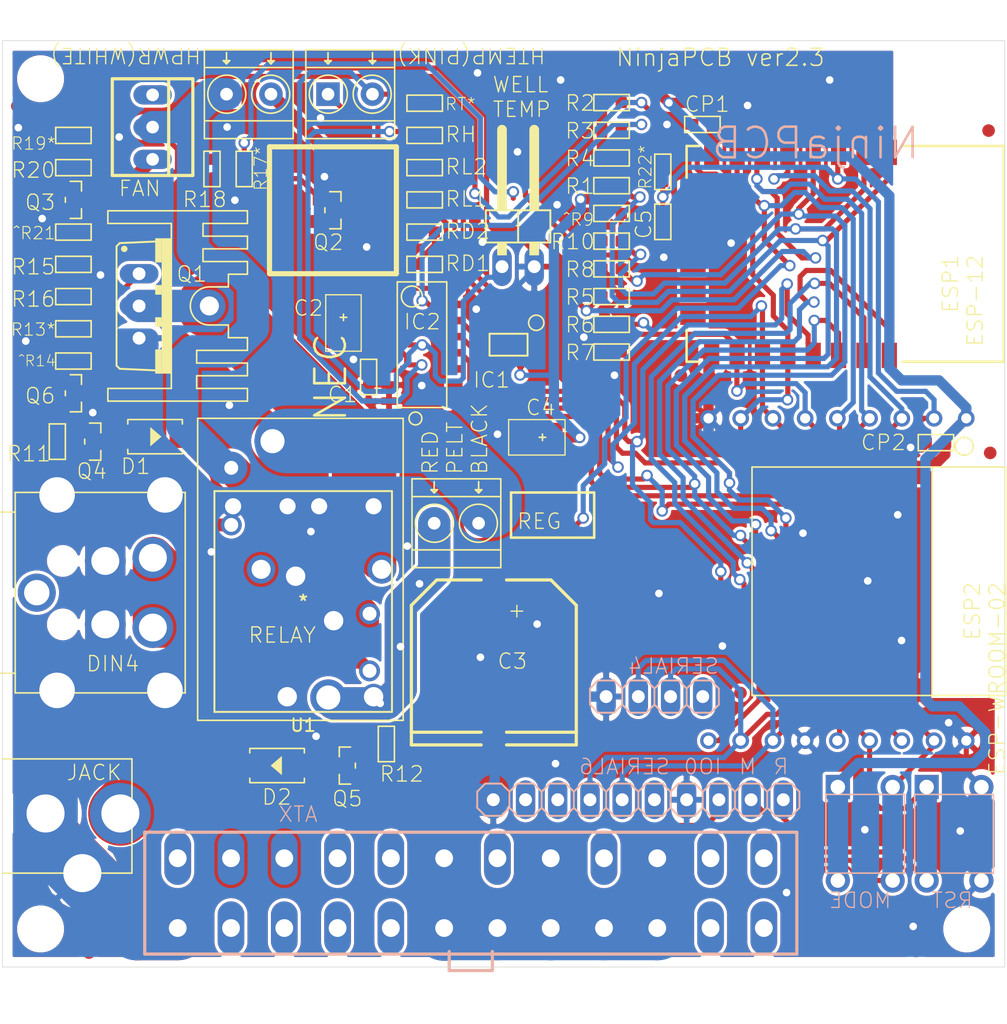
<source format=kicad_pcb>
(kicad_pcb (version 20171130) (host pcbnew "(5.1.6-0-10_14)")
  (layers (0 Top signal hide) (31 Bottom signal hide) (34 B.Paste user) (35 F.Paste user) (36 B.SilkS user) (37 F.SilkS user) (38 B.Mask user) (39 F.Mask user) (44 Edge.Cuts user))
  (net 0 "")
  (net 1 GND)
  (net 2 VCC)
  (net 3 /HEATER_TEMP)
  (net 4 /SDIO)
  (net 5 /SCLK)
  (net 6 /DRDY)
  (net 7 "Net-(C1-Pad2)")
  (net 8 /DIVIDED)
  (net 9 /WELL_TEMP)
  (net 10 "Net-(RL1-Pad2)")
  (net 11 "Net-(IC1-Pad2)")
  (net 12 /RESET)
  (net 13 "Net-(Q3-Pad1)")
  (net 14 /FAN)
  (net 15 "Net-(Q2-Pad1)")
  (net 16 /HEATER)
  (net 17 /HIGH_TEMP)
  (net 18 "Net-(Q6-Pad1)")
  (net 19 /PEL_PWM)
  (net 20 "Net-(Q1-PadG)")
  (net 21 "Net-(Q4-Pad1)")
  (net 22 /PEL_SWA)
  (net 23 /PEL_SWB)
  (net 24 "Net-(Q5-Pad1)")
  (net 25 /TOUT)
  (net 26 /EN)
  (net 27 /TXD)
  (net 28 /RXD)
  (net 29 "Net-(HEATER_POWER1-Pad2)")
  (net 30 "Net-(FAN1-Pad3)")
  (net 31 RELAY1)
  (net 32 RELAY2)
  (net 33 RELAY3)
  (net 34 BLK)
  (net 35 RED)
  (module NinjaPCB_ver2.2:H2-3.5-7.0X7.0MM (layer Top) (at 128.4089 72.7228)
    (fp_text reference HEATER_POWER1 hide)
    (fp_text value "SCREW-TERMINAL-GREEN(2P-3.5)")
    (pad 2 thru_hole circle (at 1.75 0) (size 1.85 1.85) (drill 1) (layers *.Cu *.Mask) (net 29 "Net-(HEATER_POWER1-Pad2)"))
    (pad 1 thru_hole rect (at -1.75 0) (size 1.85 1.85) (drill 1) (layers *.Cu *.Mask) (net 2 VCC))
  )
  (module NinjaPCB_ver2.2:H2-3.5-7.0X7.0MM (layer Top) (at 136.4089 72.7228)
    (fp_text reference HEATER_TEMP1 hide)
    (fp_text value "SCREW-TERMINAL-GREEN(2P-3.5)")
    (pad 2 thru_hole circle (at 1.75 0) (size 1.85 1.85) (drill 1) (layers *.Cu *.Mask) (net 3 /HEATER_TEMP))
    (pad 1 thru_hole rect (at -1.75 0) (size 1.85 1.85) (drill 1) (layers *.Cu *.Mask) (net 2 VCC))
  )
  (module NinjaPCB_ver2.2:22-23-2031 (layer Top) (at 120.8285 75.318 270)
    (fp_text reference FAN1 hide)
    (fp_text value 22-23-2031 hide)
    (pad 3 thru_hole oval (at 2.54 0) (size 3.016 1.508) (drill 1) (layers *.Cu *.Mask) (net 30 "Net-(FAN1-Pad3)"))
    (pad 2 thru_hole oval (at 0 0) (size 3.016 1.508) (drill 1) (layers *.Cu *.Mask) (net 2 VCC))
    (pad 1 thru_hole oval (at -2.54 0) (size 3.016 1.508) (drill 1) (layers *.Cu *.Mask))
  )
  (module NinjaPCB_ver2.2:ATX24 (layer Bottom) (at 145.9103 135.681)
    (fp_text reference ATX1 hide)
    (fp_text value ATX24NH hide)
    (pad 24 thru_hole oval (at -23.1 2.75 270) (size 4.2 2.1) (drill 1.4) (layers *.Cu *.Mask) (net 1 GND))
    (pad 23 thru_hole oval (at -18.9 2.75 270) (size 4.2 2.1) (drill 1.4) (layers *.Cu *.Mask))
    (pad 12 thru_hole oval (at -23.1 -2.75 270) (size 4.2 2.1) (drill 1.4) (layers *.Cu *.Mask))
    (pad 22 thru_hole oval (at -14.7 2.75 270) (size 4.2 2.1) (drill 1.4) (layers *.Cu *.Mask))
    (pad 21 thru_hole oval (at -10.5 2.75 270) (size 4.2 2.1) (drill 1.4) (layers *.Cu *.Mask))
    (pad 20 thru_hole oval (at -6.3 2.75 270) (size 4.2 2.1) (drill 1.4) (layers *.Cu *.Mask))
    (pad 19 thru_hole oval (at -2.1 2.75 270) (size 4.2 2.1) (drill 1.4) (layers *.Cu *.Mask) (net 1 GND))
    (pad 18 thru_hole oval (at 2.1 2.75 270) (size 4.2 2.1) (drill 1.4) (layers *.Cu *.Mask) (net 1 GND))
    (pad 17 thru_hole oval (at 6.3 2.75 270) (size 4.2 2.1) (drill 1.4) (layers *.Cu *.Mask) (net 1 GND))
    (pad 16 thru_hole oval (at 10.5 2.75 270) (size 4.2 2.1) (drill 1.4) (layers *.Cu *.Mask) (net 1 GND))
    (pad 15 thru_hole oval (at 14.7 2.75 270) (size 4.2 2.1) (drill 1.4) (layers *.Cu *.Mask) (net 1 GND))
    (pad 14 thru_hole oval (at 18.9 2.75 270) (size 4.2 2.1) (drill 1.4) (layers *.Cu *.Mask))
    (pad 13 thru_hole oval (at 23.1 2.75 270) (size 4.2 2.1) (drill 1.4) (layers *.Cu *.Mask))
    (pad 11 thru_hole oval (at -18.9 -2.75 270) (size 4.2 2.1) (drill 1.4) (layers *.Cu *.Mask) (net 2 VCC))
    (pad 10 thru_hole oval (at -14.7 -2.75 270) (size 4.2 2.1) (drill 1.4) (layers *.Cu *.Mask) (net 2 VCC))
    (pad 9 thru_hole oval (at -10.5 -2.75 270) (size 4.2 2.1) (drill 1.4) (layers *.Cu *.Mask))
    (pad 8 thru_hole oval (at -6.3 -2.75 270) (size 4.2 2.1) (drill 1.4) (layers *.Cu *.Mask))
    (pad 7 thru_hole oval (at -2.1 -2.75 270) (size 4.2 2.1) (drill 1.4) (layers *.Cu *.Mask) (net 1 GND))
    (pad 6 thru_hole oval (at 2.1 -2.75 270) (size 4.2 2.1) (drill 1.4) (layers *.Cu *.Mask))
    (pad 5 thru_hole oval (at 6.3 -2.75 270) (size 4.2 2.1) (drill 1.4) (layers *.Cu *.Mask) (net 1 GND))
    (pad 4 thru_hole oval (at 10.5 -2.75 270) (size 4.2 2.1) (drill 1.4) (layers *.Cu *.Mask))
    (pad 3 thru_hole oval (at 14.7 -2.75 270) (size 4.2 2.1) (drill 1.4) (layers *.Cu *.Mask) (net 1 GND))
    (pad 2 thru_hole oval (at 18.9 -2.75 270) (size 4.2 2.1) (drill 1.4) (layers *.Cu *.Mask))
    (pad 1 thru_hole oval (at 23.1 -2.75 270) (size 4.2 2.1) (drill 1.4) (layers *.Cu *.Mask))
  )
  (module NinjaPCB_ver2.2:SOT-223 (layer Top) (at 152.3601 105.8888)
    (fp_text reference REG1 hide)
    (fp_text value CJT1117-3.3-SOT223 hide)
    (pad TER smd rect (at 0 -3.175) (size 3.556 2.159) (layers Top F.Paste F.Mask) (net 2 VCC))
    (pad 3 smd rect (at 2.286 3.175) (size 1.27 2.286) (layers Top F.Paste F.Mask) (net 2 VCC))
    (pad 2 smd rect (at 0 3.175) (size 1.27 2.286) (layers Top F.Paste F.Mask) (net 2 VCC))
    (pad 1 smd rect (at -2.286 3.175) (size 1.27 2.286) (layers Top F.Paste F.Mask) (net 1 GND))
  )
  (module NinjaPCB_ver2.2:AVX-B (layer Top) (at 151.1155 99.7622 180)
    (fp_text reference C4)
    (fp_text value 22uf hide)
    (pad - smd rect (at 1.4605 0) (size 1.143 2.286) (layers Top F.Paste F.Mask) (net 1 GND))
    (pad + smd rect (at -1.4605 0 180) (size 1.143 2.286) (layers Top F.Paste F.Mask) (net 2 VCC))
  )
  (module NinjaPCB_ver2.2:CAP_SMD_AL_D125 (layer Top) (at 147.7269 117.4992)
    (fp_text reference C3 hide)
    (fp_text value CAP_SMDAL_1000UF_25V hide)
    (pad P$M smd rect (at 0 4.55 90) (size 4.7 1) (layers Top F.Paste F.Mask) (net 1 GND))
    (pad P$P smd rect (at 0 -4.55 90) (size 4.7 1) (layers Top F.Paste F.Mask) (net 2 VCC))
  )
  (module NinjaPCB_ver2.2:SOP-16 (layer Top) (at 142.0653 92.4642 270)
    (fp_text reference IC2 hide)
    (fp_text value NAU7802 hide)
    (pad P$16 smd rect (at -4.445 -2.6) (size 1.2 0.6) (layers Top F.Paste F.Mask) (net 2 VCC))
    (pad P$15 smd rect (at -3.175 -2.6) (size 1.2 0.6) (layers Top F.Paste F.Mask) (net 2 VCC))
    (pad P$14 smd rect (at -1.905 -2.6) (size 1.2 0.6) (layers Top F.Paste F.Mask) (net 4 /SDIO))
    (pad P$13 smd rect (at -0.635 -2.6) (size 1.2 0.6) (layers Top F.Paste F.Mask) (net 5 /SCLK))
    (pad P$12 smd rect (at 0.635 -2.6) (size 1.2 0.6) (layers Top F.Paste F.Mask) (net 6 /DRDY))
    (pad P$11 smd rect (at 1.905 -2.6) (size 1.2 0.6) (layers Top F.Paste F.Mask))
    (pad P$10 smd rect (at 3.175 -2.6) (size 1.2 0.6) (layers Top F.Paste F.Mask))
    (pad P$9 smd rect (at 4.445 -2.6) (size 1.2 0.6) (layers Top F.Paste F.Mask) (net 1 GND))
    (pad P$8 smd rect (at 4.445 2.6) (size 1.2 0.6) (layers Top F.Paste F.Mask) (net 1 GND))
    (pad P$7 smd rect (at 3.175 2.6) (size 1.2 0.6) (layers Top F.Paste F.Mask) (net 1 GND))
    (pad P$6 smd rect (at 1.905 2.6) (size 1.2 0.6) (layers Top F.Paste F.Mask) (net 7 "Net-(C1-Pad2)"))
    (pad P$5 smd rect (at 0.635 2.6) (size 1.2 0.6) (layers Top F.Paste F.Mask) (net 3 /HEATER_TEMP))
    (pad P$4 smd rect (at -0.635 2.6) (size 1.2 0.6) (layers Top F.Paste F.Mask) (net 8 /DIVIDED))
    (pad P$3 smd rect (at -1.905 2.6) (size 1.2 0.6) (layers Top F.Paste F.Mask) (net 9 /WELL_TEMP))
    (pad P$2 smd rect (at -3.175 2.6) (size 1.2 0.6) (layers Top F.Paste F.Mask) (net 8 /DIVIDED))
    (pad P$1 smd rect (at -4.445 2.6) (size 1.2 0.6) (layers Top F.Paste F.Mask) (net 2 VCC))
  )
  (module NinjaPCB_ver2.2:R0603 (layer Top) (at 142.2751 86.1316 90)
    (fp_text reference RD1 hide)
    (fp_text value "15K HP" hide)
    (pad 2 smd roundrect (at 0 0.762) (size 0.889 0.889) (layers Top F.Paste F.Mask) (roundrect_rratio 0.125) (net 2 VCC))
    (pad 1 smd roundrect (at 0 -0.762) (size 0.889 0.889) (layers Top F.Paste F.Mask) (roundrect_rratio 0.125) (net 8 /DIVIDED))
  )
  (module NinjaPCB_ver2.2:R0603 (layer Top) (at 142.2751 83.5916 270)
    (fp_text reference RD2 hide)
    (fp_text value "15K HP" hide)
    (pad 2 smd roundrect (at 0 0.762 180) (size 0.889 0.889) (layers Top F.Paste F.Mask) (roundrect_rratio 0.125) (net 1 GND))
    (pad 1 smd roundrect (at 0 -0.762 180) (size 0.889 0.889) (layers Top F.Paste F.Mask) (roundrect_rratio 0.125) (net 8 /DIVIDED))
  )
  (module NinjaPCB_ver2.2:C0603 (layer Top) (at 137.8573 95.0124 180)
    (fp_text reference C1)
    (fp_text value 100nf hide)
    (pad 2 smd roundrect (at 0 0.762 90) (size 0.889 0.889) (layers Top F.Paste F.Mask) (roundrect_rratio 0.125) (net 7 "Net-(C1-Pad2)"))
    (pad 1 smd roundrect (at 0 -0.762 90) (size 0.889 0.889) (layers Top F.Paste F.Mask) (roundrect_rratio 0.125) (net 1 GND))
  )
  (module NinjaPCB_ver2.2:R0603 (layer Top) (at 142.2751 73.4316 90)
    (fp_text reference RT1 hide)
    (fp_text value "4.99K HP" hide)
    (pad 2 smd roundrect (at 0 0.762) (size 0.889 0.889) (layers Top F.Paste F.Mask) (roundrect_rratio 0.125) (net 1 GND))
    (pad 1 smd roundrect (at 0 -0.762) (size 0.889 0.889) (layers Top F.Paste F.Mask) (roundrect_rratio 0.125) (net 3 /HEATER_TEMP))
  )
  (module NinjaPCB_ver2.2:R0603 (layer Top) (at 142.2751 78.5116 90)
    (fp_text reference RL2 hide)
    (fp_text value "15K HP" hide)
    (pad 2 smd roundrect (at 0 0.762) (size 0.889 0.889) (layers Top F.Paste F.Mask) (roundrect_rratio 0.125) (net 9 /WELL_TEMP))
    (pad 1 smd roundrect (at 0 -0.762) (size 0.889 0.889) (layers Top F.Paste F.Mask) (roundrect_rratio 0.125) (net 10 "Net-(RL1-Pad2)"))
  )
  (module NinjaPCB_ver2.2:R0603 (layer Top) (at 142.2751 75.9716 270)
    (fp_text reference RH1 hide)
    (fp_text value "15K HP" hide)
    (pad 2 smd roundrect (at 0 0.762 180) (size 0.889 0.889) (layers Top F.Paste F.Mask) (roundrect_rratio 0.125) (net 9 /WELL_TEMP))
    (pad 1 smd roundrect (at 0 -0.762 180) (size 0.889 0.889) (layers Top F.Paste F.Mask) (roundrect_rratio 0.125) (net 11 "Net-(IC1-Pad2)"))
  )
  (module NinjaPCB_ver2.2:SW4-6.0X6.0X5.0MM (layer Bottom) (at 184.0011 131.0036 270)
    (fp_text reference RST1 hide)
    (fp_text value "DIP-SWITCH-TACTILE-SPST-NO_TS-1109(4P-D6.0MM)'TS-1109'")
    (pad 4 thru_hole circle (at 3.683 2.159 270) (size 1.905 1.905) (drill 1.143) (layers *.Cu *.Mask) (net 12 /RESET))
    (pad 3 thru_hole circle (at 3.683 -2.159 270) (size 1.905 1.905) (drill 1.143) (layers *.Cu *.Mask) (net 1 GND))
    (pad 2 thru_hole circle (at -3.683 -2.159 270) (size 1.905 1.905) (drill 1.143) (layers *.Cu *.Mask) (net 1 GND))
    (pad 1 thru_hole rect (at -3.683 2.159 270) (size 1.905 1.905) (drill 1.143) (layers *.Cu *.Mask) (net 12 /RESET))
  )
  (module NinjaPCB_ver2.2:R0603 (layer Top) (at 157.0071 79.934 90)
    (fp_text reference R1 hide)
    (fp_text value "10K 1/10W" hide)
    (pad 2 smd roundrect (at 0 0.762) (size 0.889 0.889) (layers Top F.Paste F.Mask) (roundrect_rratio 0.125) (net 12 /RESET))
    (pad 1 smd roundrect (at 0 -0.762) (size 0.889 0.889) (layers Top F.Paste F.Mask) (roundrect_rratio 0.125) (net 2 VCC))
  )
  (module NinjaPCB_ver2.2:R0603 (layer Top) (at 114.5891 75.9716 90)
    (fp_text reference R19 hide)
    (fp_text value "1K 1/10W" hide)
    (pad 2 smd roundrect (at 0 0.762) (size 0.889 0.889) (layers Top F.Paste F.Mask) (roundrect_rratio 0.125) (net 13 "Net-(Q3-Pad1)"))
    (pad 1 smd roundrect (at 0 -0.762) (size 0.889 0.889) (layers Top F.Paste F.Mask) (roundrect_rratio 0.125) (net 14 /FAN))
  )
  (module NinjaPCB_ver2.2:R0603 (layer Top) (at 128.0511 78.6132)
    (fp_text reference R17 hide)
    (fp_text value "1K 1/10W" hide)
    (pad 2 smd roundrect (at 0 0.762 270) (size 0.889 0.889) (layers Top F.Paste F.Mask) (roundrect_rratio 0.125) (net 15 "Net-(Q2-Pad1)"))
    (pad 1 smd roundrect (at 0 -0.762 270) (size 0.889 0.889) (layers Top F.Paste F.Mask) (roundrect_rratio 0.125) (net 16 /HEATER))
  )
  (module NinjaPCB_ver2.2:R0603 (layer Top) (at 157.0071 86.4872 90)
    (fp_text reference R8 hide)
    (fp_text value "10K 1/10W" hide)
    (pad 2 smd roundrect (at 0 0.762) (size 0.889 0.889) (layers Top F.Paste F.Mask) (roundrect_rratio 0.125) (net 17 /HIGH_TEMP))
    (pad 1 smd roundrect (at 0 -0.762) (size 0.889 0.889) (layers Top F.Paste F.Mask) (roundrect_rratio 0.125) (net 1 GND))
  )
  (module NinjaPCB_ver2.2:SW4-6.0X6.0X5.0MM (layer Bottom) (at 177.0011 131.0036 270)
    (fp_text reference MODE1 hide)
    (fp_text value "DIP-SWITCH-TACTILE-SPST-NO_TS-1109(4P-D6.0MM)'TS-1109'")
    (pad 4 thru_hole circle (at 3.683 2.159 270) (size 1.905 1.905) (drill 1.143) (layers *.Cu *.Mask) (net 2 VCC))
    (pad 3 thru_hole circle (at 3.683 -2.159 270) (size 1.905 1.905) (drill 1.143) (layers *.Cu *.Mask) (net 17 /HIGH_TEMP))
    (pad 2 thru_hole circle (at -3.683 -2.159 270) (size 1.905 1.905) (drill 1.143) (layers *.Cu *.Mask) (net 17 /HIGH_TEMP))
    (pad 1 thru_hole rect (at -3.683 2.159 270) (size 1.905 1.905) (drill 1.143) (layers *.Cu *.Mask) (net 2 VCC))
  )
  (module NinjaPCB_ver2.2:1X02_90 (layer Top) (at 149.6411 82.5036)
    (fp_text reference WELL_TEMP1 hide)
    (fp_text value PINHD-1X2_90)
    (pad 2 thru_hole oval (at 1.27 3.81 90) (size 3.048 1.524) (drill 1.016) (layers *.Cu *.Mask) (net 1 GND))
    (pad 1 thru_hole oval (at -1.27 3.81 90) (size 3.048 1.524) (drill 1.016) (layers *.Cu *.Mask) (net 9 /WELL_TEMP))
  )
  (module NinjaPCB_ver2.2:PJ-102A-NOOUT (layer Top) (at 109.0011 129.5036 90)
    (fp_text reference JACK1 hide)
    (fp_text value 2.1MMJACKTHM-NOOUT hide)
    (pad RING thru_hole circle (at 0.1 3.39 270) (size 4.8 4.8) (drill 3) (layers *.Cu *.Mask) (net 1 GND))
    (pad TIP thru_hole circle (at 0.1 9.29 270) (size 4.8 4.8) (drill 3) (layers *.Cu *.Mask) (net 2 VCC))
    (pad RING_SW thru_hole circle (at -4.6 6.29 270) (size 4.8 4.8) (drill 3) (layers *.Cu *.Mask) (net 1 GND))
  )
  (module NinjaPCB_ver2.2:R0603 (layer Top) (at 157.0071 73.3808 90)
    (fp_text reference R2 hide)
    (fp_text value "10K 1/10W" hide)
    (pad 2 smd roundrect (at 0 0.762) (size 0.889 0.889) (layers Top F.Paste F.Mask) (roundrect_rratio 0.125) (net 14 /FAN))
    (pad 1 smd roundrect (at 0 -0.762) (size 0.889 0.889) (layers Top F.Paste F.Mask) (roundrect_rratio 0.125) (net 2 VCC))
  )
  (module NinjaPCB_ver2.2:R0603 (layer Top) (at 157.0071 93.0404 90)
    (fp_text reference R7 hide)
    (fp_text value "10K 1/10W" hide)
    (pad 2 smd roundrect (at 0 0.762) (size 0.889 0.889) (layers Top F.Paste F.Mask) (roundrect_rratio 0.125) (net 16 /HEATER))
    (pad 1 smd roundrect (at 0 -0.762) (size 0.889 0.889) (layers Top F.Paste F.Mask) (roundrect_rratio 0.125) (net 1 GND))
  )
  (module NinjaPCB_ver2.2:R0603 (layer Top) (at 125.5111 78.6132 180)
    (fp_text reference R18 hide)
    (fp_text value "10K 1/10W" hide)
    (pad 2 smd roundrect (at 0 0.762 90) (size 0.889 0.889) (layers Top F.Paste F.Mask) (roundrect_rratio 0.125) (net 15 "Net-(Q2-Pad1)"))
    (pad 1 smd roundrect (at 0 -0.762 90) (size 0.889 0.889) (layers Top F.Paste F.Mask) (roundrect_rratio 0.125) (net 1 GND))
  )
  (module NinjaPCB_ver2.2:R0603 (layer Top) (at 114.5891 78.5116 90)
    (fp_text reference R20 hide)
    (fp_text value "10K 1/10W" hide)
    (pad 2 smd roundrect (at 0 0.762) (size 0.889 0.889) (layers Top F.Paste F.Mask) (roundrect_rratio 0.125) (net 13 "Net-(Q3-Pad1)"))
    (pad 1 smd roundrect (at 0 -0.762) (size 0.889 0.889) (layers Top F.Paste F.Mask) (roundrect_rratio 0.125) (net 1 GND))
  )
  (module NinjaPCB_ver2.2:R0603 (layer Top) (at 114.5891 91.2116 90)
    (fp_text reference R13 hide)
    (fp_text value "1K 1/10W" hide)
    (pad 2 smd roundrect (at 0 0.762) (size 0.889 0.889) (layers Top F.Paste F.Mask) (roundrect_rratio 0.125) (net 18 "Net-(Q6-Pad1)"))
    (pad 1 smd roundrect (at 0 -0.762) (size 0.889 0.889) (layers Top F.Paste F.Mask) (roundrect_rratio 0.125) (net 19 /PEL_PWM))
  )
  (module NinjaPCB_ver2.2:R0603 (layer Top) (at 114.5891 86.1316 90)
    (fp_text reference R15 hide)
    (fp_text value "10K 1/10W" hide)
    (pad 2 smd roundrect (at 0 0.762) (size 0.889 0.889) (layers Top F.Paste F.Mask) (roundrect_rratio 0.125) (net 2 VCC))
    (pad 1 smd roundrect (at 0 -0.762) (size 0.889 0.889) (layers Top F.Paste F.Mask) (roundrect_rratio 0.125) (net 20 "Net-(Q1-PadG)"))
  )
  (module NinjaPCB_ver2.2:R0603 (layer Top) (at 114.5891 88.6716 90)
    (fp_text reference R16 hide)
    (fp_text value "10K 1/10W" hide)
    (pad 2 smd roundrect (at 0 0.762) (size 0.889 0.889) (layers Top F.Paste F.Mask) (roundrect_rratio 0.125) (net 20 "Net-(Q1-PadG)"))
    (pad 1 smd roundrect (at 0 -0.762) (size 0.889 0.889) (layers Top F.Paste F.Mask) (roundrect_rratio 0.125) (net 1 GND))
  )
  (module NinjaPCB_ver2.2:NEC-EP2 (layer Top) (at 132.4803 110.165 270)
    (fp_text reference RELAY1 hide)
    (fp_text value NEC-RELAY2EP2 hide)
    (fp_text user NEC (at -11.43 -3.81 270) (layer F.SilkS) (effects (font (size 2.413 2.413) (thickness 0.2032)) (justify left bottom)))
    (pad P$1 thru_hole circle (at -10.1 2.2 270) (size 2.85 2.85) (drill 1.9) (layers *.Cu *.Mask) (net 34 BLK))
    (pad P$8 thru_hole circle (at 10.1 -2.2 270) (size 2.85 2.85) (drill 1.9) (layers *.Cu *.Mask) (net 35 RED))
    (pad P$7 thru_hole circle (at 8 -5.45 270) (size 1.65 1.65) (drill 1.1) (layers *.Cu *.Mask) (net 32 RELAY2))
    (pad P$6 thru_hole circle (at 3.5 -5.45 270) (size 1.65 1.65) (drill 1.1) (layers *.Cu *.Mask) (net 2 VCC))
    (pad P$3 thru_hole circle (at -3.5 5.45 270) (size 1.65 1.65) (drill 1.1) (layers *.Cu *.Mask) (net 31 RELAY1))
    (pad P$2 thru_hole circle (at -8 5.45 270) (size 1.65 1.65) (drill 1.1) (layers *.Cu *.Mask) (net 2 VCC))
    (pad P$4 thru_hole circle (at 0 3.1 270) (size 2.25 2.25) (drill 1.5) (layers *.Cu *.Mask) (net 2 VCC))
    (pad P$5 thru_hole circle (at 0 -6.4 270) (size 2.25 2.25) (drill 1.5) (layers *.Cu *.Mask) (net 33 RELAY3))
  )
  (module NinjaPCB_ver2.2:DO-214AC (layer Top) (at 121.0247 99.7128)
    (fp_text reference D1 hide)
    (fp_text value 1N4007 hide)
    (pad 2 smd rect (at 2.042 0 90) (size 1.77 1.8) (layers Top F.Paste F.Mask) (net 2 VCC))
    (pad 1 smd rect (at -2.042 0 90) (size 1.77 1.8) (layers Top F.Paste F.Mask) (net 31 RELAY1))
  )
  (module NinjaPCB_ver2.2:DO-214AC (layer Top) (at 130.6419 125.6286 180)
    (fp_text reference D2 hide)
    (fp_text value 1N4007 hide)
    (pad 2 smd rect (at 2.042 0 270) (size 1.77 1.8) (layers Top F.Paste F.Mask) (net 2 VCC))
    (pad 1 smd rect (at -2.042 0 270) (size 1.77 1.8) (layers Top F.Paste F.Mask) (net 32 RELAY2))
  )
  (module NinjaPCB_ver2.2:R0603 (layer Top) (at 113.3191 100.1016)
    (fp_text reference R11 hide)
    (fp_text value "10K 1/10W" hide)
    (pad 2 smd roundrect (at 0 0.762 270) (size 0.889 0.889) (layers Top F.Paste F.Mask) (roundrect_rratio 0.125) (net 21 "Net-(Q4-Pad1)"))
    (pad 1 smd roundrect (at 0 -0.762 270) (size 0.889 0.889) (layers Top F.Paste F.Mask) (roundrect_rratio 0.125) (net 22 /PEL_SWA))
  )
  (module NinjaPCB_ver2.2:R0603 (layer Top) (at 139.2525 123.9268 180)
    (fp_text reference R12 hide)
    (fp_text value "10K 1/10W" hide)
    (pad 2 smd roundrect (at 0 0.762 90) (size 0.889 0.889) (layers Top F.Paste F.Mask) (roundrect_rratio 0.125) (net 23 /PEL_SWB))
    (pad 1 smd roundrect (at 0 -0.762 90) (size 0.889 0.889) (layers Top F.Paste F.Mask) (roundrect_rratio 0.125) (net 24 "Net-(Q5-Pad1)"))
  )
  (module NinjaPCB_ver2.2:ESP-12F (layer Top) (at 175.4211 85.3056 270)
    (fp_text reference ESP1 hide)
    (fp_text value ESP-12F hide)
    (pad 9 smd rect (at -5 12) (size 2 1.2) (layers Top F.Paste F.Mask))
    (pad 10 smd rect (at -3 12) (size 2 1.2) (layers Top F.Paste F.Mask))
    (pad 11 smd rect (at -1 12) (size 2 1.2) (layers Top F.Paste F.Mask))
    (pad 12 smd rect (at 1 12) (size 2 1.2) (layers Top F.Paste F.Mask))
    (pad 13 smd rect (at 3 12) (size 2 1.2) (layers Top F.Paste F.Mask))
    (pad 14 smd rect (at 5 12) (size 2 1.2) (layers Top F.Paste F.Mask))
    (pad 8 smd rect (at -8 10.52 270) (size 2 1.2) (layers Top F.Paste F.Mask) (net 2 VCC))
    (pad 7 smd rect (at -8 8.52 270) (size 2 1.2) (layers Top F.Paste F.Mask) (net 23 /PEL_SWB))
    (pad 6 smd rect (at -8 6.52 270) (size 2 1.2) (layers Top F.Paste F.Mask) (net 22 /PEL_SWA))
    (pad 5 smd rect (at -8 4.52 270) (size 2 1.2) (layers Top F.Paste F.Mask) (net 5 /SCLK))
    (pad 4 smd rect (at -8 2.52 270) (size 2 1.2) (layers Top F.Paste F.Mask) (net 17 /HIGH_TEMP))
    (pad 2 smd rect (at -8 -1.48 270) (size 2 1.2) (layers Top F.Paste F.Mask) (net 25 /TOUT))
    (pad 3 smd rect (at -8 0.52 270) (size 2 1.2) (layers Top F.Paste F.Mask) (net 26 /EN))
    (pad 1 smd rect (at -8 -3.48 270) (size 2 1.2) (layers Top F.Paste F.Mask) (net 12 /RESET))
    (pad 22 smd rect (at 8 -3.48 270) (size 2 1.2) (layers Top F.Paste F.Mask) (net 27 /TXD))
    (pad 21 smd rect (at 8 -1.48 270) (size 2 1.2) (layers Top F.Paste F.Mask) (net 28 /RXD))
    (pad 20 smd rect (at 8 0.52 270) (size 2 1.2) (layers Top F.Paste F.Mask) (net 6 /DRDY))
    (pad 19 smd rect (at 8 2.52 270) (size 2 1.2) (layers Top F.Paste F.Mask) (net 19 /PEL_PWM))
    (pad 18 smd rect (at 8 4.52 270) (size 2 1.2) (layers Top F.Paste F.Mask) (net 14 /FAN))
    (pad 17 smd rect (at 8 6.52 270) (size 2 1.2) (layers Top F.Paste F.Mask) (net 4 /SDIO))
    (pad 16 smd rect (at 8 8.52 270) (size 2 1.2) (layers Top F.Paste F.Mask) (net 16 /HEATER))
    (pad 15 smd rect (at 8 10.52 270) (size 2 1.2) (layers Top F.Paste F.Mask) (net 1 GND))
  )
  (module NinjaPCB_ver2.2:R0603 (layer Top) (at 157.0071 77.7496 90)
    (fp_text reference R4 hide)
    (fp_text value "10K 1/10W" hide)
    (pad 2 smd roundrect (at 0 0.762) (size 0.889 0.889) (layers Top F.Paste F.Mask) (roundrect_rratio 0.125) (net 26 /EN))
    (pad 1 smd roundrect (at 0 -0.762) (size 0.889 0.889) (layers Top F.Paste F.Mask) (roundrect_rratio 0.125) (net 2 VCC))
  )
  (module NinjaPCB_ver2.2:R0603 (layer Top) (at 157.0071 88.6716 270)
    (fp_text reference R5 hide)
    (fp_text value "10K 1/10W" hide)
    (pad 2 smd roundrect (at 0 0.762 180) (size 0.889 0.889) (layers Top F.Paste F.Mask) (roundrect_rratio 0.125) (net 22 /PEL_SWA))
    (pad 1 smd roundrect (at 0 -0.762 180) (size 0.889 0.889) (layers Top F.Paste F.Mask) (roundrect_rratio 0.125) (net 1 GND))
  )
  (module NinjaPCB_ver2.2:R0603 (layer Top) (at 157.0071 90.856 90)
    (fp_text reference R6 hide)
    (fp_text value "10K 1/10W" hide)
    (pad 2 smd roundrect (at 0 0.762) (size 0.889 0.889) (layers Top F.Paste F.Mask) (roundrect_rratio 0.125) (net 23 /PEL_SWB))
    (pad 1 smd roundrect (at 0 -0.762) (size 0.889 0.889) (layers Top F.Paste F.Mask) (roundrect_rratio 0.125) (net 1 GND))
  )
  (module NinjaPCB_ver2.2:R0603 (layer Top) (at 157.0071 75.5652 90)
    (fp_text reference R3 hide)
    (fp_text value "10K 1/10W" hide)
    (pad 2 smd roundrect (at 0 0.762) (size 0.889 0.889) (layers Top F.Paste F.Mask) (roundrect_rratio 0.125) (net 4 /SDIO))
    (pad 1 smd roundrect (at 0 -0.762) (size 0.889 0.889) (layers Top F.Paste F.Mask) (roundrect_rratio 0.125) (net 2 VCC))
  )
  (module NinjaPCB_ver2.2:C0603 (layer Top) (at 164.1661 75.1082 270)
    (fp_text reference CP1)
    (fp_text value 100nf hide)
    (pad 2 smd roundrect (at 0 0.762 180) (size 0.889 0.889) (layers Top F.Paste F.Mask) (roundrect_rratio 0.125) (net 1 GND))
    (pad 1 smd roundrect (at 0 -0.762 180) (size 0.889 0.889) (layers Top F.Paste F.Mask) (roundrect_rratio 0.125) (net 2 VCC))
  )
  (module NinjaPCB_ver2.2:R0603 (layer Top) (at 142.2751 81.0516 90)
    (fp_text reference RL1 hide)
    (fp_text value "15K HP" hide)
    (pad 2 smd roundrect (at 0 0.762) (size 0.889 0.889) (layers Top F.Paste F.Mask) (roundrect_rratio 0.125) (net 10 "Net-(RL1-Pad2)"))
    (pad 1 smd roundrect (at 0 -0.762) (size 0.889 0.889) (layers Top F.Paste F.Mask) (roundrect_rratio 0.125) (net 2 VCC))
  )
  (module NinjaPCB_ver2.2:AVX-B (layer Top) (at 135.8743 90.7516 270)
    (fp_text reference C2)
    (fp_text value 22uf hide)
    (pad - smd rect (at 1.4605 0 90) (size 1.143 2.286) (layers Top F.Paste F.Mask) (net 1 GND))
    (pad + smd rect (at -1.4605 0 270) (size 1.143 2.286) (layers Top F.Paste F.Mask) (net 8 /DIVIDED))
  )
  (module NinjaPCB_ver2.2:ESP-WROOM-02 (layer Top) (at 168.0771 111.1036 270)
    (fp_text reference ESP2 hide)
    (fp_text value ESP-WROOM-02 hide)
    (pad P$19 smd rect (at 0 -6.33 270) (size 4.3 4.3) (layers Top F.Paste F.Mask) (net 1 GND))
    (pad P$18 smd rect (at 8.575 -12.9 270) (size 1.85 1.1) (layers Top F.Paste F.Mask) (net 1 GND))
    (pad P$17 smd rect (at 8.575 -11.4 270) (size 1.85 1.1) (layers Top F.Paste F.Mask) (net 17 /HIGH_TEMP))
    (pad P$16 smd rect (at 8.575 -9.9 270) (size 1.85 1.1) (layers Top F.Paste F.Mask) (net 25 /TOUT))
    (pad P$15 smd rect (at 8.575 -8.4 270) (size 1.85 1.1) (layers Top F.Paste F.Mask) (net 12 /RESET))
    (pad P$14 smd rect (at 8.575 -6.9 270) (size 1.85 1.1) (layers Top F.Paste F.Mask) (net 6 /DRDY))
    (pad P$13 smd rect (at 8.575 -5.4 270) (size 1.85 1.1) (layers Top F.Paste F.Mask) (net 1 GND))
    (pad P$12 smd rect (at 8.575 -3.9 270) (size 1.85 1.1) (layers Top F.Paste F.Mask) (net 27 /TXD))
    (pad P$11 smd rect (at 8.575 -2.4 270) (size 1.85 1.1) (layers Top F.Paste F.Mask) (net 28 /RXD))
    (pad P$10 smd rect (at 8.575 -0.9 270) (size 1.85 1.1) (layers Top F.Paste F.Mask) (net 19 /PEL_PWM))
    (pad P$9 smd rect (at -8.575 -0.9 270) (size 1.85 1.1) (layers Top F.Paste F.Mask) (net 1 GND))
    (pad P$8 smd rect (at -8.575 -2.4 270) (size 1.85 1.1) (layers Top F.Paste F.Mask) (net 14 /FAN))
    (pad P$7 smd rect (at -8.575 -3.9 270) (size 1.85 1.1) (layers Top F.Paste F.Mask) (net 4 /SDIO))
    (pad P$6 smd rect (at -8.575 -5.4 270) (size 1.85 1.1) (layers Top F.Paste F.Mask) (net 16 /HEATER))
    (pad P$5 smd rect (at -8.575 -6.9 270) (size 1.85 1.1) (layers Top F.Paste F.Mask) (net 23 /PEL_SWB))
    (pad P$4 smd rect (at -8.575 -8.4 270) (size 1.85 1.1) (layers Top F.Paste F.Mask) (net 22 /PEL_SWA))
    (pad P$3 smd rect (at -8.575 -9.9 270) (size 1.85 1.1) (layers Top F.Paste F.Mask) (net 5 /SCLK))
    (pad P$2 smd rect (at -8.575 -11.4 270) (size 1.85 1.1) (layers Top F.Paste F.Mask) (net 26 /EN))
    (pad P$1 smd rect (at -8.575 -12.9 270) (size 1.85 1.1) (layers Top F.Paste F.Mask) (net 2 VCC))
  )
  (module NinjaPCB_ver2.2:C0603 (layer Top) (at 182.5755 100.1806 90)
    (fp_text reference CP2)
    (fp_text value 100nf hide)
    (pad 2 smd roundrect (at 0 0.762) (size 0.889 0.889) (layers Top F.Paste F.Mask) (roundrect_rratio 0.125) (net 2 VCC))
    (pad 1 smd roundrect (at 0 -0.762) (size 0.889 0.889) (layers Top F.Paste F.Mask) (roundrect_rratio 0.125) (net 1 GND))
  )
  (module NinjaPCB_ver2.2:FIDUCIAL_1MM (layer Top) (at 186.7251 75.5906 270)
    (fp_text reference U$3 hide)
    (fp_text value FIDUCIAL hide)
    (pad 1 smd roundrect (at 0 0 270) (size 1 1) (layers Top F.Mask) (roundrect_rratio 0.5))
  )
  (module NinjaPCB_ver2.2:FIDUCIAL_1MM (layer Top) (at 115.8083 140.3606)
    (fp_text reference U$4 hide)
    (fp_text value FIDUCIAL hide)
    (pad 1 smd roundrect (at 0 0) (size 1 1) (layers Top F.Mask) (roundrect_rratio 0.5))
  )
  (module NinjaPCB_ver2.2:FIDUCIAL_1MM (layer Top) (at 181.0101 140.2336)
    (fp_text reference U$5 hide)
    (fp_text value FIDUCIAL hide)
    (pad 1 smd roundrect (at 0 0) (size 1 1) (layers Top F.Mask) (roundrect_rratio 0.5))
  )
  (module NinjaPCB_ver2.2:R0603 (layer Top) (at 157.0071 84.3028 270)
    (fp_text reference R10 hide)
    (fp_text value "10K 1/10W" hide)
    (pad 2 smd roundrect (at 0 0.762 180) (size 0.889 0.889) (layers Top F.Paste F.Mask) (roundrect_rratio 0.125) (net 1 GND))
    (pad 1 smd roundrect (at 0 -0.762 180) (size 0.889 0.889) (layers Top F.Paste F.Mask) (roundrect_rratio 0.125) (net 25 /TOUT))
  )
  (module NinjaPCB_ver2.2:SOT-23 (layer Top) (at 116.1131 100.1016 270)
    (fp_text reference Q4 hide)
    (fp_text value S9013 hide)
    (pad 1 smd rect (at -0.889 1.016 90) (size 1.016 1.143) (layers Top F.Paste F.Mask) (net 21 "Net-(Q4-Pad1)"))
    (pad 2 smd rect (at 0.889 1.016 270) (size 1.016 1.143) (layers Top F.Paste F.Mask) (net 1 GND))
    (pad 3 smd rect (at 0 -1.016 270) (size 1.016 1.143) (layers Top F.Paste F.Mask) (net 31 RELAY1))
  )
  (module NinjaPCB_ver2.2:SOT-23 (layer Top) (at 136.1791 125.6286 90)
    (fp_text reference Q5 hide)
    (fp_text value S9013 hide)
    (pad 1 smd rect (at -0.889 1.016 270) (size 1.016 1.143) (layers Top F.Paste F.Mask) (net 24 "Net-(Q5-Pad1)"))
    (pad 2 smd rect (at 0.889 1.016 90) (size 1.016 1.143) (layers Top F.Paste F.Mask) (net 1 GND))
    (pad 3 smd rect (at 0 -1.016 90) (size 1.016 1.143) (layers Top F.Paste F.Mask) (net 32 RELAY2))
  )
  (module NinjaPCB_ver2.2:SOT-23 (layer Top) (at 114.5891 96.2916 270)
    (fp_text reference Q6 hide)
    (fp_text value S9013 hide)
    (pad 1 smd rect (at -0.889 1.016 90) (size 1.016 1.143) (layers Top F.Paste F.Mask) (net 18 "Net-(Q6-Pad1)"))
    (pad 2 smd rect (at 0.889 1.016 270) (size 1.016 1.143) (layers Top F.Paste F.Mask) (net 1 GND))
    (pad 3 smd rect (at 0 -1.016 270) (size 1.016 1.143) (layers Top F.Paste F.Mask) (net 20 "Net-(Q1-PadG)"))
  )
  (module NinjaPCB_ver2.2:SOT-23 (layer Top) (at 135.0445 81.8686 270)
    (fp_text reference Q2 hide)
    (fp_text value CJ2302 hide)
    (pad 1 smd rect (at -0.889 1.016 90) (size 1.016 1.143) (layers Top F.Paste F.Mask) (net 15 "Net-(Q2-Pad1)"))
    (pad 2 smd rect (at 0.889 1.016 270) (size 1.016 1.143) (layers Top F.Paste F.Mask) (net 1 GND))
    (pad 3 smd rect (at 0 -1.016 270) (size 1.016 1.143) (layers Top F.Paste F.Mask) (net 29 "Net-(HEATER_POWER1-Pad2)"))
  )
  (module NinjaPCB_ver2.2:SOT-23 (layer Top) (at 114.5891 81.0516 270)
    (fp_text reference Q3 hide)
    (fp_text value CJ2302 hide)
    (pad 1 smd rect (at -0.889 1.016 90) (size 1.016 1.143) (layers Top F.Paste F.Mask) (net 13 "Net-(Q3-Pad1)"))
    (pad 2 smd rect (at 0.889 1.016 270) (size 1.016 1.143) (layers Top F.Paste F.Mask) (net 1 GND))
    (pad 3 smd rect (at 0 -1.016 270) (size 1.016 1.143) (layers Top F.Paste F.Mask) (net 30 "Net-(FAN1-Pad3)"))
  )
  (module NinjaPCB_ver2.2:1X06 (layer Bottom) (at 154.0353 128.321 180)
    (fp_text reference SERIAL6 hide)
    (fp_text value PINHD-1X6)
    (pad 6 thru_hole oval (at 6.35 0 90) (size 3.048 1.524) (drill 1.016) (layers *.Cu *.Mask) (net 1 GND))
    (pad 5 thru_hole oval (at 3.81 0 90) (size 3.048 1.524) (drill 1.016) (layers *.Cu *.Mask))
    (pad 4 thru_hole oval (at 1.27 0 90) (size 3.048 1.524) (drill 1.016) (layers *.Cu *.Mask))
    (pad 3 thru_hole oval (at -1.27 0 90) (size 3.048 1.524) (drill 1.016) (layers *.Cu *.Mask) (net 28 /RXD))
    (pad 2 thru_hole oval (at -3.81 0 90) (size 3.048 1.524) (drill 1.016) (layers *.Cu *.Mask) (net 27 /TXD))
    (pad 1 thru_hole oval (at -6.35 0 90) (size 3.048 1.524) (drill 1.016) (layers *.Cu *.Mask))
  )
  (module NinjaPCB_ver2.2:HEAT11PB015 (layer Top) (at 122.3049 89.4094 270)
    (fp_text reference HEATSINK1 hide)
    (fp_text value HEAT111PB015 hide)
    (pad P$1 thru_hole circle (at 0 -3 270) (size 2.25 2.25) (drill 1.5) (layers *.Cu *.Mask) (net 33 RELAY3))
  )
  (module NinjaPCB_ver2.2:TO220BV (layer Top) (at 122.3049 89.4094 270)
    (fp_text reference Q1 hide)
    (fp_text value IRLB3813PBF hide)
    (pad S thru_hole oval (at 2.54 2.54) (size 3.048 1.524) (drill 1.016) (layers *.Cu *.Mask) (net 1 GND))
    (pad D thru_hole oval (at 0 2.54) (size 3.048 1.524) (drill 1.016) (layers *.Cu *.Mask) (net 33 RELAY3))
    (pad G thru_hole oval (at -2.54 2.54) (size 3.048 1.524) (drill 1.016) (layers *.Cu *.Mask) (net 20 "Net-(Q1-PadG)"))
  )
  (module NinjaPCB_ver2.2:ESP-WROOM-02-BREAK-NODETAIL (layer Top) (at 174.8055 110.9646 270)
    (fp_text reference ESP3 hide)
    (fp_text value ESP-WROOM-02-BREAKND hide)
    (pad P$18 thru_hole circle (at 12.7 -10.16 90) (size 1.308 1.308) (drill 0.8) (layers *.Cu *.Mask) (net 1 GND))
    (pad P$17 thru_hole circle (at 12.7 -7.62 90) (size 1.308 1.308) (drill 0.8) (layers *.Cu *.Mask) (net 17 /HIGH_TEMP))
    (pad P$16 thru_hole circle (at 12.7 -5.08 90) (size 1.308 1.308) (drill 0.8) (layers *.Cu *.Mask) (net 25 /TOUT))
    (pad P$15 thru_hole circle (at 12.7 -2.54 90) (size 1.308 1.308) (drill 0.8) (layers *.Cu *.Mask) (net 12 /RESET))
    (pad P$14 thru_hole circle (at 12.7 0 90) (size 1.308 1.308) (drill 0.8) (layers *.Cu *.Mask) (net 6 /DRDY))
    (pad P$13 thru_hole circle (at 12.7 2.54 90) (size 1.308 1.308) (drill 0.8) (layers *.Cu *.Mask) (net 1 GND))
    (pad P$12 thru_hole circle (at 12.7 5.08 90) (size 1.308 1.308) (drill 0.8) (layers *.Cu *.Mask) (net 27 /TXD))
    (pad P$11 thru_hole circle (at 12.7 7.62 90) (size 1.308 1.308) (drill 0.8) (layers *.Cu *.Mask) (net 28 /RXD))
    (pad P$10 thru_hole circle (at 12.7 10.16 90) (size 1.308 1.308) (drill 0.8) (layers *.Cu *.Mask) (net 19 /PEL_PWM))
    (pad P$9 thru_hole circle (at -12.7 10.16 270) (size 1.308 1.308) (drill 0.8) (layers *.Cu *.Mask) (net 1 GND))
    (pad P$8 thru_hole circle (at -12.7 7.62 270) (size 1.308 1.308) (drill 0.8) (layers *.Cu *.Mask) (net 14 /FAN))
    (pad P$7 thru_hole circle (at -12.7 5.08 270) (size 1.308 1.308) (drill 0.8) (layers *.Cu *.Mask) (net 4 /SDIO))
    (pad P$6 thru_hole circle (at -12.7 2.54 270) (size 1.308 1.308) (drill 0.8) (layers *.Cu *.Mask) (net 16 /HEATER))
    (pad P$5 thru_hole circle (at -12.7 0 270) (size 1.308 1.308) (drill 0.8) (layers *.Cu *.Mask) (net 23 /PEL_SWB))
    (pad P$4 thru_hole circle (at -12.7 -2.54 270) (size 1.308 1.308) (drill 0.8) (layers *.Cu *.Mask) (net 22 /PEL_SWA))
    (pad P$3 thru_hole circle (at -12.7 -5.08 270) (size 1.308 1.308) (drill 0.8) (layers *.Cu *.Mask) (net 5 /SCLK))
    (pad P$2 thru_hole circle (at -12.7 -7.62 270) (size 1.308 1.308) (drill 0.8) (layers *.Cu *.Mask) (net 26 /EN))
    (pad P$1 thru_hole circle (at -12.7 -10.16 270) (size 1.308 1.308) (drill 0.8) (layers *.Cu *.Mask) (net 2 VCC))
  )
  (module NinjaPCB_ver2.2:FIDUCIAL_1MM (layer Top) (at 110.1695 73.6602)
    (fp_text reference U$7 hide)
    (fp_text value FIDUCIAL hide)
    (pad 1 smd roundrect (at 0 0) (size 1 1) (layers Top F.Mask) (roundrect_rratio 0.5))
  )
  (module NinjaPCB_ver2.2:FIDUCIAL_1MM (layer Top) (at 167.1671 119.9136 270)
    (fp_text reference U$8 hide)
    (fp_text value FIDUCIAL hide)
    (pad 1 smd roundrect (at 0 0 270) (size 1 1) (layers Top F.Mask) (roundrect_rratio 0.5))
  )
  (module NinjaPCB_ver2.2:FIDUCIAL_1MM (layer Top) (at 162.4681 94.8946 270)
    (fp_text reference U$9 hide)
    (fp_text value FIDUCIAL hide)
    (pad 1 smd roundrect (at 0 0 270) (size 1 1) (layers Top F.Mask) (roundrect_rratio 0.5))
  )
  (module NinjaPCB_ver2.2:FIDUCIAL_1MM (layer Top) (at 186.8521 100.9906 270)
    (fp_text reference U$10 hide)
    (fp_text value FIDUCIAL hide)
    (pad 1 smd roundrect (at 0 0 270) (size 1 1) (layers Top F.Mask) (roundrect_rratio 0.5))
  )
  (module NinjaPCB_ver2.2:R0603 (layer Top) (at 114.5891 93.7516 90)
    (fp_text reference R14 hide)
    (fp_text value 0R hide)
    (pad 2 smd roundrect (at 0 0.762) (size 0.889 0.889) (layers Top F.Paste F.Mask) (roundrect_rratio 0.125) (net 20 "Net-(Q1-PadG)"))
    (pad 1 smd roundrect (at 0 -0.762) (size 0.889 0.889) (layers Top F.Paste F.Mask) (roundrect_rratio 0.125) (net 18 "Net-(Q6-Pad1)"))
  )
  (module NinjaPCB_ver2.2:R0603 (layer Top) (at 114.5891 83.5916 90)
    (fp_text reference R21 hide)
    (fp_text value 0R hide)
    (pad 2 smd roundrect (at 0 0.762) (size 0.889 0.889) (layers Top F.Paste F.Mask) (roundrect_rratio 0.125) (net 30 "Net-(FAN1-Pad3)"))
    (pad 1 smd roundrect (at 0 -0.762) (size 0.889 0.889) (layers Top F.Paste F.Mask) (roundrect_rratio 0.125) (net 1 GND))
  )
  (module NinjaPCB_ver2.2:H2-3.5-7.0X7.0MM (layer Top) (at 144.7761 106.5328)
    (fp_text reference PELTIER1 hide)
    (fp_text value "SCREW-TERMINAL-GREEN(2P-3.5)")
    (pad 2 thru_hole circle (at 1.75 0) (size 1.85 1.85) (drill 1) (layers *.Cu *.Mask) (net 34 BLK))
    (pad 1 thru_hole rect (at -1.75 0) (size 1.85 1.85) (drill 1) (layers *.Cu *.Mask) (net 35 RED))
  )
  (module NinjaPCB_ver2.2:DIN4 (layer Top) (at 110.0011 112.0036 270)
    (fp_text reference DIN4 hide)
    (fp_text value DIN4 hide)
    (pad "" np_thru_hole circle (at 2.5 -3.75 270) (size 2 2) (drill 2) (layers *.Cu *.Mask))
    (pad "" np_thru_hole circle (at -2.5 -3.75 270) (size 2 2) (drill 2) (layers *.Cu *.Mask))
    (pad P$9 thru_hole circle (at 7.7 -11.8 270) (size 3.816 3.816) (drill 2.8) (layers *.Cu *.Mask) (net 1 GND))
    (pad P$8 thru_hole circle (at 7.7 -3.3 270) (size 3.816 3.816) (drill 2.8) (layers *.Cu *.Mask) (net 1 GND))
    (pad P$7 thru_hole circle (at -7.7 -3.3 270) (size 3.816 3.816) (drill 2.8) (layers *.Cu *.Mask) (net 1 GND))
    (pad P$6 thru_hole circle (at -7.7 -11.8 270) (size 3.816 3.816) (drill 2.8) (layers *.Cu *.Mask) (net 1 GND))
    (pad P$5 thru_hole circle (at 0 -1.7 270) (size 3 3) (drill 2) (layers *.Cu *.Mask))
    (pad P$4 thru_hole circle (at 2.5 -7.1 270) (size 3.216 3.216) (drill 2.2) (layers *.Cu *.Mask) (net 1 GND))
    (pad P$3 thru_hole circle (at -2.5 -7.1 270) (size 3.216 3.216) (drill 2.2) (layers *.Cu *.Mask) (net 1 GND))
    (pad P$2 thru_hole circle (at 2.75 -10.85 270) (size 3.216 3.216) (drill 2.2) (layers *.Cu *.Mask) (net 2 VCC))
    (pad P$1 thru_hole circle (at -2.75 -10.85 270) (size 3.216 3.216) (drill 2.2) (layers *.Cu *.Mask) (net 2 VCC))
  )
  (module NinjaPCB_ver2.2:1X02 (layer Bottom) (at 164.1953 128.321 180)
    (fp_text reference IO0 hide)
    (fp_text value PINHD-1X2)
    (pad 2 thru_hole oval (at 1.27 0 90) (size 3.048 1.524) (drill 1.016) (layers *.Cu *.Mask) (net 1 GND))
    (pad 1 thru_hole oval (at -1.27 0 90) (size 3.048 1.524) (drill 1.016) (layers *.Cu *.Mask) (net 14 /FAN))
  )
  (module NinjaPCB_ver2.2:R0603 (layer Top) (at 157.0071 82.1184 270)
    (fp_text reference R9 hide)
    (fp_text value "100K 1/10W" hide)
    (pad 2 smd roundrect (at 0 0.762 180) (size 0.889 0.889) (layers Top F.Paste F.Mask) (roundrect_rratio 0.125) (net 2 VCC))
    (pad 1 smd roundrect (at 0 -0.762 180) (size 0.889 0.889) (layers Top F.Paste F.Mask) (roundrect_rratio 0.125) (net 25 /TOUT))
  )
  (module NinjaPCB_ver2.2:1X02 (layer Bottom) (at 169.2753 128.321 180)
    (fp_text reference RESET1 hide)
    (fp_text value PINHD-1X2)
    (pad 2 thru_hole oval (at 1.27 0 90) (size 3.048 1.524) (drill 1.016) (layers *.Cu *.Mask) (net 17 /HIGH_TEMP))
    (pad 1 thru_hole oval (at -1.27 0 90) (size 3.048 1.524) (drill 1.016) (layers *.Cu *.Mask) (net 12 /RESET))
  )
  (module NinjaPCB_ver2.2:1X04 (layer Bottom) (at 160.3853 120.193 180)
    (fp_text reference SERIAL4 hide)
    (fp_text value PINHD-1X4)
    (pad 4 thru_hole oval (at 3.81 0 90) (size 3.048 1.524) (drill 1.016) (layers *.Cu *.Mask) (net 1 GND))
    (pad 3 thru_hole oval (at 1.27 0 90) (size 3.048 1.524) (drill 1.016) (layers *.Cu *.Mask) (net 27 /TXD))
    (pad 2 thru_hole oval (at -1.27 0 90) (size 3.048 1.524) (drill 1.016) (layers *.Cu *.Mask) (net 28 /RXD))
    (pad 1 thru_hole oval (at -3.81 0 90) (size 3.048 1.524) (drill 1.016) (layers *.Cu *.Mask))
  )
  (module NinjaPCB_ver2.2:R0603 (layer Top) (at 161.0457 78.8418 180)
    (fp_text reference R22 hide)
    (fp_text value "1K 1/10W" hide)
    (pad 2 smd roundrect (at 0 0.762 90) (size 0.889 0.889) (layers Top F.Paste F.Mask) (roundrect_rratio 0.125) (net 2 VCC))
    (pad 1 smd roundrect (at 0 -0.762 90) (size 0.889 0.889) (layers Top F.Paste F.Mask) (roundrect_rratio 0.125) (net 26 /EN))
  )
  (module NinjaPCB_ver2.2:C0603 (layer Top) (at 161.0457 82.7788 180)
    (fp_text reference C5)
    (fp_text value 100nf hide)
    (pad 2 smd roundrect (at 0 0.762 90) (size 0.889 0.889) (layers Top F.Paste F.Mask) (roundrect_rratio 0.125) (net 26 /EN))
    (pad 1 smd roundrect (at 0 -0.762 90) (size 0.889 0.889) (layers Top F.Paste F.Mask) (roundrect_rratio 0.125) (net 1 GND))
  )
  (module NinjaPCB_ver2.2:SOT23-5 (layer Top) (at 148.8853 92.4642 270)
    (fp_text reference IC1 hide)
    (fp_text value ANALOGSW_AD_SOT23-5 hide)
    (pad 6 smd rect (at 1.1938 -0.95 270) (size 1.3208 0.5588) (layers Top F.Paste F.Mask) (net 2 VCC))
    (pad 4 smd rect (at 1.1938 0.95 270) (size 1.3208 0.5588) (layers Top F.Paste F.Mask) (net 17 /HIGH_TEMP))
    (pad 3 smd rect (at -1.1938 0.95 270) (size 1.3208 0.5588) (layers Top F.Paste F.Mask) (net 1 GND))
    (pad 2 smd rect (at -1.1938 0 270) (size 1.3208 0.5588) (layers Top F.Paste F.Mask) (net 11 "Net-(IC1-Pad2)"))
    (pad 1 smd rect (at -1.1938 -0.95 270) (size 1.3208 0.5588) (layers Top F.Paste F.Mask) (net 2 VCC))
  )
  (module NinjaPCR:ACTP212 (layer Top) (at 132.7 112.7 180)
    (fp_text reference U1 (at 0 -9.75) (layer F.SilkS))
    (fp_text value ACTP212 hide)
    (fp_text user * (at 0 0) (layer F.SilkS))
    (pad 8 thru_hole circle (at 5.5245 7.5057 180) (size 1.778 1.778) (drill 1.27) (layers *.Cu *.Mask) (net 32 RELAY2))
    (pad 7 thru_hole circle (at 1.2319 7.5057 180) (size 1.778 1.778) (drill 1.27) (layers *.Cu *.Mask) (net 2 VCC))
    (pad 6 thru_hole circle (at -1.2573 7.5057 180) (size 1.778 1.778) (drill 1.27) (layers *.Cu *.Mask) (net 31 RELAY1))
    (pad 5 thru_hole circle (at -5.5499 7.5057 180) (size 1.778 1.778) (drill 1.27) (layers *.Cu *.Mask) (net 2 VCC))
    (pad 4 thru_hole circle (at 0.5969 1.9939 180) (size 2.032 2.032) (drill 1.524) (layers *.Cu *.Mask) (net 33 RELAY3))
    (pad 3 thru_hole circle (at -2.4003 -1.5113 180) (size 2.032 2.032) (drill 1.524) (layers *.Cu *.Mask) (net 2 VCC))
    (pad 2 thru_hole circle (at 1.2573 -7.5057 180) (size 2.032 2.032) (drill 1.524) (layers *.Cu *.Mask) (net 35 RED))
    (pad 1 thru_hole circle (at -5.5499 -7.5057 180) (size 2.032 2.032) (drill 1.524) (layers *.Cu *.Mask) (net 34 BLK))
  )
  (gr_line (start 109.0011 141.5036) (end 188.0011 141.5036) (layer Edge.Cuts) (width 0.05))
  (gr_line (start 188.0011 141.5036) (end 188.0011 68.5036) (layer Edge.Cuts) (width 0.05))
  (gr_line (start 188.0011 68.5036) (end 109.0011 68.5036) (layer Edge.Cuts) (width 0.05))
  (gr_line (start 109.0011 68.5036) (end 109.0011 141.5036) (layer Edge.Cuts) (width 0.05))
  (gr_line (start 130.0445 76.8686) (end 140.0445 76.8686) (layer F.SilkS) (width 0.4064))
  (gr_line (start 140.0445 76.8686) (end 140.0445 86.8686) (layer F.SilkS) (width 0.4064))
  (gr_line (start 140.0445 86.8686) (end 130.0445 86.8686) (layer F.SilkS) (width 0.4064))
  (gr_line (start 130.0445 86.8686) (end 130.0445 76.8686) (layer F.SilkS) (width 0.4064))
  (gr_text RST (at 185.5567 136.957) (layer B.SilkS) (effects (font (size 1.2065 1.2065) (thickness 0.1016)) (justify left bottom mirror)))
  (gr_text MODE (at 179.1305 136.957) (layer B.SilkS) (effects (font (size 1.2065 1.2065) (thickness 0.1016)) (justify left bottom mirror)))
  (gr_text R (at 171.0279 126.416) (layer B.SilkS) (effects (font (size 1.2065 1.2065) (thickness 0.1016)) (justify left bottom mirror)))
  (gr_text M (at 168.4879 126.416) (layer B.SilkS) (effects (font (size 1.2065 1.2065) (thickness 0.1016)) (justify left bottom mirror)))
  (gr_text IO0 (at 165.7447 126.416) (layer B.SilkS) (effects (font (size 1.2065 1.2065) (thickness 0.1016)) (justify left bottom mirror)))
  (gr_text SERIAL6 (at 161.6807 126.416) (layer B.SilkS) (effects (font (size 1.2065 1.2065) (thickness 0.1016)) (justify left bottom mirror)))
  (gr_text SERIAL4 (at 165.5415 118.4912) (layer B.SilkS) (effects (font (size 1.2065 1.2065) (thickness 0.1016)) (justify left bottom mirror)))
  (gr_text ATX (at 133.9185 130.1752) (layer B.SilkS) (effects (font (size 1.2065 1.2065) (thickness 0.1016)) (justify left bottom mirror)))
  (gr_text D2 (at 131.8611 127.4066) (layer F.SilkS) (effects (font (size 1.2065 1.2065) (thickness 0.1016)) (justify right top)))
  (gr_text Q5 (at 137.4491 127.5336) (layer F.SilkS) (effects (font (size 1.2065 1.2065) (thickness 0.1016)) (justify right top)))
  (gr_text R12 (at 138.6429 127.0002) (layer F.SilkS) (effects (font (size 1.2065 1.2065) (thickness 0.1016)) (justify left bottom)))
  (gr_text C3 (at 147.9393 118.1102) (layer F.SilkS) (effects (font (size 1.2065 1.2065) (thickness 0.1016)) (justify left bottom)))
  (gr_text + (at 148.7267 114.0716) (layer F.SilkS) (effects (font (size 1.2065 1.2065) (thickness 0.1016)) (justify left bottom)))
  (gr_text "ESP2\nESP-WROOM-02" (at 184.7453 111.1036 90) (layer F.SilkS) (effects (font (size 1.2065 1.2065) (thickness 0.1016)) (justify right top)))
  (gr_text JACK (at 118.4753 125.4762) (layer F.SilkS) (effects (font (size 1.2065 1.2065) (thickness 0.1016)) (justify right top)))
  (gr_text DIN4 (at 115.5289 118.3134) (layer F.SilkS) (effects (font (size 1.2065 1.2065) (thickness 0.1016)) (justify left bottom)))
  (gr_text CP2 (at 180.2735 99.4666) (layer F.SilkS) (effects (font (size 1.2065 1.2065) (thickness 0.1016)) (justify right top)))
  (gr_text CP1 (at 162.6967 74.219) (layer F.SilkS) (effects (font (size 1.2065 1.2065) (thickness 0.1016)) (justify left bottom)))
  (gr_text "ESP1\nESP-12" (at 183.0167 85.3056 90) (layer F.SilkS) (effects (font (size 1.2065 1.2065) (thickness 0.1016)) (justify right top)))
  (gr_text REG (at 149.4887 107.0866) (layer F.SilkS) (effects (font (size 1.2065 1.2065) (thickness 0.1016)) (justify left bottom)))
  (gr_text C4 (at 150.1745 98.1204) (layer F.SilkS) (effects (font (size 1.2065 1.2065) (thickness 0.1016)) (justify left bottom)))
  (gr_text RELAY (at 128.3051 116.0528) (layer F.SilkS) (effects (font (size 1.2065 1.2065) (thickness 0.1016)) (justify left bottom)))
  (gr_text "RED\nPELT\nBLACK" (at 147.3043 102.7686 90) (layer F.SilkS) (effects (font (size 1.2065 1.2065) (thickness 0.1016)) (justify left bottom)))
  (gr_text C1 (at 137.0427 95.682) (layer F.SilkS) (effects (font (size 1.2065 1.2065) (thickness 0.1016)) (justify right top)))
  (gr_text C2 (at 134.3503 88.8748) (layer F.SilkS) (effects (font (size 1.2065 1.2065) (thickness 0.1016)) (justify right top)))
  (gr_text IC1 (at 149.0823 94.539) (layer F.SilkS) (effects (font (size 1.2065 1.2065) (thickness 0.1016)) (justify right top)))
  (gr_text IC2 (at 140.5479 91.364) (layer F.SilkS) (effects (font (size 1.2065 1.2065) (thickness 0.1016)) (justify left bottom)))
  (gr_text "WELL\nTEMP" (at 147.5583 74.6254) (layer F.SilkS) (effects (font (size 1.2065 1.2065) (thickness 0.1016)) (justify left bottom)))
  (gr_text RT* (at 143.8245 74.0666) (layer F.SilkS) (effects (font (size 0.9652 0.9652) (thickness 0.08128)) (justify left bottom)))
  (gr_text RH (at 143.8245 76.6066) (layer F.SilkS) (effects (font (size 1.2065 1.2065) (thickness 0.1016)) (justify left bottom)))
  (gr_text RL2 (at 143.8245 79.1466) (layer F.SilkS) (effects (font (size 1.2065 1.2065) (thickness 0.1016)) (justify left bottom)))
  (gr_text RL1 (at 143.8245 81.6866) (layer F.SilkS) (effects (font (size 1.2065 1.2065) (thickness 0.1016)) (justify left bottom)))
  (gr_text RD2 (at 143.8245 84.2266) (layer F.SilkS) (effects (font (size 1.2065 1.2065) (thickness 0.1016)) (justify left bottom)))
  (gr_text RD1 (at 143.8245 86.7666) (layer F.SilkS) (effects (font (size 1.2065 1.2065) (thickness 0.1016)) (justify left bottom)))
  (gr_text R2 (at 155.7625 72.7204) (layer F.SilkS) (effects (font (size 1.2065 1.2065) (thickness 0.1016)) (justify right top)))
  (gr_text R3 (at 155.7625 74.9048) (layer F.SilkS) (effects (font (size 1.2065 1.2065) (thickness 0.1016)) (justify right top)))
  (gr_text R4 (at 155.7625 77.0892) (layer F.SilkS) (effects (font (size 1.2065 1.2065) (thickness 0.1016)) (justify right top)))
  (gr_text ^R9 (at 155.6863 82.0422) (layer F.SilkS) (effects (font (size 0.9652 0.9652) (thickness 0.08128)) (justify right top)))
  (gr_text R10 (at 155.7625 83.6424) (layer F.SilkS) (effects (font (size 1.2065 1.2065) (thickness 0.1016)) (justify right top)))
  (gr_text R5 (at 155.7625 88.0112) (layer F.SilkS) (effects (font (size 1.2065 1.2065) (thickness 0.1016)) (justify right top)))
  (gr_text R6 (at 155.7625 90.1956) (layer F.SilkS) (effects (font (size 1.2065 1.2065) (thickness 0.1016)) (justify right top)))
  (gr_text R7 (at 155.7625 92.38) (layer F.SilkS) (effects (font (size 1.2065 1.2065) (thickness 0.1016)) (justify right top)))
  (gr_text D1 (at 120.7359 101.3462) (layer F.SilkS) (effects (font (size 1.2065 1.2065) (thickness 0.1016)) (justify right top)))
  (gr_text Q4 (at 117.3069 101.7272) (layer F.SilkS) (effects (font (size 1.2065 1.2065) (thickness 0.1016)) (justify right top)))
  (gr_text R11 (at 112.8873 100.3556) (layer F.SilkS) (effects (font (size 1.2065 1.2065) (thickness 0.1016)) (justify right top)))
  (gr_text Q6 (at 113.2429 95.7836) (layer F.SilkS) (effects (font (size 1.2065 1.2065) (thickness 0.1016)) (justify right top)))
  (gr_text ^R14 (at 113.2429 93.2436) (layer F.SilkS) (effects (font (size 0.84455 0.84455) (thickness 0.07112)) (justify right top)))
  (gr_text R13* (at 113.2429 90.7036) (layer F.SilkS) (effects (font (size 0.9652 0.9652) (thickness 0.08128)) (justify right top)))
  (gr_text R16 (at 113.2429 88.1636) (layer F.SilkS) (effects (font (size 1.2065 1.2065) (thickness 0.1016)) (justify right top)))
  (gr_text R15 (at 113.2429 85.6236) (layer F.SilkS) (effects (font (size 1.2065 1.2065) (thickness 0.1016)) (justify right top)))
  (gr_text ^R21 (at 113.2429 83.109) (layer F.SilkS) (effects (font (size 0.9652 0.9652) (thickness 0.08128)) (justify right top)))
  (gr_text Q3 (at 113.2429 80.5436) (layer F.SilkS) (effects (font (size 1.2065 1.2065) (thickness 0.1016)) (justify right top)))
  (gr_text R20 (at 113.2429 78.0036) (layer F.SilkS) (effects (font (size 1.2065 1.2065) (thickness 0.1016)) (justify right top)))
  (gr_text R19* (at 113.2683 76.0478) (layer F.SilkS) (effects (font (size 0.9652 0.9652) (thickness 0.08128)) (justify right top)))
  (gr_text FAN (at 121.5487 79.4514) (layer F.SilkS) (effects (font (size 1.2065 1.2065) (thickness 0.1016)) (justify right top)))
  (gr_text Q2 (at 135.9505 83.6932) (layer F.SilkS) (effects (font (size 1.2065 1.2065) (thickness 0.1016)) (justify right top)))
  (gr_text R17* (at 128.7877 76.759 90) (layer F.SilkS) (effects (font (size 0.9652 0.9652) (thickness 0.08128)) (justify right top)))
  (gr_text R18 (at 126.7557 80.315) (layer F.SilkS) (effects (font (size 1.2065 1.2065) (thickness 0.1016)) (justify right top)))
  (gr_text Q1 (at 122.6409 87.6048) (layer F.SilkS) (effects (font (size 1.2065 1.2065) (thickness 0.1016)) (justify left bottom)))
  (gr_text "HPWR(WHITE)" (at 124.7237 68.9612 180) (layer F.SilkS) (effects (font (size 1.2065 1.2065) (thickness 0.1016)) (justify left bottom)))
  (gr_text "HTEMP(PINK)" (at 140.0145 68.9612 180) (layer F.SilkS) (effects (font (size 1.2065 1.2065) (thickness 0.1016)) (justify right bottom)))
  (gr_text "NinjaPCB ver2.3" (at 173.8981 69.0374) (layer F.SilkS) (effects (font (size 1.35128 1.35128) (thickness 0.113792)) (justify right top)))
  (gr_text NinjaPCB (at 181.4449 76.5864) (layer B.SilkS) (effects (font (size 2.413 2.413) (thickness 0.2032)) (justify left mirror)))
  (gr_text R1 (at 155.7625 79.2736) (layer F.SilkS) (effects (font (size 1.2065 1.2065) (thickness 0.1016)) (justify right top)))
  (gr_text R8 (at 155.7625 85.8268) (layer F.SilkS) (effects (font (size 1.2065 1.2065) (thickness 0.1016)) (justify right top)))
  (gr_text R22* (at 160.2329 80.2896 90) (layer F.SilkS) (effects (font (size 0.9652 0.9652) (thickness 0.08128)) (justify left bottom)))
  (gr_text C5 (at 160.2329 84.2266 90) (layer F.SilkS) (effects (font (size 1.2065 1.2065) (thickness 0.1016)) (justify left bottom)))
  (segment (start 148.0103 138.431) (end 152.2103 138.431) (width 5.08) (layer Bottom) (net 1))
  (segment (start 143.8103 138.431) (end 148.0103 138.431) (width 5.08) (layer Bottom) (net 1))
  (segment (start 112.3911 131.2036) (end 112.3911 129.4036) (width 5.08) (layer Bottom) (net 1))
  (segment (start 113.3011 119.7036) (end 121.8011 119.7036) (width 5.08) (layer Bottom) (net 1))
  (segment (start 112.3911 129.4036) (end 112.3911 120.6136) (width 5.08) (layer Bottom) (net 1))
  (segment (start 112.3911 120.6136) (end 113.3011 119.7036) (width 5.08) (layer Bottom) (net 1))
  (segment (start 113.3011 104.3036) (end 121.8011 104.3036) (width 5.08) (layer Bottom) (net 1))
  (segment (start 117.1011 109.5036) (end 117.1011 114.5036) (width 3.175) (layer Bottom) (net 1))
  (segment (start 117.1011 114.5036) (end 117.1011 119.7036) (width 3.175) (layer Bottom) (net 1))
  (segment (start 117.1011 119.7036) (end 113.3011 119.7036) (width 3.175) (layer Bottom) (net 1))
  (segment (start 117.1011 109.5036) (end 117.1011 104.3036) (width 3.175) (layer Bottom) (net 1))
  (segment (start 117.1011 104.3036) (end 113.3011 104.3036) (width 3.175) (layer Bottom) (net 1))
  (segment (start 113.1921 119.7358) (end 113.2429 119.7866) (width 3.175) (layer Top) (net 1))
  (segment (start 113.2429 119.7866) (end 114.5637 119.7866) (width 3.175) (layer Top) (net 1))
  (segment (start 114.5637 119.7866) (end 117.1037 119.7866) (width 3.175) (layer Top) (net 1))
  (segment (start 121.7265 119.7866) (end 117.1037 119.7866) (width 3.175) (layer Top) (net 1))
  (segment (start 117.1037 119.7866) (end 117.1037 104.3688) (width 3.175) (layer Top) (net 1))
  (segment (start 117.1037 104.3688) (end 113.4715 104.3688) (width 3.175) (layer Top) (net 1))
  (segment (start 113.4715 104.3688) (end 113.2429 104.3688) (width 3.175) (layer Top) (net 1))
  (segment (start 113.2429 104.3688) (end 113.2429 104.3434) (width 3.175) (layer Top) (net 1))
  (segment (start 113.2429 104.3434) (end 121.8535 104.3434) (width 3.175) (layer Top) (net 1))
  (segment (start 113.1159 119.8882) (end 113.2937 119.7104) (width 5.08) (layer Top) (net 1))
  (segment (start 113.2937 119.7104) (end 113.3191 119.7104) (width 5.08) (layer Top) (net 1))
  (segment (start 113.3191 119.7104) (end 117.4593 119.7104) (width 5.08) (layer Top) (net 1))
  (segment (start 112.3793 131.1658) (end 112.3793 120.6502) (width 5.08) (layer Top) (net 1))
  (segment (start 112.3793 120.6502) (end 113.3191 119.7104) (width 5.08) (layer Top) (net 1))
  (segment (start 156.4103 138.431) (end 152.2103 138.431) (width 5.08) (layer Bottom) (net 1))
  (segment (start 121.8011 104.3036) (end 118.7547 104.3036) (width 5.08) (layer Bottom) (net 1))
  (segment (start 118.7547 104.3036) (end 118.7547 93.7262) (width 5.08) (layer Bottom) (net 1))
  (segment (start 118.7547 93.7262) (end 120.0247 93.7262) (width 2.54) (layer Bottom) (net 1))
  (segment (start 120.0247 93.7262) (end 120.0247 92.4816) (width 2.54) (layer Bottom) (net 1))
  (segment (start 120.0247 92.4816) (end 121.1677 92.4816) (width 0.254) (layer Bottom) (net 1))
  (segment (start 121.1677 92.4816) (end 121.1677 91.9228) (width 0.254) (layer Bottom) (net 1))
  (segment (start 121.1677 91.9228) (end 119.7649 91.9228) (width 0.254) (layer Bottom) (net 1))
  (segment (start 119.7649 91.9228) (end 119.7649 91.9494) (width 0.254) (layer Bottom) (net 1))
  (segment (start 113.3011 104.3036) (end 113.4063 104.3036) (width 1.016) (layer Top) (net 1))
  (segment (start 113.4063 104.3036) (end 113.4715 104.3688) (width 1.016) (layer Top) (net 1))
  (segment (start 115.0971 100.9906) (end 115.0971 103.7194) (width 1.016) (layer Top) (net 1))
  (segment (start 115.0971 103.7194) (end 114.5129 104.3036) (width 1.016) (layer Top) (net 1))
  (segment (start 114.5129 104.3036) (end 113.3011 104.3036) (width 1.016) (layer Top) (net 1))
  (segment (start 113.5731 97.1806) (end 114.3097 97.9172) (width 0.4064) (layer Top) (net 1))
  (segment (start 116.0115 97.9172) (end 118.0943 97.9172) (width 0.4064) (layer Top) (net 1))
  (segment (start 118.0943 97.9172) (end 119.7649 96.2466) (width 0.4064) (layer Top) (net 1))
  (segment (start 119.7649 96.2466) (end 119.7649 91.9494) (width 0.4064) (layer Top) (net 1))
  (segment (start 113.8271 82.1946) (end 113.5731 81.9406) (width 0.4064) (layer Top) (net 1))
  (segment (start 113.8271 78.5116) (end 113.0397 78.5116) (width 0.4064) (layer Top) (net 1))
  (via (at 112.1253 82.5248) (size 0.9048) (drill 0.6) (layers Top Bottom) (net 1))
  (segment (start 112.1253 82.5248) (end 112.7603 82.7534) (width 1.016) (layer Top) (net 1))
  (segment (start 112.7603 82.7534) (end 113.5731 81.9406) (width 1.016) (layer Top) (net 1))
  (segment (start 113.2937 81.9406) (end 113.5731 81.9406) (width 0.4064) (layer Top) (net 1))
  (segment (start 113.7763 83.617) (end 112.9635 83.617) (width 0.8128) (layer Top) (net 1))
  (segment (start 112.9635 83.617) (end 112.6587 83.3122) (width 0.8128) (layer Top) (net 1))
  (segment (start 112.6587 83.3122) (end 112.6587 82.7534) (width 0.8128) (layer Top) (net 1))
  (segment (start 112.6587 82.7534) (end 113.1921 83.2868) (width 0.8128) (layer Top) (net 1))
  (segment (start 113.1921 83.2868) (end 113.8779 83.2868) (width 0.8128) (layer Top) (net 1))
  (segment (start 113.8779 83.2868) (end 113.6747 83.0836) (width 0.8128) (layer Top) (net 1))
  (segment (start 113.6747 83.0836) (end 113.6747 82.4232) (width 0.8128) (layer Top) (net 1))
  (segment (start 113.6747 82.4232) (end 113.8779 82.6264) (width 0.8128) (layer Top) (net 1))
  (segment (start 113.8779 82.6264) (end 113.8779 83.2106) (width 0.8128) (layer Top) (net 1))
  (segment (start 113.8779 82.6264) (end 113.8779 81.6866) (width 0.8128) (layer Top) (net 1))
  (segment (start 113.0397 78.5116) (end 112.5063 79.045) (width 0.4064) (layer Top) (net 1))
  (segment (start 112.5063 79.045) (end 112.5063 81.1786) (width 0.4064) (layer Top) (net 1))
  (segment (start 112.5063 81.1786) (end 113.0651 81.7374) (width 0.4064) (layer Top) (net 1))
  (segment (start 113.0651 81.7374) (end 113.3699 81.7374) (width 0.4064) (layer Top) (net 1))
  (segment (start 113.3699 81.7374) (end 113.5731 81.9406) (width 0.4064) (layer Top) (net 1))
  (segment (start 113.8271 83.5916) (end 113.8017 83.5916) (width 0.4064) (layer Top) (net 1))
  (segment (start 113.8017 83.5916) (end 113.7763 83.617) (width 0.4064) (layer Top) (net 1))
  (segment (start 117.4847 92.2784) (end 119.4359 92.2784) (width 1.016) (layer Bottom) (net 1))
  (segment (start 119.4359 92.2784) (end 119.7649 91.9494) (width 1.016) (layer Bottom) (net 1))
  (segment (start 118.6277 91.9228) (end 116.7227 93.8278) (width 1.016) (layer Bottom) (net 1))
  (segment (start 117.4847 92.2784) (end 117.4847 93.8024) (width 1.016) (layer Bottom) (net 1))
  (segment (start 117.4847 93.8024) (end 116.7227 94.5644) (width 1.016) (layer Bottom) (net 1))
  (segment (start 116.7227 94.5644) (end 116.7227 86.9698) (width 1.016) (layer Bottom) (net 1))
  (segment (start 116.7989 92.761) (end 116.7989 92.2784) (width 1.016) (layer Bottom) (net 1))
  (segment (start 116.7989 92.2784) (end 116.7989 91.6942) (width 1.016) (layer Bottom) (net 1))
  (segment (start 116.7989 91.6942) (end 119.6183 91.6942) (width 1.016) (layer Bottom) (net 1))
  (segment (start 119.6183 91.6942) (end 119.6183 91.8028) (width 1.016) (layer Bottom) (net 1))
  (segment (start 119.6183 91.8028) (end 119.7649 91.9494) (width 1.016) (layer Bottom) (net 1))
  (segment (start 114.0811 83.0836) (end 114.0811 83.9726) (width 0.4064) (layer Top) (net 1))
  (segment (start 114.0811 83.9726) (end 112.4809 83.9726) (width 0.4064) (layer Top) (net 1))
  (segment (start 112.4809 83.9726) (end 112.4809 81.204) (width 0.4064) (layer Top) (net 1))
  (segment (start 112.4809 81.204) (end 112.7603 81.204) (width 0.4064) (layer Top) (net 1))
  (segment (start 112.7603 81.204) (end 112.7603 82.1184) (width 0.4064) (layer Top) (net 1))
  (segment (start 112.7603 82.1184) (end 112.7857 82.1184) (width 0.4064) (layer Top) (net 1))
  (segment (start 112.7857 82.1184) (end 112.7857 81.204) (width 0.4064) (layer Top) (net 1))
  (segment (start 112.7857 81.204) (end 114.0811 81.204) (width 0.4064) (layer Top) (net 1))
  (segment (start 114.0811 81.204) (end 114.0811 81.7628) (width 0.4064) (layer Top) (net 1))
  (segment (start 114.0811 81.7628) (end 113.0143 81.7628) (width 0.4064) (layer Top) (net 1))
  (segment (start 113.0143 81.7628) (end 113.0143 81.4326) (width 0.4064) (layer Top) (net 1))
  (segment (start 113.0143 81.4326) (end 113.5731 81.4326) (width 0.4064) (layer Top) (net 1))
  (segment (start 113.5731 81.4326) (end 113.5731 81.458) (width 0.4064) (layer Top) (net 1))
  (segment (start 139.4653 96.9092) (end 139.4653 95.6392) (width 0.4064) (layer Top) (net 1))
  (segment (start 137.8573 95.7744) (end 137.9925 95.6392) (width 0.4064) (layer Top) (net 1))
  (segment (start 137.9925 95.6392) (end 139.4653 95.6392) (width 0.4064) (layer Top) (net 1))
  (segment (start 134.0285 82.7576) (end 125.4349 82.7576) (width 1.016) (layer Top) (net 1))
  (segment (start 125.4349 82.7576) (end 120.2491 82.7576) (width 1.016) (layer Top) (net 1))
  (segment (start 120.2491 82.7576) (end 116.7227 86.284) (width 1.016) (layer Top) (net 1))
  (segment (start 116.7227 86.284) (end 116.7227 86.9698) (width 1.016) (layer Top) (net 1))
  (via (at 116.7227 86.9698) (size 0.9048) (drill 0.6) (layers Top Bottom) (net 1))
  (segment (start 125.5111 79.3752) (end 125.5111 81.1278) (width 1.016) (layer Top) (net 1))
  (segment (start 125.5111 81.1278) (end 125.5111 82.6814) (width 1.016) (layer Top) (net 1))
  (segment (start 125.5111 82.6814) (end 125.4349 82.7576) (width 1.016) (layer Top) (net 1))
  (segment (start 137.8573 95.7744) (end 136.8303 95.7744) (width 0.4064) (layer Top) (net 1))
  (segment (start 136.8303 95.7744) (end 135.8743 94.8184) (width 0.4064) (layer Top) (net 1))
  (segment (start 135.8743 94.8184) (end 135.8743 93.6246) (width 0.4064) (layer Top) (net 1))
  (segment (start 135.8743 93.6246) (end 135.8743 92.2121) (width 0.4064) (layer Top) (net 1))
  (segment (start 141.5131 83.5916) (end 140.9543 83.0328) (width 0.4064) (layer Top) (net 1))
  (segment (start 140.9543 83.0328) (end 137.6015 83.0328) (width 0.4064) (layer Top) (net 1))
  (segment (start 137.6015 83.0328) (end 134.3037 83.0328) (width 0.4064) (layer Top) (net 1))
  (segment (start 134.3037 83.0328) (end 134.0285 82.7576) (width 0.4064) (layer Top) (net 1))
  (segment (start 118.6277 91.9228) (end 119.7649 91.9228) (width 0.254) (layer Bottom) (net 1))
  (segment (start 135.8743 92.2121) (end 133.7506 92.2121) (width 1.016) (layer Top) (net 1))
  (segment (start 133.7506 92.2121) (end 125.5111 83.9726) (width 1.016) (layer Top) (net 1))
  (segment (start 125.5111 83.9726) (end 125.5111 82.6814) (width 1.016) (layer Top) (net 1))
  (segment (start 149.0061 88.443) (end 150.9111 86.538) (width 0.4064) (layer Bottom) (net 1))
  (segment (start 150.9111 86.538) (end 150.9111 86.3136) (width 0.4064) (layer Bottom) (net 1))
  (segment (start 144.6653 96.9092) (end 143.2737 96.9092) (width 0.4064) (layer Top) (net 1))
  (segment (start 143.2737 96.9092) (end 142.0465 95.682) (width 0.4064) (layer Top) (net 1))
  (via (at 142.0465 95.682) (size 0.9048) (drill 0.6) (layers Top Bottom) (net 1))
  (segment (start 139.4653 95.6392) (end 142.0037 95.6392) (width 0.4064) (layer Top) (net 1))
  (segment (start 142.0037 95.6392) (end 142.0465 95.682) (width 0.4064) (layer Top) (net 1))
  (segment (start 147.8377 88.443) (end 149.0061 88.443) (width 0.4064) (layer Bottom) (net 1))
  (via (at 146.3391 89.6622) (size 0.9048) (drill 0.6) (layers Top Bottom) (net 1))
  (segment (start 146.3391 90.5766) (end 146.3391 90.1702) (width 0.4064) (layer Top) (net 1))
  (segment (start 146.3391 90.1702) (end 146.3391 89.6622) (width 0.4064) (layer Top) (net 1))
  (segment (start 143.0371 73.4316) (end 143.2657 73.4316) (width 0.4064) (layer Top) (net 1))
  (segment (start 143.2657 73.4316) (end 145.3231 75.489) (width 0.4064) (layer Top) (net 1))
  (segment (start 145.3231 75.489) (end 145.3231 81.3056) (width 0.4064) (layer Top) (net 1))
  (segment (start 145.3231 81.3056) (end 145.9835 81.966) (width 0.4064) (layer Top) (net 1))
  (segment (start 149.7681 83.998) (end 150.9111 85.141) (width 0.4064) (layer Top) (net 1))
  (segment (start 149.7681 83.998) (end 147.1011 83.998) (width 0.4064) (layer Top) (net 1))
  (segment (start 147.1011 83.998) (end 146.8217 83.998) (width 0.4064) (layer Top) (net 1))
  (segment (start 146.8217 83.998) (end 145.9835 83.1598) (width 0.4064) (layer Top) (net 1))
  (segment (start 145.9835 83.1598) (end 145.9835 81.966) (width 0.4064) (layer Top) (net 1))
  (segment (start 112.3793 131.1658) (end 115.2911 134.0776) (width 5.08) (layer Top) (net 1))
  (segment (start 115.2911 134.0776) (end 115.2911 134.1036) (width 5.08) (layer Top) (net 1))
  (segment (start 115.2911 134.1036) (end 119.6185 138.431) (width 5.08) (layer Top) (net 1))
  (segment (start 119.6185 138.431) (end 122.8103 138.431) (width 5.08) (layer Top) (net 1))
  (segment (start 122.7933 138.4302) (end 119.5929 138.4302) (width 5.08) (layer Bottom) (net 1))
  (segment (start 119.5929 138.4302) (end 112.4301 131.2674) (width 5.08) (layer Bottom) (net 1))
  (segment (start 156.4103 138.431) (end 160.6103 138.431) (width 5.08) (layer Bottom) (net 1))
  (segment (start 160.6103 132.931) (end 160.6103 138.431) (width 5.08) (layer Bottom) (net 1))
  (segment (start 143.8103 127.9654) (end 133.7153 127.9654) (width 5.08) (layer Bottom) (net 1))
  (segment (start 133.7153 127.9654) (end 124.3173 127.9654) (width 5.08) (layer Bottom) (net 1))
  (segment (start 124.3173 127.9654) (end 121.8011 125.4492) (width 5.08) (layer Bottom) (net 1))
  (segment (start 121.8011 125.4492) (end 121.8011 119.7036) (width 5.08) (layer Bottom) (net 1))
  (segment (start 143.8103 132.931) (end 143.8103 128.321) (width 5.08) (layer Bottom) (net 1))
  (segment (start 143.8103 128.321) (end 143.8103 127.9654) (width 5.08) (layer Bottom) (net 1))
  (segment (start 143.8499 138.481) (end 143.7991 138.4302) (width 5.08) (layer Bottom) (net 1))
  (segment (start 143.7991 138.4302) (end 143.7991 131.2674) (width 5.08) (layer Bottom) (net 1))
  (segment (start 152.2103 132.931) (end 152.2103 138.431) (width 5.08) (layer Bottom) (net 1))
  (segment (start 135.7727 123.3172) (end 133.7153 123.3172) (width 1.016) (layer Top) (net 1))
  (via (at 133.7153 123.3172) (size 0.9048) (drill 0.6) (layers Top Bottom) (net 1))
  (segment (start 133.7153 123.3172) (end 133.7153 127.9654) (width 1.016) (layer Bottom) (net 1))
  (segment (start 137.1951 124.7396) (end 135.7727 123.3172) (width 1.016) (layer Top) (net 1))
  (segment (start 147.6853 128.321) (end 143.8103 128.321) (width 2.54) (layer Bottom) (net 1))
  (segment (start 150.0741 109.0638) (end 150.0741 104.9796) (width 1.016) (layer Top) (net 1))
  (segment (start 150.0741 104.9796) (end 149.2347 104.1402) (width 1.016) (layer Top) (net 1))
  (segment (start 149.2347 104.1402) (end 149.2347 102.4638) (width 1.016) (layer Top) (net 1))
  (segment (start 150.9111 85.141) (end 150.9111 86.3136) (width 0.4064) (layer Top) (net 1))
  (via (at 161.3759 75.108) (size 0.9048) (drill 0.6) (layers Top Bottom) (net 1))
  (segment (start 144.6653 96.9092) (end 144.6653 101.6028) (width 0.4064) (layer Top) (net 1))
  (segment (start 144.6653 101.6028) (end 145.6533 102.5908) (width 0.4064) (layer Top) (net 1))
  (segment (start 145.6533 102.5908) (end 149.1077 102.5908) (width 0.4064) (layer Top) (net 1))
  (segment (start 149.1077 102.5908) (end 149.2347 102.4638) (width 0.4064) (layer Top) (net 1))
  (segment (start 149.2347 102.4638) (end 149.655 102.0435) (width 1.016) (layer Top) (net 1))
  (segment (start 149.655 102.0435) (end 149.655 99.7622) (width 1.016) (layer Top) (net 1))
  (segment (start 168.9771 102.5286) (end 167.6637 102.5286) (width 0.8128) (layer Top) (net 1))
  (segment (start 167.6637 102.5286) (end 164.6455 99.5104) (width 0.8128) (layer Top) (net 1))
  (segment (start 164.6455 99.5104) (end 164.6455 98.2646) (width 0.8128) (layer Top) (net 1))
  (via (at 180.5783 100.5588) (size 0.9048) (drill 0.6) (layers Top Bottom) (net 1))
  (segment (start 181.8135 100.1806) (end 181.4353 100.5588) (width 0.8128) (layer Top) (net 1))
  (segment (start 181.4353 100.5588) (end 180.5783 100.5588) (width 0.8128) (layer Top) (net 1))
  (segment (start 180.5783 100.5588) (end 177.3779 100.5588) (width 0.8128) (layer Bottom) (net 1))
  (segment (start 177.3779 100.5588) (end 165.6939 100.5588) (width 0.8128) (layer Bottom) (net 1))
  (segment (start 165.6939 100.5588) (end 164.6455 99.5104) (width 0.8128) (layer Bottom) (net 1))
  (segment (start 164.6455 99.5104) (end 164.6455 98.2646) (width 0.8128) (layer Bottom) (net 1))
  (segment (start 162.9253 128.321) (end 162.9253 130.616) (width 0.4064) (layer Bottom) (net 1))
  (segment (start 162.9253 130.616) (end 160.6103 132.931) (width 0.4064) (layer Bottom) (net 1))
  (segment (start 186.1601 127.3206) (end 184.9655 126.126) (width 0.4064) (layer Top) (net 1))
  (segment (start 184.9655 126.126) (end 184.9655 123.6646) (width 0.4064) (layer Top) (net 1))
  (segment (start 186.1601 127.3206) (end 186.1601 134.6866) (width 1.6256) (layer Bottom) (net 1))
  (segment (start 174.4071 111.1036) (end 177.1709 111.1036) (width 0.8128) (layer Top) (net 1))
  (segment (start 177.1709 111.1036) (end 177.2001 111.0744) (width 0.8128) (layer Top) (net 1))
  (via (at 177.2001 111.0744) (size 0.9048) (drill 0.6) (layers Top Bottom) (net 1))
  (segment (start 177.2001 111.0744) (end 177.2001 105.5118) (width 0.8128) (layer Bottom) (net 1))
  (segment (start 177.2001 105.5118) (end 177.2001 100.7366) (width 0.8128) (layer Bottom) (net 1))
  (segment (start 177.2001 100.7366) (end 177.3779 100.5588) (width 0.8128) (layer Bottom) (net 1))
  (segment (start 172.2655 123.6646) (end 173.4917 122.4384) (width 0.8128) (layer Bottom) (net 1))
  (segment (start 173.4917 122.4384) (end 173.4917 117.526) (width 0.8128) (layer Bottom) (net 1))
  (segment (start 173.4917 117.526) (end 173.4917 112.0904) (width 0.8128) (layer Bottom) (net 1))
  (segment (start 173.4917 112.0904) (end 174.5077 111.0744) (width 0.8128) (layer Bottom) (net 1))
  (segment (start 174.5077 111.0744) (end 177.2001 111.0744) (width 0.8128) (layer Bottom) (net 1))
  (segment (start 173.4771 119.6786) (end 173.4771 122.453) (width 0.8128) (layer Top) (net 1))
  (segment (start 173.4771 122.453) (end 172.2655 123.6646) (width 0.8128) (layer Top) (net 1))
  (segment (start 180.9771 119.6786) (end 183.0542 121.7557) (width 0.8128) (layer Top) (net 1))
  (segment (start 183.0542 121.7557) (end 184.9631 123.6646) (width 0.8128) (layer Top) (net 1))
  (segment (start 184.9631 123.6646) (end 184.9655 123.6646) (width 0.8128) (layer Top) (net 1))
  (segment (start 172.2471 108.9154) (end 172.2725 108.9408) (width 0.8128) (layer Top) (net 1))
  (segment (start 172.2725 108.9408) (end 176.5651 108.9408) (width 0.8128) (layer Top) (net 1))
  (segment (start 176.5651 108.9408) (end 176.5905 108.9662) (width 0.8128) (layer Top) (net 1))
  (segment (start 176.5905 108.9662) (end 176.5905 113.2588) (width 0.8128) (layer Top) (net 1))
  (segment (start 176.5905 113.2588) (end 176.5397 113.3096) (width 0.8128) (layer Top) (net 1))
  (segment (start 176.5397 113.3096) (end 172.2471 113.3096) (width 0.8128) (layer Top) (net 1))
  (segment (start 172.2471 113.3096) (end 172.2217 113.2842) (width 0.8128) (layer Top) (net 1))
  (segment (start 172.2217 113.2842) (end 172.2217 108.9154) (width 0.8128) (layer Top) (net 1))
  (segment (start 147.8377 88.443) (end 146.6185 89.6622) (width 0.4064) (layer Bottom) (net 1))
  (segment (start 146.6185 89.6622) (end 146.3391 89.6622) (width 0.4064) (layer Bottom) (net 1))
  (via (at 152.7145 81.4326) (size 0.9048) (drill 0.6) (layers Top Bottom) (net 1))
  (segment (start 157.0071 76.6574) (end 152.7145 80.95) (width 0.8128) (layer Bottom) (net 1))
  (segment (start 152.7145 80.95) (end 152.7145 81.4326) (width 0.8128) (layer Bottom) (net 1))
  (segment (start 143.8103 132.931) (end 143.7991 132.9198) (width 0.4064) (layer Bottom) (net 1))
  (segment (start 143.7991 132.9198) (end 143.7991 131.2674) (width 0.4064) (layer Bottom) (net 1))
  (segment (start 173.4917 122.4384) (end 173.7559 122.1742) (width 0.8128) (layer Bottom) (net 1))
  (segment (start 173.7559 122.1742) (end 183.4751 122.1742) (width 0.8128) (layer Bottom) (net 1))
  (segment (start 183.4751 122.1742) (end 184.9655 123.6646) (width 0.8128) (layer Bottom) (net 1))
  (segment (start 153.5273 94.6914) (end 153.5273 96.5202) (width 0.8128) (layer Bottom) (net 1))
  (segment (start 153.5273 96.5202) (end 155.6101 98.603) (width 0.8128) (layer Bottom) (net 1))
  (segment (start 155.6101 98.603) (end 155.6101 101.2954) (width 0.8128) (layer Bottom) (net 1))
  (segment (start 151.2413 120.5232) (end 149.095 122.6695) (width 0.8128) (layer Bottom) (net 1))
  (segment (start 149.095 122.6695) (end 147.7869 123.9776) (width 0.8128) (layer Bottom) (net 1))
  (segment (start 147.7269 122.0492) (end 147.6853 122.0908) (width 2.54) (layer Top) (net 1))
  (segment (start 147.6853 122.0908) (end 147.6853 128.321) (width 2.54) (layer Top) (net 1))
  (segment (start 147.7869 123.9776) (end 147.7869 128.2702) (width 0.8128) (layer Bottom) (net 1))
  (segment (start 147.7869 128.2702) (end 147.7107 128.3464) (width 0.8128) (layer Bottom) (net 1))
  (segment (start 147.7107 128.3464) (end 144.4595 128.3464) (width 0.8128) (layer Bottom) (net 1))
  (segment (start 144.4595 128.3464) (end 144.2055 128.6004) (width 0.8128) (layer Bottom) (net 1))
  (segment (start 144.2055 128.6004) (end 144.2055 138.0358) (width 0.8128) (layer Bottom) (net 1))
  (segment (start 144.2055 138.0358) (end 143.8103 138.431) (width 0.8128) (layer Bottom) (net 1))
  (segment (start 155.6101 101.2954) (end 151.2413 105.6642) (width 0.8128) (layer Bottom) (net 1))
  (segment (start 151.2413 105.6642) (end 151.2413 114.6304) (width 0.8128) (layer Bottom) (net 1))
  (segment (start 151.2413 114.6304) (end 151.2413 117.0942) (width 0.8128) (layer Bottom) (net 1))
  (segment (start 151.2413 117.0942) (end 151.2413 120.193) (width 0.8128) (layer Bottom) (net 1))
  (via (at 157.2357 94.8692) (size 0.9048) (drill 0.6) (layers Top Bottom) (net 1))
  (segment (start 157.2357 94.8692) (end 153.6543 94.8692) (width 0.8128) (layer Bottom) (net 1))
  (segment (start 153.6543 94.8692) (end 153.5273 94.6914) (width 0.8128) (layer Bottom) (net 1))
  (segment (start 164.6455 98.2646) (end 164.6455 93.5612) (width 0.8128) (layer Top) (net 1))
  (segment (start 164.6455 93.5612) (end 164.9011 93.3056) (width 0.8128) (layer Top) (net 1))
  (segment (start 113.3191 119.7104) (end 114.4875 119.7104) (width 0.4064) (layer Top) (net 1))
  (segment (start 114.4875 119.7104) (end 114.5637 119.7866) (width 0.4064) (layer Top) (net 1))
  (segment (start 172.2471 113.3096) (end 174.9649 113.3096) (width 0.4064) (layer Top) (net 1))
  (segment (start 174.9649 113.3096) (end 177.2001 111.0744) (width 0.4064) (layer Top) (net 1))
  (segment (start 112.7603 82.7534) (end 112.6587 82.7534) (width 0.4064) (layer Top) (net 1))
  (segment (start 122.7933 138.4302) (end 122.8095 138.4302) (width 0.4064) (layer Bottom) (net 1))
  (segment (start 122.8095 138.4302) (end 122.8103 138.431) (width 0.4064) (layer Bottom) (net 1))
  (segment (start 112.4809 81.204) (end 112.5063 81.1786) (width 0.4064) (layer Top) (net 1))
  (segment (start 150.9111 86.3136) (end 150.9111 83.8202) (width 0.8128) (layer Bottom) (net 1))
  (segment (start 150.9111 83.8202) (end 150.9111 83.236) (width 0.8128) (layer Bottom) (net 1))
  (segment (start 150.9111 83.236) (end 152.7145 81.4326) (width 0.8128) (layer Bottom) (net 1))
  (segment (start 143.7991 138.4302) (end 143.8095 138.4302) (width 0.8128) (layer Bottom) (net 1))
  (segment (start 143.8095 138.4302) (end 143.8103 138.431) (width 0.8128) (layer Bottom) (net 1))
  (segment (start 156.5753 120.193) (end 151.2413 120.193) (width 0.8128) (layer Bottom) (net 1))
  (segment (start 151.2413 120.193) (end 151.2413 120.5232) (width 0.8128) (layer Bottom) (net 1))
  (via (at 137.7031 84.76) (size 0.9048) (drill 0.6) (layers Top Bottom) (net 1))
  (segment (start 146.3391 89.6622) (end 146.3391 95.5042) (width 0.4064) (layer Bottom) (net 1))
  (segment (start 146.3391 95.5042) (end 145.7041 96.1392) (width 0.4064) (layer Bottom) (net 1))
  (segment (start 145.7041 96.1392) (end 142.5037 96.1392) (width 0.4064) (layer Bottom) (net 1))
  (segment (start 142.5037 96.1392) (end 142.0465 95.682) (width 0.4064) (layer Bottom) (net 1))
  (segment (start 137.7031 84.76) (end 140.7003 87.7572) (width 0.8128) (layer Bottom) (net 1))
  (segment (start 140.7003 87.7572) (end 140.7003 89.7638) (width 0.8128) (layer Bottom) (net 1))
  (segment (start 140.7003 89.7638) (end 141.1829 90.2464) (width 0.8128) (layer Bottom) (net 1))
  (segment (start 141.1829 90.2464) (end 143.3165 90.2464) (width 0.8128) (layer Bottom) (net 1))
  (segment (start 143.3165 90.2464) (end 143.9261 89.6368) (width 0.8128) (layer Bottom) (net 1))
  (segment (start 143.9261 89.6368) (end 143.9261 87.3) (width 0.8128) (layer Bottom) (net 1))
  (segment (start 143.9261 87.3) (end 147.2281 83.998) (width 0.8128) (layer Bottom) (net 1))
  (segment (start 147.2281 83.998) (end 150.7333 83.998) (width 0.8128) (layer Bottom) (net 1))
  (segment (start 150.7333 83.998) (end 150.9111 83.8202) (width 0.8128) (layer Bottom) (net 1))
  (via (at 167.7259 73.6094) (size 0.9048) (drill 0.6) (layers Top Bottom) (net 1))
  (via (at 152.9939 71.6028) (size 0.9048) (drill 0.6) (layers Top Bottom) (net 1))
  (via (at 149.5903 77.267) (size 0.9048) (drill 0.6) (layers Top Bottom) (net 1))
  (via (at 161.1219 85.5728) (size 0.9048) (drill 0.6) (layers Top Bottom) (net 1))
  (via (at 166.4305 84.4552) (size 0.9048) (drill 0.6) (layers Top Bottom) (net 1))
  (via (at 179.5623 105.8674) (size 0.9048) (drill 0.6) (layers Top Bottom) (net 1))
  (via (at 179.8671 115.7734) (size 0.9048) (drill 0.6) (layers Top Bottom) (net 1))
  (via (at 172.0947 107.3152) (size 0.9048) (drill 0.6) (layers Top Bottom) (net 1))
  (via (at 165.7447 116.2052) (size 0.9048) (drill 0.6) (layers Top Bottom) (net 1))
  (via (at 180.7815 138.3032) (size 0.9048) (drill 0.6) (layers Top Bottom) (net 1))
  (via (at 126.8827 97.2314) (size 0.9048) (drill 0.6) (layers Top Bottom) (net 1))
  (via (at 118.1959 76.0986) (size 0.9048) (drill 0.6) (layers Top Bottom) (net 1))
  (via (at 127.3145 81.077) (size 0.9048) (drill 0.6) (layers Top Bottom) (net 1))
  (via (at 133.3089 107.1882) (size 0.9048) (drill 0.6) (layers Top Bottom) (net 1))
  (via (at 160.7409 112.065) (size 0.9048) (drill 0.6) (layers Top Bottom) (net 1))
  (via (at 174.2029 71.6028) (size 0.9048) (drill 0.6) (layers Top Bottom) (net 1))
  (segment (start 118.1959 76.0986) (end 116.7227 77.5718) (width 0.4064) (layer Bottom) (net 1))
  (segment (start 116.7227 77.5718) (end 116.7227 86.9698) (width 0.4064) (layer Bottom) (net 1))
  (segment (start 127.3145 81.077) (end 127.2637 81.1278) (width 0.4064) (layer Top) (net 1))
  (segment (start 127.2637 81.1278) (end 125.5111 81.1278) (width 0.4064) (layer Top) (net 1))
  (segment (start 152.9939 71.6028) (end 152.7145 71.8822) (width 0.4064) (layer Top) (net 1))
  (segment (start 152.7145 71.8822) (end 152.7145 77.267) (width 0.4064) (layer Top) (net 1))
  (segment (start 152.7145 77.267) (end 152.7145 81.4326) (width 0.4064) (layer Top) (net 1))
  (segment (start 167.7259 73.6094) (end 165.1351 71.0186) (width 0.4064) (layer Top) (net 1))
  (segment (start 165.1351 71.0186) (end 153.5781 71.0186) (width 0.4064) (layer Top) (net 1))
  (segment (start 153.5781 71.0186) (end 152.9939 71.6028) (width 0.4064) (layer Top) (net 1))
  (segment (start 167.7259 73.6094) (end 172.1963 73.6094) (width 0.4064) (layer Top) (net 1))
  (segment (start 172.1963 73.6094) (end 174.2029 71.6028) (width 0.4064) (layer Top) (net 1))
  (segment (start 179.5623 105.8674) (end 177.5557 105.8674) (width 0.4064) (layer Bottom) (net 1))
  (segment (start 177.5557 105.8674) (end 177.2001 105.5118) (width 0.4064) (layer Bottom) (net 1))
  (segment (start 179.8671 115.7734) (end 180.9771 116.8834) (width 0.4064) (layer Top) (net 1))
  (segment (start 180.9771 116.8834) (end 180.9771 119.6786) (width 0.4064) (layer Top) (net 1))
  (segment (start 172.0947 107.3152) (end 172.0947 109.1948) (width 0.4064) (layer Top) (net 1))
  (segment (start 172.0947 109.1948) (end 173.1869 110.287) (width 0.4064) (layer Top) (net 1))
  (segment (start 173.1869 110.287) (end 173.5905 110.287) (width 0.4064) (layer Top) (net 1))
  (segment (start 173.5905 110.287) (end 174.4071 111.1036) (width 0.4064) (layer Top) (net 1))
  (segment (start 133.3089 107.1882) (end 130.4243 104.3036) (width 0.4064) (layer Bottom) (net 1))
  (segment (start 130.4243 104.3036) (end 121.8011 104.3036) (width 0.4064) (layer Bottom) (net 1))
  (segment (start 126.8827 97.2314) (end 125.8979 96.2466) (width 0.4064) (layer Top) (net 1))
  (segment (start 125.8979 96.2466) (end 119.7649 96.2466) (width 0.4064) (layer Top) (net 1))
  (segment (start 149.5903 77.267) (end 152.7145 77.267) (width 0.4064) (layer Top) (net 1))
  (via (at 134.3757 79.2228) (size 0.9048) (drill 0.6) (layers Top Bottom) (net 1))
  (via (at 134.0709 74.6) (size 0.9048) (drill 0.6) (layers Top Bottom) (net 1))
  (via (at 136.6617 93.6246) (size 0.9048) (drill 0.6) (layers Top Bottom) (net 1))
  (via (at 140.9035 108.3312) (size 0.9048) (drill 0.6) (layers Top Bottom) (net 1))
  (via (at 148.0155 99.5174) (size 0.9048) (drill 0.6) (layers Top Bottom) (net 1))
  (via (at 183.5755 122.2504) (size 0.9048) (drill 0.6) (layers Top Bottom) (net 1))
  (via (at 184.4899 130.7848) (size 0.9048) (drill 0.6) (layers Top Bottom) (net 1))
  (via (at 176.9715 130.6832) (size 0.9048) (drill 0.6) (layers Top Bottom) (net 1))
  (via (at 152.5875 125.4762) (size 0.9048) (drill 0.6) (layers Top Bottom) (net 1))
  (via (at 151.1397 114.478) (size 0.9048) (drill 0.6) (layers Top Bottom) (net 1))
  (via (at 146.6693 117.0942) (size 0.9048) (drill 0.6) (layers Top Bottom) (net 1))
  (via (at 170.7993 135.6362) (size 0.9048) (drill 0.6) (layers Top Bottom) (net 1))
  (via (at 125.4603 108.7884) (size 0.9048) (drill 0.6) (layers Top Bottom) (net 1))
  (via (at 110.2457 75.362) (size 0.9048) (drill 0.6) (layers Top Bottom) (net 1))
  (via (at 110.8299 92.1768) (size 0.9048) (drill 0.6) (layers Top Bottom) (net 1))
  (via (at 116.1131 97.8156) (size 0.9048) (drill 0.6) (layers Top Bottom) (net 1))
  (via (at 126.7049 75.3112) (size 0.9048) (drill 0.6) (layers Top Bottom) (net 1))
  (via (at 146.4407 71.044) (size 0.9048) (drill 0.6) (layers Top Bottom) (net 1))
  (via (at 154.8227 91.872) (size 0.9048) (drill 0.6) (layers Top Bottom) (net 1))
  (via (at 146.8217 84.379) (size 0.9048) (drill 0.6) (layers Top Bottom) (net 1))
  (segment (start 183.5755 122.2504) (end 183.5489 122.2504) (width 0.4064) (layer Top) (net 1))
  (segment (start 183.5489 122.2504) (end 183.0542 121.7557) (width 0.4064) (layer Top) (net 1))
  (segment (start 146.8217 84.379) (end 146.8217 84.2774) (width 0.4064) (layer Top) (net 1))
  (segment (start 146.8217 84.2774) (end 147.1011 83.998) (width 0.4064) (layer Top) (net 1))
  (segment (start 126.7049 75.3112) (end 125.6635 75.3112) (width 0.4064) (layer Top) (net 1))
  (segment (start 125.6635 75.3112) (end 124.2919 76.6828) (width 0.4064) (layer Top) (net 1))
  (segment (start 124.2919 76.6828) (end 124.2919 79.0704) (width 0.4064) (layer Top) (net 1))
  (segment (start 124.2919 79.0704) (end 124.6221 79.4006) (width 0.4064) (layer Top) (net 1))
  (segment (start 124.6221 79.4006) (end 125.4857 79.4006) (width 0.4064) (layer Top) (net 1))
  (segment (start 125.4857 79.4006) (end 125.5111 79.3752) (width 0.4064) (layer Top) (net 1))
  (segment (start 134.3757 79.2228) (end 130.4641 75.3112) (width 0.4064) (layer Top) (net 1))
  (segment (start 130.4641 75.3112) (end 126.7049 75.3112) (width 0.4064) (layer Top) (net 1))
  (segment (start 134.0709 74.6) (end 137.6015 78.1306) (width 0.4064) (layer Top) (net 1))
  (segment (start 137.6015 78.1306) (end 137.6015 83.0328) (width 0.4064) (layer Top) (net 1))
  (segment (start 184.4899 130.7848) (end 186.1601 129.1146) (width 0.4064) (layer Top) (net 1))
  (segment (start 186.1601 129.1146) (end 186.1601 127.3206) (width 0.4064) (layer Top) (net 1))
  (segment (start 136.6617 93.6246) (end 135.8743 93.6246) (width 0.4064) (layer Top) (net 1))
  (segment (start 148.0155 99.5174) (end 148.2603 99.7622) (width 0.4064) (layer Top) (net 1))
  (segment (start 148.2603 99.7622) (end 149.655 99.7622) (width 0.4064) (layer Top) (net 1))
  (segment (start 114.3097 97.9172) (end 116.0115 97.9172) (width 0.4064) (layer Top) (net 1))
  (segment (start 116.0115 97.9172) (end 116.1131 97.8156) (width 0.4064) (layer Top) (net 1))
  (segment (start 110.8299 92.1768) (end 116.6973 92.1768) (width 0.4064) (layer Bottom) (net 1))
  (segment (start 116.6973 92.1768) (end 116.7989 92.2784) (width 0.4064) (layer Bottom) (net 1))
  (segment (start 116.4941 74.3968) (end 118.1959 76.0986) (width 0.4064) (layer Bottom) (net 1))
  (segment (start 146.6693 117.0942) (end 151.2413 117.0942) (width 0.4064) (layer Bottom) (net 1))
  (segment (start 151.1397 114.478) (end 151.1397 114.5288) (width 0.4064) (layer Bottom) (net 1))
  (segment (start 151.1397 114.5288) (end 151.2413 114.6304) (width 0.4064) (layer Bottom) (net 1))
  (segment (start 140.9035 108.3312) (end 134.4519 108.3312) (width 0.4064) (layer Bottom) (net 1))
  (segment (start 134.4519 108.3312) (end 133.3089 107.1882) (width 0.4064) (layer Bottom) (net 1))
  (segment (start 152.5875 125.4762) (end 151.9017 125.4762) (width 0.4064) (layer Bottom) (net 1))
  (segment (start 151.9017 125.4762) (end 149.095 122.6695) (width 0.4064) (layer Bottom) (net 1))
  (segment (start 125.4603 108.7884) (end 125.4603 107.9628) (width 0.4064) (layer Bottom) (net 1))
  (segment (start 125.4603 107.9628) (end 121.8011 104.3036) (width 0.4064) (layer Bottom) (net 1))
  (segment (start 152.9939 71.6028) (end 146.9995 71.6028) (width 0.4064) (layer Top) (net 1))
  (segment (start 146.9995 71.6028) (end 146.4407 71.044) (width 0.4064) (layer Top) (net 1))
  (segment (start 116.7227 86.9698) (end 116.7227 83.6424) (width 0.8128) (layer Bottom) (net 1))
  (segment (start 116.7227 83.6424) (end 115.6051 82.5248) (width 0.8128) (layer Bottom) (net 1))
  (segment (start 115.6051 82.5248) (end 112.1253 82.5248) (width 0.8128) (layer Bottom) (net 1))
  (segment (start 113.8271 88.6716) (end 112.4809 87.3254) (width 0.4064) (layer Top) (net 1))
  (segment (start 112.4809 87.3254) (end 112.4809 83.9726) (width 0.4064) (layer Top) (net 1))
  (segment (start 116.4941 74.3968) (end 111.2109 74.3968) (width 0.4064) (layer Bottom) (net 1))
  (segment (start 111.2109 74.3968) (end 110.2457 75.362) (width 0.4064) (layer Bottom) (net 1))
  (segment (start 173.4917 117.526) (end 167.0655 117.526) (width 0.4064) (layer Bottom) (net 1))
  (segment (start 167.0655 117.526) (end 165.7447 116.2052) (width 0.4064) (layer Bottom) (net 1))
  (segment (start 176.9715 130.6832) (end 176.6667 130.3784) (width 0.4064) (layer Top) (net 1))
  (segment (start 176.6667 130.3784) (end 176.6667 125.7556) (width 0.4064) (layer Top) (net 1))
  (segment (start 176.6667 125.7556) (end 175.8539 124.9428) (width 0.4064) (layer Top) (net 1))
  (segment (start 175.8539 124.9428) (end 173.5437 124.9428) (width 0.4064) (layer Top) (net 1))
  (segment (start 173.5437 124.9428) (end 172.2655 123.6646) (width 0.4064) (layer Top) (net 1))
  (segment (start 157.2357 94.8692) (end 160.6311 98.2646) (width 0.8128) (layer Top) (net 1))
  (segment (start 160.6311 98.2646) (end 164.6455 98.2646) (width 0.8128) (layer Top) (net 1))
  (segment (start 156.2451 93.0404) (end 156.2451 91.6688) (width 0.8128) (layer Top) (net 1))
  (segment (start 156.2451 91.6688) (end 156.2451 90.856) (width 0.8128) (layer Top) (net 1))
  (segment (start 153.5273 94.6914) (end 153.5273 93.1674) (width 0.8128) (layer Bottom) (net 1))
  (segment (start 153.5273 93.1674) (end 154.8227 91.872) (width 0.8128) (layer Bottom) (net 1))
  (segment (start 154.8227 91.872) (end 156.0419 91.872) (width 0.8128) (layer Top) (net 1))
  (segment (start 156.0419 91.872) (end 156.2451 91.6688) (width 0.8128) (layer Top) (net 1))
  (segment (start 157.7691 88.6716) (end 157.7691 88.57) (width 0.4064) (layer Top) (net 1))
  (segment (start 157.7691 88.57) (end 156.6769 87.4778) (width 0.4064) (layer Top) (net 1))
  (segment (start 156.6769 87.4778) (end 156.6769 86.919) (width 0.4064) (layer Top) (net 1))
  (segment (start 156.6769 86.919) (end 156.2451 86.4872) (width 0.4064) (layer Top) (net 1))
  (segment (start 156.2451 90.856) (end 156.6769 90.4242) (width 0.4064) (layer Top) (net 1))
  (segment (start 156.6769 90.4242) (end 156.6769 89.7638) (width 0.4064) (layer Top) (net 1))
  (segment (start 156.6769 89.7638) (end 157.7691 88.6716) (width 0.4064) (layer Top) (net 1))
  (segment (start 161.1219 87.0714) (end 159.5217 88.6716) (width 0.4064) (layer Top) (net 1))
  (segment (start 159.5217 88.6716) (end 157.7691 88.6716) (width 0.4064) (layer Top) (net 1))
  (segment (start 161.1219 87.0714) (end 161.1219 85.5728) (width 0.4064) (layer Top) (net 1))
  (segment (start 161.1219 85.5728) (end 165.3129 85.5728) (width 0.4064) (layer Bottom) (net 1))
  (segment (start 165.3129 85.5728) (end 166.4305 84.4552) (width 0.4064) (layer Bottom) (net 1))
  (segment (start 157.0071 76.6574) (end 159.8265 76.6574) (width 0.8128) (layer Bottom) (net 1))
  (segment (start 159.8265 76.6574) (end 161.3759 75.108) (width 0.8128) (layer Bottom) (net 1))
  (segment (start 163.4041 75.1082) (end 161.3761 75.1082) (width 0.8128) (layer Top) (net 1))
  (segment (start 161.3761 75.1082) (end 161.3759 75.108) (width 0.8128) (layer Top) (net 1))
  (segment (start 161.0457 83.5408) (end 161.1219 83.617) (width 0.4064) (layer Top) (net 1))
  (segment (start 161.1219 83.617) (end 161.1219 85.5728) (width 0.4064) (layer Top) (net 1))
  (segment (start 147.9353 91.2704) (end 146.8297 91.2704) (width 0.4064) (layer Top) (net 1))
  (segment (start 146.8297 91.2704) (end 146.3391 90.7798) (width 0.4064) (layer Top) (net 1))
  (segment (start 146.3391 90.7798) (end 146.3391 90.5766) (width 0.4064) (layer Top) (net 1))
  (segment (start 152.3601 109.0638) (end 152.4109 107.3406) (width 1.016) (layer Top) (net 2))
  (segment (start 152.4109 107.3406) (end 152.3601 102.7138) (width 1.016) (layer Top) (net 2))
  (segment (start 152.3486 107.4029) (end 152.4109 107.3406) (width 0.8128) (layer Top) (net 2))
  (segment (start 139.4653 88.0192) (end 143.0879 88.0192) (width 0.4064) (layer Top) (net 2))
  (segment (start 143.0879 88.0192) (end 144.6653 88.0192) (width 0.4064) (layer Top) (net 2))
  (segment (start 144.6653 88.0192) (end 144.6653 89.2892) (width 0.4064) (layer Top) (net 2))
  (segment (start 143.0371 86.1316) (end 143.0879 86.1824) (width 0.4064) (layer Top) (net 2))
  (segment (start 143.0879 86.1824) (end 143.0879 88.0192) (width 0.4064) (layer Top) (net 2))
  (segment (start 143.0371 86.1316) (end 144.0023 85.1664) (width 0.4064) (layer Top) (net 2))
  (segment (start 144.0023 85.1664) (end 144.0023 82.9058) (width 0.4064) (layer Top) (net 2))
  (segment (start 143.4181 82.3216) (end 142.7831 82.3216) (width 0.4064) (layer Top) (net 2))
  (segment (start 142.7831 82.3216) (end 141.5131 81.0516) (width 0.4064) (layer Top) (net 2))
  (segment (start 143.4181 82.3216) (end 144.0023 82.9058) (width 0.4064) (layer Top) (net 2))
  (segment (start 145.3231 85.9538) (end 145.3231 82.2962) (width 0.4064) (layer Top) (net 2))
  (segment (start 145.3231 82.2962) (end 144.6627 81.6358) (width 0.4064) (layer Top) (net 2))
  (segment (start 144.6627 81.6358) (end 144.6627 75.87) (width 0.4064) (layer Top) (net 2))
  (segment (start 144.6627 75.87) (end 143.2149 74.4222) (width 0.4064) (layer Top) (net 2))
  (segment (start 134.6589 72.7228) (end 136.3583 74.4222) (width 0.4064) (layer Top) (net 2))
  (segment (start 136.3583 74.4222) (end 138.5921 74.4222) (width 0.4064) (layer Top) (net 2))
  (segment (start 138.5921 74.4222) (end 143.2149 74.4222) (width 0.4064) (layer Top) (net 2))
  (segment (start 141.5131 81.0516) (end 138.5921 78.1306) (width 0.4064) (layer Top) (net 2))
  (segment (start 138.5921 78.1306) (end 138.5921 74.4222) (width 0.4064) (layer Top) (net 2))
  (segment (start 145.3231 85.9538) (end 149.8353 90.466) (width 0.4064) (layer Top) (net 2))
  (segment (start 152.576 99.7622) (end 152.576 102.4979) (width 1.016) (layer Top) (net 2))
  (segment (start 152.576 102.4979) (end 152.3601 102.7138) (width 1.016) (layer Top) (net 2))
  (segment (start 152.576 99.7622) (end 152.6614 99.7714) (width 0.8128) (layer Top) (net 2))
  (segment (start 152.6614 99.7714) (end 154.4925 99.7714) (width 0.8128) (layer Top) (net 2))
  (via (at 154.4925 99.7714) (size 0.9048) (drill 0.6) (layers Top Bottom) (net 2))
  (segment (start 156.2451 75.5652) (end 156.2451 73.3808) (width 0.8128) (layer Top) (net 2))
  (segment (start 156.2451 77.7496) (end 156.2451 76.632) (width 0.8128) (layer Top) (net 2))
  (via (at 154.5687 81.0008) (size 0.9048) (drill 0.6) (layers Top Bottom) (net 2))
  (segment (start 156.2451 76.632) (end 156.2451 75.5652) (width 0.8128) (layer Top) (net 2))
  (segment (start 156.8039 71.9584) (end 156.2451 72.5172) (width 0.8128) (layer Top) (net 2))
  (segment (start 156.2451 72.5172) (end 156.2451 73.3808) (width 0.8128) (layer Top) (net 2))
  (segment (start 182.8147 95.2756) (end 179.8671 95.2756) (width 0.8128) (layer Bottom) (net 2))
  (segment (start 179.8671 95.2756) (end 178.9019 94.3104) (width 0.8128) (layer Bottom) (net 2))
  (via (at 161.5283 73.4062) (size 0.9048) (drill 0.6) (layers Top Bottom) (net 2))
  (segment (start 182.8147 95.2756) (end 184.9655 97.4264) (width 0.8128) (layer Bottom) (net 2))
  (segment (start 184.9655 97.4264) (end 184.9655 98.2646) (width 0.8128) (layer Bottom) (net 2))
  (segment (start 164.9281 77.3056) (end 164.9011 77.3056) (width 0.8128) (layer Top) (net 2))
  (via (at 149.7935 94.8438) (size 0.9048) (drill 0.6) (layers Top Bottom) (net 2))
  (segment (start 154.4925 99.6698) (end 154.4925 99.7714) (width 0.4064) (layer Bottom) (net 2))
  (segment (start 180.9771 102.5286) (end 181.8039 101.7018) (width 0.8128) (layer Top) (net 2))
  (segment (start 181.8039 101.7018) (end 182.7119 101.7018) (width 0.8128) (layer Top) (net 2))
  (segment (start 182.7119 101.7018) (end 183.3121 101.1016) (width 0.8128) (layer Top) (net 2))
  (segment (start 183.3121 101.1016) (end 183.3375 100.1806) (width 0.8128) (layer Top) (net 2))
  (segment (start 174.8421 134.6866) (end 174.8421 127.3206) (width 1.6256) (layer Bottom) (net 2))
  (segment (start 154.4925 99.7714) (end 152.4605 97.7394) (width 0.8128) (layer Bottom) (net 2))
  (segment (start 152.4605 97.7394) (end 152.4605 94.8692) (width 0.8128) (layer Bottom) (net 2))
  (segment (start 149.7935 94.8438) (end 149.8189 94.8692) (width 0.4064) (layer Bottom) (net 2))
  (segment (start 149.8189 94.8692) (end 152.4605 94.8692) (width 0.4064) (layer Bottom) (net 2))
  (segment (start 152.4605 94.8692) (end 152.4605 83.8964) (width 0.8128) (layer Bottom) (net 2))
  (segment (start 181.7467 120.3962) (end 182.3055 120.955) (width 0.8128) (layer Bottom) (net 2))
  (segment (start 182.3055 120.955) (end 184.3883 120.955) (width 0.8128) (layer Bottom) (net 2))
  (segment (start 184.3883 120.955) (end 186.4711 123.0378) (width 0.8128) (layer Bottom) (net 2))
  (segment (start 186.4711 123.0378) (end 186.4711 124.4856) (width 0.8128) (layer Bottom) (net 2))
  (segment (start 186.4711 124.4856) (end 185.5313 125.4254) (width 0.8128) (layer Bottom) (net 2))
  (segment (start 185.5313 125.4254) (end 176.4635 125.4254) (width 0.8128) (layer Bottom) (net 2))
  (segment (start 176.4635 125.4254) (end 174.8421 127.0468) (width 0.8128) (layer Bottom) (net 2))
  (segment (start 174.8421 127.0468) (end 174.8421 127.3206) (width 0.8128) (layer Bottom) (net 2))
  (segment (start 183.3375 100.1806) (end 183.3375 99.8926) (width 0.8128) (layer Top) (net 2))
  (segment (start 183.3375 99.8926) (end 184.9655 98.2646) (width 0.8128) (layer Top) (net 2))
  (segment (start 184.9655 98.2646) (end 181.7467 101.4834) (width 0.8128) (layer Bottom) (net 2))
  (segment (start 181.7467 101.4834) (end 181.7467 120.3962) (width 0.8128) (layer Bottom) (net 2))
  (segment (start 164.9281 77.3056) (end 164.9281 75.1082) (width 0.8128) (layer Top) (net 2))
  (segment (start 156.8039 71.9584) (end 160.0805 71.9584) (width 0.8128) (layer Top) (net 2))
  (segment (start 160.0805 71.9584) (end 161.5283 73.4062) (width 0.8128) (layer Top) (net 2))
  (segment (start 164.9281 75.1082) (end 164.9281 74.2406) (width 0.8128) (layer Top) (net 2))
  (segment (start 164.9281 74.2406) (end 164.0937 73.4062) (width 0.8128) (layer Top) (net 2))
  (segment (start 164.0937 73.4062) (end 161.5283 73.4062) (width 0.8128) (layer Top) (net 2))
  (segment (start 178.9019 94.3104) (end 178.9019 80.7214) (width 0.8128) (layer Bottom) (net 2))
  (segment (start 178.9019 80.7214) (end 175.8031 77.6226) (width 0.8128) (layer Bottom) (net 2))
  (segment (start 175.8031 77.6226) (end 165.7447 77.6226) (width 0.8128) (layer Bottom) (net 2))
  (segment (start 165.7447 77.6226) (end 161.5283 73.4062) (width 0.8128) (layer Bottom) (net 2))
  (segment (start 152.4605 83.8964) (end 154.5687 81.7882) (width 0.8128) (layer Bottom) (net 2))
  (segment (start 154.5687 81.7882) (end 154.5687 81.0008) (width 0.8128) (layer Bottom) (net 2))
  (segment (start 156.2451 79.934) (end 156.2451 77.7496) (width 0.8128) (layer Top) (net 2))
  (segment (start 154.5687 81.0008) (end 156.2451 81.0008) (width 0.8128) (layer Top) (net 2))
  (segment (start 156.2451 81.0008) (end 156.2451 79.934) (width 0.8128) (layer Top) (net 2))
  (segment (start 156.2451 82.1184) (end 156.2451 81.0008) (width 0.8128) (layer Top) (net 2))
  (segment (start 161.0457 78.0798) (end 159.5979 76.632) (width 0.4064) (layer Top) (net 2))
  (segment (start 159.5979 76.632) (end 156.2451 76.632) (width 0.4064) (layer Top) (net 2))
  (segment (start 149.8353 90.466) (end 149.8353 91.2704) (width 0.4064) (layer Top) (net 2))
  (segment (start 149.8353 93.658) (end 149.8353 91.2704) (width 0.4064) (layer Top) (net 2))
  (segment (start 149.7935 94.8438) (end 149.8353 94.8438) (width 0.4064) (layer Top) (net 2))
  (segment (start 149.8353 94.8438) (end 149.8353 93.658) (width 0.4064) (layer Top) (net 2))
  (segment (start 127.0103 132.931) (end 131.2103 132.931) (width 5.08) (layer Top) (net 2))
  (segment (start 124.3643 114.7536) (end 120.8511 114.7536) (width 3.175) (layer Top) (net 2))
  (segment (start 120.8511 109.2536) (end 120.8511 114.7536) (width 3.175) (layer Top) (net 2))
  (segment (start 120.8883 109.271) (end 120.8629 109.2456) (width 3.175) (layer Top) (net 2))
  (segment (start 120.8629 109.2456) (end 120.8629 109.1948) (width 3.175) (layer Top) (net 2))
  (segment (start 120.8629 109.1948) (end 125.7143 114.0462) (width 3.175) (layer Top) (net 2))
  (segment (start 122.0059 112.7762) (end 122.5647 113.335) (width 3.175) (layer Top) (net 2))
  (segment (start 122.5647 113.335) (end 123.1489 113.335) (width 3.175) (layer Top) (net 2))
  (segment (start 129.3803 110.165) (end 125.2705 114.2748) (width 5.08) (layer Top) (net 2))
  (segment (start 125.2705 114.2748) (end 125.0539 114.2748) (width 5.08) (layer Top) (net 2))
  (segment (start 125.0539 114.2748) (end 124.1141 113.335) (width 5.08) (layer Top) (net 2))
  (segment (start 124.1141 113.335) (end 123.1489 113.335) (width 5.08) (layer Top) (net 2))
  (segment (start 127.0303 102.165) (end 124.5781 99.7128) (width 1.016) (layer Top) (net 2))
  (segment (start 124.5781 99.7128) (end 123.0667 99.7128) (width 1.016) (layer Top) (net 2))
  (segment (start 125.0539 114.2748) (end 125.4857 114.2748) (width 0.508) (layer Top) (net 2))
  (segment (start 125.4857 114.2748) (end 125.7143 114.0462) (width 0.508) (layer Top) (net 2))
  (segment (start 127.0303 102.165) (end 129.8799 105.0146) (width 2.54) (layer Top) (net 2))
  (segment (start 129.8799 105.0146) (end 129.8799 109.2964) (width 2.54) (layer Top) (net 2))
  (segment (start 129.8799 109.2964) (end 129.3803 109.796) (width 2.54) (layer Top) (net 2))
  (segment (start 129.3803 109.796) (end 129.3803 110.165) (width 2.54) (layer Top) (net 2))
  (segment (start 122.7933 78.6894) (end 122.7933 77.0638) (width 0.4064) (layer Top) (net 2))
  (segment (start 122.7933 77.0638) (end 121.0475 75.318) (width 0.4064) (layer Top) (net 2))
  (segment (start 121.0475 75.318) (end 120.8285 75.318) (width 0.4064) (layer Top) (net 2))
  (segment (start 124.0125 84.9378) (end 124.0125 74.1428) (width 2.54) (layer Bottom) (net 2))
  (segment (start 124.0125 74.1428) (end 125.4325 72.7228) (width 2.54) (layer Bottom) (net 2))
  (segment (start 124.0125 74.1428) (end 122.8373 75.318) (width 2.54) (layer Bottom) (net 2))
  (segment (start 122.8373 75.318) (end 120.8285 75.318) (width 2.54) (layer Bottom) (net 2))
  (segment (start 125.4325 72.7228) (end 126.6589 72.7228) (width 2.54) (layer Bottom) (net 2))
  (segment (start 122.7933 78.6894) (end 115.3511 86.1316) (width 0.4064) (layer Top) (net 2))
  (segment (start 128.7369 91.1608) (end 126.9081 92.9896) (width 2.54) (layer Bottom) (net 2))
  (segment (start 126.9081 92.9896) (end 124.0125 92.9896) (width 2.54) (layer Bottom) (net 2))
  (segment (start 124.0125 92.9896) (end 123.1743 93.8278) (width 2.54) (layer Bottom) (net 2))
  (segment (start 123.1743 93.8278) (end 123.1743 98.8316) (width 2.54) (layer Bottom) (net 2))
  (segment (start 123.1743 98.8316) (end 126.5077 102.165) (width 2.54) (layer Bottom) (net 2))
  (segment (start 126.5077 102.165) (end 127.0303 102.165) (width 2.54) (layer Bottom) (net 2))
  (segment (start 124.0125 84.9378) (end 125.3587 86.284) (width 2.54) (layer Bottom) (net 2))
  (segment (start 125.3587 86.284) (end 127.3399 86.284) (width 2.54) (layer Bottom) (net 2))
  (segment (start 127.3399 86.284) (end 128.7369 87.681) (width 2.54) (layer Bottom) (net 2))
  (segment (start 128.7369 87.681) (end 128.7369 91.1608) (width 2.54) (layer Bottom) (net 2))
  (segment (start 125.7143 114.0462) (end 127.0103 115.3422) (width 5.08) (layer Top) (net 2))
  (segment (start 127.0103 115.3422) (end 127.0103 121.2598) (width 5.08) (layer Top) (net 2))
  (segment (start 127.0103 121.2598) (end 127.0103 132.931) (width 5.08) (layer Top) (net 2))
  (segment (start 118.2911 129.4036) (end 119.7293 127.9654) (width 5.08) (layer Top) (net 2))
  (segment (start 119.7293 127.9654) (end 126.3239 127.9654) (width 5.08) (layer Top) (net 2))
  (segment (start 126.3239 127.9654) (end 126.4509 127.9654) (width 5.08) (layer Top) (net 2))
  (segment (start 128.5999 125.6286) (end 128.5307 125.7586) (width 1.016) (layer Top) (net 2))
  (segment (start 128.5307 125.7586) (end 126.3239 127.9654) (width 1.016) (layer Top) (net 2))
  (segment (start 127.0103 132.931) (end 127.0103 129.109) (width 1.016) (layer Top) (net 2))
  (segment (start 127.0103 129.109) (end 126.5017 128.6004) (width 1.016) (layer Top) (net 2))
  (segment (start 126.5017 128.6004) (end 126.5017 128.1432) (width 1.016) (layer Top) (net 2))
  (segment (start 126.5017 128.1432) (end 126.3239 127.9654) (width 1.016) (layer Top) (net 2))
  (segment (start 132.7247 129.21) (end 132.4961 129.4386) (width 2.54) (layer Top) (net 2))
  (segment (start 132.4961 129.4386) (end 132.4961 132.9438) (width 2.54) (layer Top) (net 2))
  (segment (start 132.7247 129.21) (end 129.3973 129.21) (width 2.54) (layer Top) (net 2))
  (segment (start 132.7247 129.21) (end 138.0587 129.21) (width 2.54) (layer Top) (net 2))
  (segment (start 138.0587 129.21) (end 143.8499 123.4188) (width 2.54) (layer Top) (net 2))
  (segment (start 143.8499 123.4188) (end 143.8499 114.6812) (width 2.54) (layer Top) (net 2))
  (segment (start 154.6461 109.0638) (end 154.6461 110.8954) (width 1.016) (layer Top) (net 2))
  (segment (start 154.6461 110.8954) (end 153.7813 111.7602) (width 1.016) (layer Top) (net 2))
  (segment (start 153.7813 111.7602) (end 148.9159 111.7602) (width 1.016) (layer Top) (net 2))
  (segment (start 148.9159 111.7602) (end 147.7269 112.9492) (width 1.016) (layer Top) (net 2))
  (segment (start 143.8499 114.6812) (end 145.5819 112.9492) (width 2.54) (layer Top) (net 2))
  (segment (start 145.5819 112.9492) (end 147.7269 112.9492) (width 2.54) (layer Top) (net 2))
  (segment (start 129.3803 110.165) (end 132.8805 113.6652) (width 2.54) (layer Top) (net 2))
  (segment (start 132.8805 113.6652) (end 137.3729 113.6652) (width 2.54) (layer Top) (net 2))
  (segment (start 137.3729 113.6652) (end 137.3731 113.665) (width 1.27) (layer Top) (net 2))
  (segment (start 137.3731 113.665) (end 137.9303 113.665) (width 1.27) (layer Top) (net 2))
  (segment (start 120.8511 109.2536) (end 120.8549 109.2536) (width 0.4064) (layer Top) (net 2))
  (segment (start 120.8549 109.2536) (end 120.8629 109.2456) (width 0.4064) (layer Top) (net 2))
  (segment (start 132.4961 132.9438) (end 131.2231 132.9438) (width 0.4064) (layer Top) (net 2))
  (segment (start 131.2231 132.9438) (end 131.2103 132.931) (width 0.4064) (layer Top) (net 2))
  (segment (start 127.6193 120.7518) (end 127.6193 119.05) (width 2.54) (layer Top) (net 2))
  (segment (start 127.6193 119.05) (end 132.3945 114.2748) (width 2.54) (layer Top) (net 2))
  (segment (start 132.3945 114.2748) (end 130.0577 114.2748) (width 2.54) (layer Top) (net 2))
  (segment (start 130.0577 114.2748) (end 129.7529 114.5796) (width 2.54) (layer Top) (net 2))
  (segment (start 129.7529 114.5796) (end 129.7529 113.8684) (width 2.54) (layer Top) (net 2))
  (segment (start 129.7529 113.8684) (end 130.3371 113.2842) (width 2.54) (layer Top) (net 2))
  (segment (start 130.3371 113.2842) (end 132.1913 115.1384) (width 2.54) (layer Top) (net 2))
  (segment (start 132.1913 115.1384) (end 137.3475 115.1384) (width 2.54) (layer Top) (net 2))
  (segment (start 137.3475 115.1384) (end 137.3983 115.0876) (width 2.54) (layer Top) (net 2))
  (segment (start 137.3983 115.0876) (end 137.3983 113.6906) (width 2.54) (layer Top) (net 2))
  (segment (start 137.3983 113.6906) (end 137.3602 113.6525) (width 2.54) (layer Top) (net 2))
  (segment (start 137.3602 113.6525) (end 134.9091 111.2014) (width 2.54) (layer Top) (net 2))
  (segment (start 134.9091 111.2014) (end 131.9119 111.2014) (width 2.54) (layer Top) (net 2))
  (segment (start 131.9119 111.2014) (end 130.0831 109.3726) (width 2.54) (layer Top) (net 2))
  (segment (start 130.0831 109.3726) (end 129.7275 109.3726) (width 2.54) (layer Top) (net 2))
  (segment (start 129.7275 109.3726) (end 128.0003 111.0998) (width 2.54) (layer Top) (net 2))
  (segment (start 128.0003 111.0998) (end 123.0219 111.0998) (width 2.54) (layer Top) (net 2))
  (segment (start 137.3731 113.665) (end 137.3602 113.665) (width 0.254) (layer Top) (net 2))
  (segment (start 137.3602 113.665) (end 137.3602 113.6525) (width 0.254) (layer Top) (net 2))
  (segment (start 128.2543 120.1168) (end 128.2543 126.289) (width 2.54) (layer Top) (net 2))
  (segment (start 128.2543 126.289) (end 130.8959 128.9306) (width 2.54) (layer Top) (net 2))
  (segment (start 128.2543 126.289) (end 129.3973 126.289) (width 0.254) (layer Top) (net 2))
  (segment (start 129.3973 126.289) (end 129.3973 129.21) (width 0.254) (layer Top) (net 2))
  (segment (start 126.1969 118.2372) (end 126.1969 121.4884) (width 2.54) (layer Top) (net 2))
  (segment (start 126.1969 121.4884) (end 121.0661 126.6192) (width 2.54) (layer Top) (net 2))
  (segment (start 121.0661 126.6192) (end 123.5553 126.6192) (width 2.54) (layer Top) (net 2))
  (segment (start 123.5553 126.6192) (end 124.5967 125.5778) (width 2.54) (layer Top) (net 2))
  (segment (start 126.1969 121.4884) (end 127.0103 121.4884) (width 0.254) (layer Top) (net 2))
  (segment (start 127.0103 121.4884) (end 127.0103 121.2598) (width 0.254) (layer Top) (net 2))
  (segment (start 139.4653 93.0992) (end 139.4827 93.1166) (width 0.4064) (layer Top) (net 3))
  (via (at 142.0465 94.0564) (size 0.9048) (drill 0.6) (layers Top Bottom) (net 3))
  (segment (start 132.4199 91.9736) (end 132.4199 71.806) (width 0.4064) (layer Bottom) (net 3))
  (segment (start 132.4199 71.806) (end 133.2327 70.9932) (width 0.4064) (layer Bottom) (net 3))
  (segment (start 133.2327 70.9932) (end 136.4293 70.9932) (width 0.4064) (layer Bottom) (net 3))
  (segment (start 136.4293 70.9932) (end 138.1589 72.7228) (width 0.4064) (layer Bottom) (net 3))
  (segment (start 141.5131 73.4316) (end 140.8043 72.7228) (width 0.4064) (layer Top) (net 3))
  (segment (start 140.8043 72.7228) (end 138.1589 72.7228) (width 0.4064) (layer Top) (net 3))
  (segment (start 142.0465 94.0564) (end 141.0559 94.0564) (width 0.4064) (layer Top) (net 3))
  (segment (start 141.0559 94.0564) (end 140.8527 93.8532) (width 0.4064) (layer Top) (net 3))
  (segment (start 140.8527 93.8532) (end 140.8527 93.4214) (width 0.4064) (layer Top) (net 3))
  (segment (start 140.8527 93.4214) (end 140.5305 93.0992) (width 0.4064) (layer Top) (net 3))
  (segment (start 140.5305 93.0992) (end 139.4653 93.0992) (width 0.4064) (layer Top) (net 3))
  (segment (start 132.4199 91.9736) (end 137.3475 96.9012) (width 0.4064) (layer Bottom) (net 3))
  (segment (start 137.3475 96.9012) (end 140.2431 96.9012) (width 0.4064) (layer Bottom) (net 3))
  (segment (start 140.2431 96.9012) (end 140.8781 96.2662) (width 0.4064) (layer Bottom) (net 3))
  (segment (start 140.8781 96.2662) (end 140.8781 95.0724) (width 0.4064) (layer Bottom) (net 3))
  (segment (start 140.8781 95.0724) (end 141.8941 94.0564) (width 0.4064) (layer Bottom) (net 3))
  (segment (start 141.8941 94.0564) (end 142.0465 94.0564) (width 0.4064) (layer Bottom) (net 3))
  (segment (start 169.7255 98.2646) (end 171.9771 100.5162) (width 0.4064) (layer Top) (net 4))
  (segment (start 171.9771 100.5162) (end 171.9771 102.5286) (width 0.4064) (layer Top) (net 4))
  (segment (start 169.7255 98.2646) (end 168.9011 97.4402) (width 0.4064) (layer Top) (net 4))
  (segment (start 168.9011 97.4402) (end 168.9011 93.3056) (width 0.4064) (layer Top) (net 4))
  (segment (start 142.3005 89.0018) (end 142.0719 89.0018) (width 0.4064) (layer Top) (net 4))
  (via (at 142.0719 89.0018) (size 0.9048) (drill 0.6) (layers Top Bottom) (net 4))
  (via (at 159.3693 75.108) (size 0.9048) (drill 0.6) (layers Top Bottom) (net 4))
  (segment (start 142.3005 89.0018) (end 143.7483 90.4496) (width 0.4064) (layer Top) (net 4))
  (segment (start 143.7483 90.4496) (end 144.5557 90.4496) (width 0.4064) (layer Top) (net 4))
  (segment (start 144.5557 90.4496) (end 144.6653 90.5592) (width 0.4064) (layer Top) (net 4))
  (segment (start 147.1519 94.8438) (end 147.1519 92.634) (width 0.4064) (layer Top) (net 4))
  (segment (start 147.1519 92.634) (end 145.0771 90.5592) (width 0.4064) (layer Top) (net 4))
  (segment (start 145.0771 90.5592) (end 144.6653 90.5592) (width 0.4064) (layer Top) (net 4))
  (via (at 157.5151 102.1082) (size 0.9048) (drill 0.6) (layers Top Bottom) (net 4))
  (segment (start 158.8105 93.9802) (end 162.5443 90.2464) (width 0.4064) (layer Bottom) (net 4))
  (via (at 168.8181 89.4082) (size 0.9048) (drill 0.6) (layers Top Bottom) (net 4))
  (segment (start 168.9011 89.4912) (end 168.9011 93.3056) (width 0.4064) (layer Top) (net 4))
  (segment (start 149.1077 96.7996) (end 147.1519 94.8438) (width 0.4064) (layer Top) (net 4))
  (segment (start 162.5443 90.2464) (end 167.9799 90.2464) (width 0.4064) (layer Bottom) (net 4))
  (segment (start 167.9799 90.2464) (end 168.8181 89.4082) (width 0.4064) (layer Bottom) (net 4))
  (segment (start 168.9011 89.4912) (end 168.8181 89.4082) (width 0.4064) (layer Top) (net 4))
  (segment (start 149.1077 96.7996) (end 155.4323 96.7996) (width 0.4064) (layer Top) (net 4))
  (segment (start 155.4323 96.7996) (end 156.7277 98.095) (width 0.4064) (layer Top) (net 4))
  (segment (start 158.8105 93.9802) (end 158.8105 98.6284) (width 0.4064) (layer Bottom) (net 4))
  (segment (start 158.8105 98.6284) (end 157.1341 100.3048) (width 0.4064) (layer Bottom) (net 4))
  (segment (start 156.7277 101.3208) (end 157.5151 102.1082) (width 0.4064) (layer Top) (net 4))
  (segment (start 157.1341 100.3048) (end 157.1341 101.7272) (width 0.4064) (layer Bottom) (net 4))
  (segment (start 157.1341 101.7272) (end 157.5151 102.1082) (width 0.4064) (layer Bottom) (net 4))
  (segment (start 156.7277 98.095) (end 156.7277 101.3208) (width 0.4064) (layer Top) (net 4))
  (segment (start 157.1595 75.108) (end 149.2093 83.0582) (width 0.4064) (layer Bottom) (net 4))
  (segment (start 149.2093 83.0582) (end 143.8245 83.0582) (width 0.4064) (layer Bottom) (net 4))
  (segment (start 143.8245 83.0582) (end 142.0719 84.8108) (width 0.4064) (layer Bottom) (net 4))
  (segment (start 142.0719 84.8108) (end 142.0719 89.0018) (width 0.4064) (layer Bottom) (net 4))
  (segment (start 157.1595 75.108) (end 159.3693 75.108) (width 0.4064) (layer Bottom) (net 4))
  (segment (start 157.7691 75.5652) (end 158.2263 75.108) (width 0.4064) (layer Top) (net 4))
  (segment (start 158.2263 75.108) (end 159.3693 75.108) (width 0.4064) (layer Top) (net 4))
  (segment (start 144.6653 91.8292) (end 145.1279 91.8292) (width 0.4064) (layer Top) (net 5))
  (segment (start 145.1279 91.8292) (end 146.4915 93.1928) (width 0.4064) (layer Top) (net 5))
  (segment (start 146.4915 93.1928) (end 146.4915 95.1486) (width 0.4064) (layer Top) (net 5))
  (segment (start 179.8855 98.2646) (end 177.9771 100.173) (width 0.4064) (layer Top) (net 5))
  (segment (start 146.4915 95.1486) (end 148.8029 97.46) (width 0.4064) (layer Top) (net 5))
  (segment (start 179.8855 98.2646) (end 179.8855 97.5038) (width 0.4064) (layer Bottom) (net 5))
  (segment (start 179.8855 97.5038) (end 177.3779 94.9962) (width 0.4064) (layer Bottom) (net 5))
  (via (at 169.8087 79.4006) (size 0.9048) (drill 0.6) (layers Top Bottom) (net 5))
  (segment (start 177.9771 102.5286) (end 177.9771 104.0744) (width 0.4064) (layer Top) (net 5))
  (segment (start 177.9771 104.0744) (end 177.0223 105.0292) (width 0.4064) (layer Top) (net 5))
  (segment (start 177.0223 105.0292) (end 161.5283 105.0292) (width 0.4064) (layer Top) (net 5))
  (segment (start 177.3779 94.9962) (end 177.3779 81.7374) (width 0.4064) (layer Bottom) (net 5))
  (segment (start 177.3779 81.7374) (end 175.9809 80.3404) (width 0.4064) (layer Bottom) (net 5))
  (segment (start 148.8029 97.46) (end 155.0259 97.46) (width 0.4064) (layer Top) (net 5))
  (segment (start 155.0259 97.46) (end 156.0673 98.5014) (width 0.4064) (layer Top) (net 5))
  (segment (start 156.0673 98.5014) (end 156.0673 102.5908) (width 0.4064) (layer Top) (net 5))
  (via (at 159.8011 102.7686) (size 0.9048) (drill 0.6) (layers Top Bottom) (net 5))
  (via (at 160.9949 105.5626) (size 0.9048) (drill 0.6) (layers Top Bottom) (net 5))
  (segment (start 160.9949 105.5626) (end 161.5283 105.0292) (width 0.4064) (layer Top) (net 5))
  (segment (start 160.9949 105.5626) (end 160.9949 103.9624) (width 0.4064) (layer Bottom) (net 5))
  (segment (start 160.9949 103.9624) (end 159.8011 102.7686) (width 0.4064) (layer Bottom) (net 5))
  (segment (start 156.5245 103.048) (end 159.5217 103.048) (width 0.4064) (layer Top) (net 5))
  (segment (start 159.5217 103.048) (end 159.8011 102.7686) (width 0.4064) (layer Top) (net 5))
  (segment (start 156.5245 103.048) (end 156.0673 102.5908) (width 0.4064) (layer Top) (net 5))
  (segment (start 177.9771 100.173) (end 177.9771 102.5286) (width 0.4064) (layer Top) (net 5))
  (segment (start 175.9809 80.3404) (end 174.2029 80.3404) (width 0.4064) (layer Bottom) (net 5))
  (segment (start 174.2029 80.3404) (end 173.0091 79.1466) (width 0.4064) (layer Bottom) (net 5))
  (segment (start 173.0091 79.1466) (end 170.0627 79.1466) (width 0.4064) (layer Bottom) (net 5))
  (segment (start 170.0627 79.1466) (end 169.8087 79.4006) (width 0.4064) (layer Bottom) (net 5))
  (segment (start 170.9011 77.3056) (end 170.9011 78.867) (width 0.4064) (layer Top) (net 5))
  (segment (start 170.9011 78.867) (end 170.6215 79.1466) (width 0.4064) (layer Top) (net 5))
  (segment (start 170.6215 79.1466) (end 170.0627 79.1466) (width 0.4064) (layer Top) (net 5))
  (segment (start 170.0627 79.1466) (end 169.8087 79.4006) (width 0.4064) (layer Top) (net 5))
  (segment (start 144.6653 93.0992) (end 145.1025 93.0992) (width 0.4064) (layer Top) (net 6))
  (segment (start 145.1025 93.0992) (end 145.8311 93.8278) (width 0.4064) (layer Top) (net 6))
  (segment (start 145.8311 93.8278) (end 145.8311 95.428) (width 0.4064) (layer Top) (net 6))
  (segment (start 145.8311 95.428) (end 148.5235 98.1204) (width 0.4064) (layer Top) (net 6))
  (segment (start 174.8055 123.6646) (end 174.9771 123.493) (width 0.4064) (layer Top) (net 6))
  (segment (start 174.9771 123.493) (end 174.9771 119.6786) (width 0.4064) (layer Top) (net 6))
  (segment (start 174.9771 119.6786) (end 174.9771 117.97) (width 0.4064) (layer Top) (net 6))
  (segment (start 174.9771 117.97) (end 173.7965 116.7894) (width 0.4064) (layer Top) (net 6))
  (via (at 172.9837 90.5512) (size 0.9048) (drill 0.6) (layers Top Bottom) (net 6))
  (via (at 163.5603 103.429) (size 0.9048) (drill 0.6) (layers Top Bottom) (net 6))
  (segment (start 174.9011 93.3056) (end 174.9011 91.5542) (width 0.4064) (layer Top) (net 6))
  (segment (start 174.9011 91.5542) (end 173.8981 90.5512) (width 0.4064) (layer Top) (net 6))
  (segment (start 164.2715 92.888) (end 172.4249 92.888) (width 0.4064) (layer Bottom) (net 6))
  (segment (start 173.8981 90.5512) (end 172.9837 90.5512) (width 0.4064) (layer Top) (net 6))
  (segment (start 172.4249 92.888) (end 172.9837 92.3292) (width 0.4064) (layer Bottom) (net 6))
  (segment (start 172.9837 92.3292) (end 172.9837 90.5512) (width 0.4064) (layer Bottom) (net 6))
  (segment (start 164.2715 92.888) (end 161.4521 95.7074) (width 0.4064) (layer Bottom) (net 6))
  (segment (start 161.4521 95.7074) (end 161.4521 100.7112) (width 0.4064) (layer Bottom) (net 6))
  (segment (start 161.4521 100.7112) (end 163.5603 102.8194) (width 0.4064) (layer Bottom) (net 6))
  (segment (start 163.5603 102.8194) (end 163.5603 103.429) (width 0.4064) (layer Bottom) (net 6))
  (segment (start 148.5235 98.1204) (end 154.6703 98.1204) (width 0.4064) (layer Top) (net 6))
  (segment (start 155.8387 103.7084) (end 163.2809 103.7084) (width 0.4064) (layer Top) (net 6))
  (segment (start 163.2809 103.7084) (end 163.5603 103.429) (width 0.4064) (layer Top) (net 6))
  (segment (start 155.4069 103.2766) (end 155.4069 98.857) (width 0.4064) (layer Top) (net 6))
  (segment (start 155.4069 98.857) (end 154.6703 98.1204) (width 0.4064) (layer Top) (net 6))
  (segment (start 173.7965 116.7894) (end 170.4183 116.7894) (width 0.4064) (layer Top) (net 6))
  (segment (start 170.4183 116.7894) (end 168.7673 115.1384) (width 0.4064) (layer Top) (net 6))
  (via (at 167.1671 107.493) (size 0.9048) (drill 0.6) (layers Top Bottom) (net 6))
  (segment (start 167.1671 107.493) (end 166.6337 107.493) (width 0.4064) (layer Bottom) (net 6))
  (segment (start 166.6337 107.493) (end 163.5603 104.4196) (width 0.4064) (layer Bottom) (net 6))
  (segment (start 163.5603 104.4196) (end 163.5603 103.429) (width 0.4064) (layer Bottom) (net 6))
  (segment (start 168.7673 115.1384) (end 168.7673 109.144) (width 0.4064) (layer Top) (net 6))
  (segment (start 168.7673 109.144) (end 167.1671 107.5438) (width 0.4064) (layer Top) (net 6))
  (segment (start 167.1671 107.5438) (end 167.1671 107.493) (width 0.4064) (layer Top) (net 6))
  (segment (start 155.8387 103.7084) (end 155.4069 103.2766) (width 0.4064) (layer Top) (net 6))
  (segment (start 139.4653 94.3692) (end 137.9761 94.3692) (width 0.4064) (layer Top) (net 7))
  (segment (start 137.9761 94.3692) (end 137.8573 94.2504) (width 0.4064) (layer Top) (net 7))
  (segment (start 139.4653 89.2892) (end 137.8047 89.2892) (width 0.4064) (layer Top) (net 8))
  (segment (start 137.8047 89.2892) (end 135.8762 89.2892) (width 0.4064) (layer Top) (net 8))
  (segment (start 135.8762 89.2892) (end 135.8743 89.2911) (width 0.4064) (layer Top) (net 8))
  (segment (start 141.5131 86.1316) (end 140.6495 86.9952) (width 0.4064) (layer Top) (net 8))
  (segment (start 140.6495 86.9952) (end 136.6363 86.9952) (width 0.4064) (layer Top) (net 8))
  (segment (start 136.6363 86.9952) (end 135.8489 87.7826) (width 0.4064) (layer Top) (net 8))
  (segment (start 135.8489 87.7826) (end 135.8489 89.2657) (width 0.4064) (layer Top) (net 8))
  (segment (start 135.8489 89.2657) (end 135.8743 89.2911) (width 0.4064) (layer Top) (net 8))
  (segment (start 139.4653 91.8292) (end 138.1683 91.8292) (width 0.4064) (layer Top) (net 8))
  (segment (start 138.1683 91.8292) (end 137.8555 91.5164) (width 0.4064) (layer Top) (net 8))
  (segment (start 137.8555 91.5164) (end 137.8555 89.34) (width 0.4064) (layer Top) (net 8))
  (segment (start 137.8555 89.34) (end 137.8047 89.2892) (width 0.4064) (layer Top) (net 8))
  (segment (start 141.5131 86.1316) (end 143.0371 84.6076) (width 0.4064) (layer Top) (net 8))
  (segment (start 143.0371 84.6076) (end 143.0371 83.5916) (width 0.4064) (layer Top) (net 8))
  (segment (start 143.0371 78.5116) (end 143.0371 77.4956) (width 0.4064) (layer Top) (net 9))
  (segment (start 143.0371 77.4956) (end 141.5131 75.9716) (width 0.4064) (layer Top) (net 9))
  (via (at 139.5065 75.6668) (size 0.9048) (drill 0.6) (layers Top Bottom) (net 9))
  (segment (start 139.5065 75.6668) (end 141.2083 75.6668) (width 0.4064) (layer Top) (net 9))
  (segment (start 141.2083 75.6668) (end 141.5131 75.9716) (width 0.4064) (layer Top) (net 9))
  (via (at 142.0719 92.4816) (size 0.9048) (drill 0.6) (layers Top Bottom) (net 9))
  (segment (start 133.0803 76.2002) (end 133.6137 75.6668) (width 0.4064) (layer Bottom) (net 9))
  (segment (start 133.6137 75.6668) (end 139.5065 75.6668) (width 0.4064) (layer Bottom) (net 9))
  (segment (start 145.3231 89.0272) (end 147.2027 87.1476) (width 0.4064) (layer Bottom) (net 9))
  (segment (start 147.2027 87.1476) (end 147.7869 87.1476) (width 0.4064) (layer Bottom) (net 9))
  (segment (start 147.7869 87.1476) (end 148.3711 86.5634) (width 0.4064) (layer Bottom) (net 9))
  (segment (start 148.3711 86.5634) (end 148.3711 86.3136) (width 0.4064) (layer Bottom) (net 9))
  (segment (start 142.0719 92.4816) (end 141.0305 92.4816) (width 0.4064) (layer Top) (net 9))
  (segment (start 141.0305 92.4816) (end 140.7765 92.2276) (width 0.4064) (layer Top) (net 9))
  (segment (start 140.7765 92.2276) (end 140.7765 90.856) (width 0.4064) (layer Top) (net 9))
  (segment (start 140.7765 90.856) (end 140.6241 90.7036) (width 0.4064) (layer Top) (net 9))
  (segment (start 140.6241 90.7036) (end 139.6097 90.7036) (width 0.4064) (layer Top) (net 9))
  (segment (start 139.6097 90.7036) (end 139.4653 90.5592) (width 0.4064) (layer Top) (net 9))
  (segment (start 145.3231 89.0272) (end 145.3231 95.0724) (width 0.4064) (layer Bottom) (net 9))
  (segment (start 145.3231 95.0724) (end 145.0691 95.3264) (width 0.4064) (layer Bottom) (net 9))
  (segment (start 145.0691 95.3264) (end 143.5197 95.3264) (width 0.4064) (layer Bottom) (net 9))
  (segment (start 143.5197 95.3264) (end 143.1133 94.92) (width 0.4064) (layer Bottom) (net 9))
  (segment (start 143.1133 94.92) (end 143.1133 93.1674) (width 0.4064) (layer Bottom) (net 9))
  (segment (start 143.1133 93.1674) (end 142.4275 92.4816) (width 0.4064) (layer Bottom) (net 9))
  (segment (start 142.4275 92.4816) (end 142.0719 92.4816) (width 0.4064) (layer Bottom) (net 9))
  (segment (start 133.0803 76.2002) (end 133.0803 91.618) (width 0.4064) (layer Bottom) (net 9))
  (segment (start 133.0803 91.618) (end 137.6015 96.1392) (width 0.4064) (layer Bottom) (net 9))
  (segment (start 137.6015 96.1392) (end 139.7605 96.1392) (width 0.4064) (layer Bottom) (net 9))
  (segment (start 139.7605 96.1392) (end 140.0399 95.8598) (width 0.4064) (layer Bottom) (net 9))
  (segment (start 140.0399 95.8598) (end 140.0399 94.8184) (width 0.4064) (layer Bottom) (net 9))
  (segment (start 140.0399 94.8184) (end 141.0305 93.8278) (width 0.4064) (layer Bottom) (net 9))
  (segment (start 141.0305 93.8278) (end 141.0305 93.1928) (width 0.4064) (layer Bottom) (net 9))
  (segment (start 141.0305 93.1928) (end 141.7417 92.4816) (width 0.4064) (layer Bottom) (net 9))
  (segment (start 141.7417 92.4816) (end 142.0719 92.4816) (width 0.4064) (layer Bottom) (net 9))
  (segment (start 143.0371 81.0516) (end 141.5131 79.5276) (width 0.4064) (layer Top) (net 10))
  (segment (start 141.5131 79.5276) (end 141.5131 78.5116) (width 0.4064) (layer Top) (net 10))
  (segment (start 143.0371 75.9716) (end 144.0023 76.9368) (width 0.4064) (layer Top) (net 11))
  (segment (start 144.0023 76.9368) (end 144.0023 81.9406) (width 0.4064) (layer Top) (net 11))
  (segment (start 144.0023 81.9406) (end 144.6627 82.601) (width 0.4064) (layer Top) (net 11))
  (segment (start 144.6627 86.284) (end 144.6627 82.601) (width 0.4064) (layer Top) (net 11))
  (segment (start 144.6627 86.284) (end 148.8853 90.5066) (width 0.4064) (layer Top) (net 11))
  (segment (start 148.8853 91.2704) (end 148.8853 90.5066) (width 0.4064) (layer Top) (net 11))
  (segment (start 170.5453 128.321) (end 170.5453 129.7688) (width 0.4064) (layer Top) (net 12))
  (segment (start 170.5453 129.7688) (end 173.2123 132.4358) (width 0.4064) (layer Top) (net 12))
  (segment (start 173.2123 132.4358) (end 179.5913 132.4358) (width 0.4064) (layer Top) (net 12))
  (segment (start 179.5913 132.4358) (end 181.8421 134.6866) (width 0.4064) (layer Top) (net 12))
  (segment (start 177.3455 123.6646) (end 176.4771 122.7962) (width 0.4064) (layer Top) (net 12))
  (segment (start 176.4771 122.7962) (end 176.4771 119.6786) (width 0.4064) (layer Top) (net 12))
  (segment (start 181.8421 127.3206) (end 181.8421 134.6866) (width 1.6256) (layer Bottom) (net 12))
  (segment (start 176.4771 119.6786) (end 176.4771 117.4126) (width 0.4064) (layer Top) (net 12))
  (segment (start 176.4771 117.4126) (end 175.1935 116.129) (width 0.4064) (layer Top) (net 12))
  (segment (start 178.9011 77.3056) (end 178.9011 79.3252) (width 0.4064) (layer Top) (net 12))
  (via (at 173.6441 84.252) (size 0.9048) (drill 0.6) (layers Top Bottom) (net 12))
  (segment (start 174.0759 93.2182) (end 173.7457 93.5484) (width 0.4064) (layer Bottom) (net 12))
  (segment (start 181.8421 127.3206) (end 180.1559 129.0068) (width 0.4064) (layer Top) (net 12))
  (segment (start 180.1559 129.0068) (end 178.2161 129.0068) (width 0.4064) (layer Top) (net 12))
  (segment (start 178.2161 129.0068) (end 177.3455 128.1362) (width 0.4064) (layer Top) (net 12))
  (segment (start 177.3455 128.1362) (end 177.3455 123.6646) (width 0.4064) (layer Top) (net 12))
  (segment (start 178.9011 79.3252) (end 173.9743 84.252) (width 0.4064) (layer Top) (net 12))
  (segment (start 173.9743 84.252) (end 173.6441 84.252) (width 0.4064) (layer Top) (net 12))
  (segment (start 174.0759 93.2182) (end 174.0759 84.6838) (width 0.4064) (layer Bottom) (net 12))
  (segment (start 174.0759 84.6838) (end 173.6441 84.252) (width 0.4064) (layer Bottom) (net 12))
  (segment (start 173.7457 93.5484) (end 164.7033 93.5484) (width 0.4064) (layer Bottom) (net 12))
  (segment (start 164.7033 93.5484) (end 162.1125 96.1392) (width 0.4064) (layer Bottom) (net 12))
  (segment (start 162.1125 96.1392) (end 162.1125 100.381) (width 0.4064) (layer Bottom) (net 12))
  (segment (start 162.1125 100.381) (end 164.6525 102.921) (width 0.4064) (layer Bottom) (net 12))
  (segment (start 164.6525 102.921) (end 164.6525 104.4704) (width 0.4064) (layer Bottom) (net 12))
  (segment (start 164.6525 104.4704) (end 166.5321 106.35) (width 0.4064) (layer Bottom) (net 12))
  (via (at 168.3609 106.6294) (size 0.9048) (drill 0.6) (layers Top Bottom) (net 12))
  (segment (start 169.4277 108.6106) (end 169.4277 114.732) (width 0.4064) (layer Top) (net 12))
  (segment (start 169.4277 114.732) (end 170.8247 116.129) (width 0.4064) (layer Top) (net 12))
  (segment (start 170.8247 116.129) (end 175.1935 116.129) (width 0.4064) (layer Top) (net 12))
  (segment (start 169.4277 108.6106) (end 168.3609 107.5438) (width 0.4064) (layer Top) (net 12))
  (segment (start 168.3609 107.5438) (end 168.3609 106.6294) (width 0.4064) (layer Top) (net 12))
  (segment (start 166.5321 106.35) (end 168.0815 106.35) (width 0.4064) (layer Bottom) (net 12))
  (segment (start 168.0815 106.35) (end 168.3609 106.6294) (width 0.4064) (layer Bottom) (net 12))
  (via (at 159.2423 80.823) (size 0.9048) (drill 0.6) (layers Top Bottom) (net 12))
  (segment (start 157.0579 88.6208) (end 157.5659 89.1288) (width 0.4064) (layer Bottom) (net 12))
  (segment (start 157.5659 89.1288) (end 160.6139 89.1288) (width 0.4064) (layer Bottom) (net 12))
  (segment (start 160.6139 89.1288) (end 161.4775 88.2652) (width 0.4064) (layer Bottom) (net 12))
  (segment (start 161.4775 88.2652) (end 166.3035 88.2652) (width 0.4064) (layer Bottom) (net 12))
  (segment (start 166.3035 88.2652) (end 170.3167 84.252) (width 0.4064) (layer Bottom) (net 12))
  (segment (start 170.3167 84.252) (end 173.6441 84.252) (width 0.4064) (layer Bottom) (net 12))
  (segment (start 159.2423 80.823) (end 157.0579 83.0074) (width 0.4064) (layer Bottom) (net 12))
  (segment (start 157.0579 83.0074) (end 157.0579 88.6208) (width 0.4064) (layer Bottom) (net 12))
  (segment (start 157.7691 79.934) (end 158.6581 80.823) (width 0.4064) (layer Top) (net 12))
  (segment (start 158.6581 80.823) (end 159.2423 80.823) (width 0.4064) (layer Top) (net 12))
  (segment (start 113.5731 80.1626) (end 113.7001 80.1626) (width 0.4064) (layer Top) (net 13))
  (segment (start 113.7001 80.1626) (end 115.3511 78.5116) (width 0.4064) (layer Top) (net 13))
  (segment (start 115.3511 75.9716) (end 115.3511 78.5116) (width 0.4064) (layer Top) (net 13))
  (segment (start 113.8271 75.9716) (end 118.4753 71.3234) (width 0.4064) (layer Top) (net 14))
  (segment (start 167.1855 98.2646) (end 167.1855 99.8152) (width 0.4064) (layer Top) (net 14))
  (segment (start 167.1855 99.8152) (end 167.9037 100.5334) (width 0.4064) (layer Top) (net 14))
  (segment (start 167.9037 100.5334) (end 169.8595 100.5334) (width 0.4064) (layer Top) (net 14))
  (segment (start 169.8595 100.5334) (end 170.4771 101.151) (width 0.4064) (layer Top) (net 14))
  (segment (start 170.4771 101.151) (end 170.4771 102.5286) (width 0.4064) (layer Top) (net 14))
  (segment (start 167.1855 98.2646) (end 168.6505 96.7996) (width 0.4064) (layer Bottom) (net 14))
  (segment (start 168.6505 96.7996) (end 170.8755 96.7996) (width 0.4064) (layer Bottom) (net 14))
  (via (at 170.8755 96.7996) (size 0.9048) (drill 0.6) (layers Top Bottom) (net 14))
  (segment (start 170.8755 96.7996) (end 170.9011 96.774) (width 0.4064) (layer Top) (net 14))
  (segment (start 170.9011 96.774) (end 170.9011 93.3056) (width 0.4064) (layer Top) (net 14))
  (via (at 146.2375 80.5436) (size 0.9048) (drill 0.6) (layers Top Bottom) (net 14))
  (via (at 159.3693 73.3808) (size 0.9048) (drill 0.6) (layers Top Bottom) (net 14))
  (segment (start 155.8641 105.2832) (end 156.7785 104.3688) (width 0.4064) (layer Top) (net 14))
  (segment (start 156.7785 104.3688) (end 170.1135 104.3688) (width 0.4064) (layer Top) (net 14))
  (segment (start 170.1135 104.3688) (end 170.4771 104.0052) (width 0.4064) (layer Top) (net 14))
  (segment (start 170.4771 104.0052) (end 170.4771 102.5286) (width 0.4064) (layer Top) (net 14))
  (segment (start 169.7579 90.1956) (end 170.9011 91.3388) (width 0.4064) (layer Top) (net 14))
  (segment (start 170.9011 91.3388) (end 170.9011 93.3056) (width 0.4064) (layer Top) (net 14))
  (segment (start 165.2367 79.0196) (end 168.1323 81.9152) (width 0.4064) (layer Top) (net 14))
  (segment (start 149.4633 124.7396) (end 149.4633 113.8176) (width 0.4064) (layer Top) (net 14))
  (segment (start 149.4633 113.8176) (end 150.5555 112.7254) (width 0.4064) (layer Top) (net 14))
  (segment (start 150.5555 112.7254) (end 154.2131 112.7254) (width 0.4064) (layer Top) (net 14))
  (segment (start 154.2131 112.7254) (end 155.8641 111.0744) (width 0.4064) (layer Top) (net 14))
  (segment (start 155.8641 111.0744) (end 155.8641 105.2832) (width 0.4064) (layer Top) (net 14))
  (segment (start 118.4753 71.3234) (end 142.7831 71.3234) (width 0.4064) (layer Top) (net 14))
  (segment (start 142.7831 71.3234) (end 146.2375 74.7778) (width 0.4064) (layer Top) (net 14))
  (segment (start 146.2375 80.5436) (end 148.0917 82.3978) (width 0.4064) (layer Bottom) (net 14))
  (segment (start 148.0917 82.3978) (end 148.9045 82.3978) (width 0.4064) (layer Bottom) (net 14))
  (segment (start 146.2375 74.7778) (end 146.2375 80.5436) (width 0.4064) (layer Top) (net 14))
  (segment (start 165.4653 128.321) (end 165.4653 129.337) (width 0.4064) (layer Top) (net 14))
  (segment (start 165.4653 129.337) (end 164.4493 130.353) (width 0.4064) (layer Top) (net 14))
  (segment (start 164.4493 130.353) (end 152.0033 130.353) (width 0.4064) (layer Top) (net 14))
  (segment (start 152.0033 130.353) (end 151.4953 129.845) (width 0.4064) (layer Top) (net 14))
  (segment (start 151.4953 129.845) (end 151.4953 126.7716) (width 0.4064) (layer Top) (net 14))
  (segment (start 151.4953 126.7716) (end 149.4633 124.7396) (width 0.4064) (layer Top) (net 14))
  (segment (start 157.7691 73.3808) (end 159.3693 73.3808) (width 0.4064) (layer Top) (net 14))
  (segment (start 148.9045 82.3978) (end 157.9215 73.3808) (width 0.4064) (layer Bottom) (net 14))
  (segment (start 157.9215 73.3808) (end 159.3693 73.3808) (width 0.4064) (layer Bottom) (net 14))
  (segment (start 169.7579 90.1956) (end 169.7579 88.57) (width 0.4064) (layer Top) (net 14))
  (segment (start 169.7579 88.57) (end 168.1323 86.9444) (width 0.4064) (layer Top) (net 14))
  (segment (start 168.1323 86.9444) (end 168.1323 81.9152) (width 0.4064) (layer Top) (net 14))
  (segment (start 159.3693 73.3808) (end 160.3599 74.3714) (width 0.4064) (layer Top) (net 14))
  (segment (start 160.3599 74.3714) (end 160.3599 75.8954) (width 0.4064) (layer Top) (net 14))
  (segment (start 163.7635 76.9114) (end 163.7635 78.6386) (width 0.4064) (layer Top) (net 14))
  (segment (start 163.7635 78.6386) (end 164.1445 79.0196) (width 0.4064) (layer Top) (net 14))
  (segment (start 164.1445 79.0196) (end 165.2367 79.0196) (width 0.4064) (layer Top) (net 14))
  (segment (start 160.3599 75.8954) (end 160.7155 76.251) (width 0.4064) (layer Top) (net 14))
  (segment (start 160.7155 76.251) (end 163.1031 76.251) (width 0.4064) (layer Top) (net 14))
  (segment (start 163.1031 76.251) (end 163.7635 76.9114) (width 0.4064) (layer Top) (net 14))
  (segment (start 128.0511 79.3752) (end 126.5271 77.8512) (width 0.4064) (layer Top) (net 15))
  (segment (start 126.5271 77.8512) (end 125.5111 77.8512) (width 0.4064) (layer Top) (net 15))
  (segment (start 128.0511 79.3752) (end 132.4241 79.3752) (width 0.4064) (layer Top) (net 15))
  (segment (start 132.4241 79.3752) (end 134.0285 80.9796) (width 0.4064) (layer Top) (net 15))
  (segment (start 128.0511 77.8512) (end 128.0511 76.5558) (width 0.4064) (layer Top) (net 16))
  (via (at 128.0511 76.5558) (size 0.9048) (drill 0.6) (layers Top Bottom) (net 16))
  (segment (start 128.0511 76.5558) (end 128.5845 76.0224) (width 0.4064) (layer Bottom) (net 16))
  (segment (start 128.5845 76.0224) (end 128.5845 71.7044) (width 0.4064) (layer Bottom) (net 16))
  (segment (start 128.5845 71.7044) (end 129.9561 70.3328) (width 0.4064) (layer Bottom) (net 16))
  (segment (start 172.2655 98.2646) (end 173.4771 99.4762) (width 0.4064) (layer Top) (net 16))
  (segment (start 173.4771 99.4762) (end 173.4771 102.5286) (width 0.4064) (layer Top) (net 16))
  (segment (start 172.2655 98.2646) (end 172.2655 96.2338) (width 0.4064) (layer Bottom) (net 16))
  (segment (start 172.2655 96.2338) (end 171.5613 95.5296) (width 0.4064) (layer Bottom) (net 16))
  (segment (start 171.5613 95.5296) (end 167.4719 95.5296) (width 0.4064) (layer Bottom) (net 16))
  (segment (start 167.4719 95.5296) (end 166.8877 96.1138) (width 0.4064) (layer Bottom) (net 16))
  (via (at 166.8877 96.1138) (size 0.9048) (drill 0.6) (layers Top Bottom) (net 16))
  (segment (start 166.8877 96.1138) (end 166.8877 93.319) (width 0.4064) (layer Top) (net 16))
  (segment (start 166.8877 93.319) (end 166.9011 93.3056) (width 0.4064) (layer Top) (net 16))
  (via (at 149.2601 80.4166) (size 0.9048) (drill 0.6) (layers Top Bottom) (net 16))
  (segment (start 165.8971 91.6434) (end 166.9011 92.6474) (width 0.4064) (layer Top) (net 16))
  (segment (start 166.9011 92.6474) (end 166.9011 93.3056) (width 0.4064) (layer Top) (net 16))
  (segment (start 129.9561 70.3328) (end 142.4021 70.3328) (width 0.4064) (layer Bottom) (net 16))
  (segment (start 142.4021 70.3328) (end 146.6693 74.6) (width 0.4064) (layer Bottom) (net 16))
  (segment (start 146.6693 74.6) (end 146.6693 79.2736) (width 0.4064) (layer Bottom) (net 16))
  (segment (start 146.6693 79.2736) (end 147.8123 80.4166) (width 0.4064) (layer Bottom) (net 16))
  (segment (start 147.8123 80.4166) (end 149.2601 80.4166) (width 0.4064) (layer Bottom) (net 16))
  (segment (start 149.2601 80.9246) (end 149.2601 80.4166) (width 0.4064) (layer Top) (net 16))
  (segment (start 153.7051 85.3696) (end 153.7051 93.6754) (width 0.4064) (layer Top) (net 16))
  (segment (start 153.7051 93.6754) (end 153.9845 93.9548) (width 0.4064) (layer Top) (net 16))
  (segment (start 153.9845 93.9548) (end 156.8547 93.9548) (width 0.4064) (layer Top) (net 16))
  (segment (start 156.8547 93.9548) (end 157.7691 93.0404) (width 0.4064) (layer Top) (net 16))
  (segment (start 165.8971 91.6434) (end 159.1661 91.6434) (width 0.4064) (layer Top) (net 16))
  (segment (start 159.1661 91.6434) (end 157.7691 93.0404) (width 0.4064) (layer Top) (net 16))
  (segment (start 147.9353 94.662) (end 149.4125 96.1392) (width 0.4064) (layer Top) (net 17))
  (segment (start 172.7805 133.0962) (end 175.9047 133.0962) (width 0.4064) (layer Top) (net 17))
  (segment (start 175.9047 133.0962) (end 177.4951 134.6866) (width 0.4064) (layer Top) (net 17))
  (segment (start 177.4951 134.6866) (end 179.1601 134.6866) (width 0.4064) (layer Top) (net 17))
  (segment (start 172.7805 133.0962) (end 168.0053 128.321) (width 0.4064) (layer Top) (net 17))
  (segment (start 182.4255 123.6646) (end 181.0875 122.3266) (width 0.4064) (layer Top) (net 17))
  (segment (start 181.0875 122.3266) (end 180.0957 122.3266) (width 0.4064) (layer Top) (net 17))
  (segment (start 180.0957 122.3266) (end 179.4771 121.708) (width 0.4064) (layer Top) (net 17))
  (segment (start 179.4771 121.708) (end 179.4771 119.6786) (width 0.4064) (layer Top) (net 17))
  (segment (start 179.1601 134.6866) (end 179.1601 127.3206) (width 1.6256) (layer Bottom) (net 17))
  (segment (start 182.4255 124.0552) (end 182.4255 123.6646) (width 0.4064) (layer Top) (net 17))
  (segment (start 179.4771 119.6786) (end 179.4771 118.1266) (width 0.4064) (layer Top) (net 17))
  (via (at 171.7645 82.1692) (size 0.9048) (drill 0.6) (layers Top Bottom) (net 17))
  (segment (start 175.3967 93.8278) (end 174.3553 94.8692) (width 0.4064) (layer Bottom) (net 17))
  (segment (start 174.3553 94.8692) (end 165.4399 94.8692) (width 0.4064) (layer Bottom) (net 17))
  (via (at 166.3035 103.3528) (size 0.9048) (drill 0.6) (layers Top Bottom) (net 17))
  (segment (start 182.4255 124.0552) (end 179.1601 127.3206) (width 0.4064) (layer Top) (net 17))
  (segment (start 175.3967 93.8278) (end 175.3967 83.0582) (width 0.4064) (layer Bottom) (net 17))
  (segment (start 175.3967 83.0582) (end 174.6601 82.3216) (width 0.4064) (layer Bottom) (net 17))
  (segment (start 165.4399 94.8692) (end 163.4333 96.8758) (width 0.4064) (layer Bottom) (net 17))
  (segment (start 163.4333 96.8758) (end 163.4333 99.6952) (width 0.4064) (layer Bottom) (net 17))
  (segment (start 163.4333 99.6952) (end 166.3035 102.5654) (width 0.4064) (layer Bottom) (net 17))
  (segment (start 166.3035 102.5654) (end 166.3035 103.3528) (width 0.4064) (layer Bottom) (net 17))
  (segment (start 166.3035 102.5654) (end 166.3035 103.3528) (width 0.4064) (layer Top) (net 17))
  (segment (start 176.1587 114.8082) (end 171.7137 114.8082) (width 0.4064) (layer Top) (net 17))
  (segment (start 171.7137 114.8082) (end 170.7485 113.843) (width 0.4064) (layer Top) (net 17))
  (segment (start 170.7485 113.843) (end 170.7485 106.1214) (width 0.4064) (layer Top) (net 17))
  (via (at 170.7485 106.1214) (size 0.9048) (drill 0.6) (layers Top Bottom) (net 17))
  (segment (start 169.3261 104.699) (end 167.0655 104.699) (width 0.4064) (layer Bottom) (net 17))
  (segment (start 167.0655 104.699) (end 166.3035 103.937) (width 0.4064) (layer Bottom) (net 17))
  (segment (start 166.3035 103.937) (end 166.3035 103.3528) (width 0.4064) (layer Bottom) (net 17))
  (segment (start 149.4125 96.1392) (end 155.8641 96.1392) (width 0.4064) (layer Top) (net 17))
  (segment (start 155.8641 96.1392) (end 157.3881 97.6632) (width 0.4064) (layer Top) (net 17))
  (segment (start 157.3881 97.6632) (end 157.3881 100.5334) (width 0.4064) (layer Top) (net 17))
  (segment (start 157.3881 100.5334) (end 157.8707 101.016) (width 0.4064) (layer Top) (net 17))
  (segment (start 157.8707 101.016) (end 158.8867 101.016) (width 0.4064) (layer Top) (net 17))
  (segment (start 158.8867 101.016) (end 159.6487 101.778) (width 0.4064) (layer Top) (net 17))
  (segment (start 159.6487 101.778) (end 165.5161 101.778) (width 0.4064) (layer Top) (net 17))
  (segment (start 165.5161 101.778) (end 166.3035 102.5654) (width 0.4064) (layer Top) (net 17))
  (segment (start 179.4771 118.1266) (end 176.1587 114.8082) (width 0.4064) (layer Top) (net 17))
  (segment (start 170.7485 106.1214) (end 169.3261 104.699) (width 0.4064) (layer Bottom) (net 17))
  (segment (start 174.6601 82.3216) (end 171.9169 82.3216) (width 0.4064) (layer Bottom) (net 17))
  (segment (start 172.9011 77.3056) (end 172.9011 80.5754) (width 0.4064) (layer Top) (net 17))
  (segment (start 157.7691 86.4872) (end 157.7945 86.5126) (width 0.4064) (layer Top) (net 17))
  (via (at 159.0137 87.4524) (size 0.9048) (drill 0.6) (layers Top Bottom) (net 17))
  (segment (start 172.9011 80.5754) (end 171.7645 81.712) (width 0.4064) (layer Top) (net 17))
  (segment (start 171.7645 81.712) (end 171.7645 82.1692) (width 0.4064) (layer Top) (net 17))
  (segment (start 171.9169 82.3216) (end 171.7645 82.1692) (width 0.4064) (layer Bottom) (net 17))
  (segment (start 165.5923 86.9444) (end 170.3675 82.1692) (width 0.4064) (layer Bottom) (net 17))
  (segment (start 170.3675 82.1692) (end 171.7645 82.1692) (width 0.4064) (layer Bottom) (net 17))
  (segment (start 165.5923 86.9444) (end 159.5217 86.9444) (width 0.4064) (layer Bottom) (net 17))
  (segment (start 159.5217 86.9444) (end 159.0137 87.4524) (width 0.4064) (layer Bottom) (net 17))
  (segment (start 157.7945 86.5126) (end 157.7945 86.538) (width 0.4064) (layer Top) (net 17))
  (segment (start 157.7945 86.538) (end 158.7089 87.4524) (width 0.4064) (layer Top) (net 17))
  (segment (start 158.7089 87.4524) (end 159.0137 87.4524) (width 0.4064) (layer Top) (net 17))
  (segment (start 147.9353 93.658) (end 147.9353 94.662) (width 0.4064) (layer Top) (net 17))
  (segment (start 113.5731 95.4026) (end 113.8271 95.1486) (width 0.4064) (layer Top) (net 18))
  (segment (start 113.8271 95.1486) (end 113.8271 93.7516) (width 0.4064) (layer Top) (net 18))
  (segment (start 113.8271 93.7516) (end 115.3511 92.2276) (width 0.4064) (layer Top) (net 18))
  (segment (start 115.3511 92.2276) (end 115.3511 91.2116) (width 0.4064) (layer Top) (net 18))
  (segment (start 113.8271 91.2116) (end 111.1601 88.5446) (width 0.4064) (layer Top) (net 19))
  (segment (start 111.6935 76.5812) (end 111.7951 76.4796) (width 0.4064) (layer Top) (net 19))
  (segment (start 111.7951 76.4796) (end 117.6117 70.663) (width 0.4064) (layer Top) (net 19))
  (segment (start 164.6455 123.6646) (end 165.4481 123.6646) (width 0.4064) (layer Top) (net 19))
  (segment (start 165.4481 123.6646) (end 168.9771 120.1356) (width 0.4064) (layer Top) (net 19))
  (segment (start 168.9771 120.1356) (end 168.9771 119.6786) (width 0.4064) (layer Top) (net 19))
  (segment (start 150.7333 83.3376) (end 153.0447 85.649) (width 0.4064) (layer Top) (net 19))
  (segment (start 153.0447 85.649) (end 153.0447 95.0978) (width 0.4064) (layer Top) (net 19))
  (segment (start 153.0447 95.0978) (end 153.4257 95.4788) (width 0.4064) (layer Top) (net 19))
  (segment (start 172.9011 93.3056) (end 172.9011 92.7292) (width 0.4064) (layer Top) (net 19))
  (via (at 170.8501 87.681) (size 0.9048) (drill 0.6) (layers Top Bottom) (net 19))
  (segment (start 169.9103 90.9068) (end 163.0015 90.9068) (width 0.4064) (layer Bottom) (net 19))
  (via (at 159.0137 100.1016) (size 0.9048) (drill 0.6) (layers Top Bottom) (net 19))
  (segment (start 172.9011 92.7292) (end 172.5011 92.3292) (width 0.4064) (layer Top) (net 19))
  (segment (start 172.5011 92.3292) (end 172.5011 91.6942) (width 0.4064) (layer Top) (net 19))
  (segment (start 172.5011 91.6942) (end 170.8501 90.0432) (width 0.4064) (layer Top) (net 19))
  (segment (start 169.9103 90.9068) (end 170.4183 90.3988) (width 0.4064) (layer Bottom) (net 19))
  (segment (start 170.4183 90.3988) (end 170.4183 88.1128) (width 0.4064) (layer Bottom) (net 19))
  (segment (start 170.4183 88.1128) (end 170.8501 87.681) (width 0.4064) (layer Bottom) (net 19))
  (segment (start 170.8501 90.0432) (end 170.8501 87.681) (width 0.4064) (layer Top) (net 19))
  (segment (start 163.0015 90.9068) (end 159.4709 94.4374) (width 0.4064) (layer Bottom) (net 19))
  (segment (start 159.4709 94.4374) (end 159.4709 99.6444) (width 0.4064) (layer Bottom) (net 19))
  (segment (start 153.4257 95.4788) (end 156.2451 95.4788) (width 0.4064) (layer Top) (net 19))
  (segment (start 156.2451 95.4788) (end 158.0485 97.2822) (width 0.4064) (layer Top) (net 19))
  (segment (start 158.0485 97.2822) (end 158.0485 99.7968) (width 0.4064) (layer Top) (net 19))
  (segment (start 158.0485 99.7968) (end 158.3533 100.1016) (width 0.4064) (layer Top) (net 19))
  (segment (start 168.9771 119.6786) (end 168.9771 118.3962) (width 0.4064) (layer Top) (net 19))
  (segment (start 168.9771 118.3962) (end 166.7861 116.2052) (width 0.4064) (layer Top) (net 19))
  (segment (start 158.3533 100.1016) (end 159.0137 100.1016) (width 0.4064) (layer Top) (net 19))
  (segment (start 159.4709 99.6444) (end 159.0137 100.1016) (width 0.4064) (layer Bottom) (net 19))
  (segment (start 166.7861 116.2052) (end 166.7861 112.319) (width 0.4064) (layer Top) (net 19))
  (segment (start 166.7861 112.319) (end 165.6177 111.1506) (width 0.4064) (layer Top) (net 19))
  (segment (start 165.6177 111.1506) (end 165.6177 110.3378) (width 0.4064) (layer Top) (net 19))
  (via (at 165.6177 110.3378) (size 0.9048) (drill 0.6) (layers Top Bottom) (net 19))
  (segment (start 165.6177 110.3378) (end 165.6177 109.6774) (width 0.4064) (layer Bottom) (net 19))
  (segment (start 165.6177 109.6774) (end 162.4173 106.477) (width 0.4064) (layer Bottom) (net 19))
  (segment (start 159.0137 100.1016) (end 158.6581 100.4572) (width 0.4064) (layer Bottom) (net 19))
  (segment (start 158.6581 100.4572) (end 158.6581 103.5052) (width 0.4064) (layer Bottom) (net 19))
  (segment (start 158.6581 103.5052) (end 160.0805 104.9276) (width 0.4064) (layer Bottom) (net 19))
  (segment (start 160.0805 104.9276) (end 160.0805 106.2484) (width 0.4064) (layer Bottom) (net 19))
  (segment (start 160.0805 106.2484) (end 160.3091 106.477) (width 0.4064) (layer Bottom) (net 19))
  (segment (start 160.3091 106.477) (end 162.4173 106.477) (width 0.4064) (layer Bottom) (net 19))
  (segment (start 147.1519 82.855) (end 147.6345 83.3376) (width 0.4064) (layer Top) (net 19))
  (segment (start 147.6345 83.3376) (end 150.7333 83.3376) (width 0.4064) (layer Top) (net 19))
  (segment (start 117.6117 70.663) (end 143.3419 70.663) (width 0.4064) (layer Top) (net 19))
  (segment (start 143.3419 70.663) (end 147.1519 74.473) (width 0.4064) (layer Top) (net 19))
  (segment (start 147.1519 74.473) (end 147.1519 82.855) (width 0.4064) (layer Top) (net 19))
  (segment (start 111.1601 88.5446) (end 111.1601 77.1146) (width 0.4064) (layer Top) (net 19))
  (segment (start 111.1601 77.1146) (end 111.6935 76.5812) (width 0.4064) (layer Top) (net 19))
  (segment (start 115.6051 96.2916) (end 115.3511 96.0376) (width 0.4064) (layer Top) (net 20))
  (segment (start 115.3511 96.0376) (end 115.3511 93.7516) (width 0.4064) (layer Top) (net 20))
  (segment (start 115.3511 93.7516) (end 116.4941 92.6086) (width 0.4064) (layer Top) (net 20))
  (segment (start 119.7649 86.8694) (end 117.9627 88.6716) (width 0.4064) (layer Top) (net 20))
  (segment (start 117.9627 88.6716) (end 116.4941 88.6716) (width 0.4064) (layer Top) (net 20))
  (segment (start 116.4941 88.6716) (end 115.3511 88.6716) (width 0.4064) (layer Top) (net 20))
  (segment (start 113.8271 86.1316) (end 113.8271 87.1476) (width 0.4064) (layer Top) (net 20))
  (segment (start 113.8271 87.1476) (end 115.3511 88.6716) (width 0.4064) (layer Top) (net 20))
  (segment (start 116.4941 92.6086) (end 116.4941 88.6716) (width 0.4064) (layer Top) (net 20))
  (segment (start 147.3805 104.2672) (end 147.3805 105.1562) (width 5.08) (layer Bottom) (net 34))
  (segment (start 147.3805 105.1562) (end 146.5261 106.0106) (width 0.508) (layer Bottom) (net 34))
  (segment (start 146.5261 106.0106) (end 146.5261 106.5328) (width 0.508) (layer Bottom) (net 34))
  (segment (start 143.1641 100.0508) (end 131.4039 100.0508) (width 5.08) (layer Bottom) (net 34))
  (segment (start 131.4039 100.0508) (end 131.3897 100.065) (width 0.508) (layer Bottom) (net 34))
  (segment (start 131.3897 100.065) (end 130.2803 100.065) (width 0.508) (layer Bottom) (net 34))
  (segment (start 143.1641 100.0508) (end 147.3805 104.2672) (width 5.08) (layer Bottom) (net 34))
  (segment (start 134.6551 120.2692) (end 135.1123 120.7264) (width 2.54) (layer Bottom) (net 35))
  (segment (start 135.1123 120.7264) (end 138.7699 120.7264) (width 2.54) (layer Bottom) (net 35))
  (segment (start 138.7699 120.7264) (end 139.2779 120.7264) (width 2.54) (layer Bottom) (net 35))
  (segment (start 139.2779 120.7264) (end 140.3955 119.6088) (width 2.54) (layer Bottom) (net 35))
  (segment (start 140.3955 119.6088) (end 140.3955 113.0048) (width 2.54) (layer Bottom) (net 35))
  (segment (start 140.3955 113.0048) (end 143.0261 110.3742) (width 2.54) (layer Bottom) (net 35))
  (segment (start 143.0261 110.3742) (end 143.0261 106.5328) (width 2.54) (layer Bottom) (net 35))
  (segment (start 134.6551 120.2946) (end 135.0869 120.7264) (width 2.54) (layer Top) (net 35))
  (segment (start 135.0869 120.7264) (end 138.7699 120.7264) (width 2.54) (layer Top) (net 35))
  (segment (start 138.7699 120.7264) (end 139.2779 120.7264) (width 2.54) (layer Top) (net 35))
  (segment (start 139.2779 120.7264) (end 140.3955 119.6088) (width 2.54) (layer Top) (net 35))
  (segment (start 140.3955 119.6088) (end 140.3955 113.2842) (width 2.54) (layer Top) (net 35))
  (segment (start 140.3955 113.2842) (end 140.3955 113.0048) (width 2.54) (layer Top) (net 35))
  (segment (start 140.3955 113.0048) (end 142.4656 110.9347) (width 2.54) (layer Top) (net 35))
  (segment (start 142.4656 110.9347) (end 143.0371 110.3632) (width 2.54) (layer Top) (net 35))
  (segment (start 143.0371 110.3632) (end 143.0371 106.5278) (width 2.54) (layer Top) (net 35))
  (via (at 138.7699 120.7264) (size 0.9048) (drill 0.6) (layers Top Bottom) (net 35))
  (via (at 141.8687 111.303) (size 0.9048) (drill 0.6) (layers Top Bottom) (net 35))
  (via (at 140.3701 116.256) (size 0.9048) (drill 0.6) (layers Top Bottom) (net 35))
  (segment (start 141.8687 111.303) (end 142.0973 111.303) (width 0.254) (layer Top) (net 35))
  (segment (start 142.0973 111.303) (end 142.4656 110.9347) (width 0.254) (layer Top) (net 35))
  (segment (start 140.3701 116.256) (end 140.3701 113.3096) (width 0.254) (layer Top) (net 35))
  (segment (start 140.3701 113.3096) (end 140.3955 113.2842) (width 0.254) (layer Top) (net 35))
  (segment (start 134.6803 120.265) (end 134.6803 120.2694) (width 0.4064) (layer Top) (net 35))
  (segment (start 134.6803 120.2694) (end 134.6551 120.2946) (width 0.4064) (layer Top) (net 35))
  (segment (start 132.6839 125.6286) (end 132.3945 125.3194) (width 1.016) (layer Top) (net 32))
  (segment (start 132.6839 125.6286) (end 135.1631 125.6286) (width 1.016) (layer Top) (net 32))
  (segment (start 132.4707 125.6286) (end 132.6839 125.6286) (width 1.016) (layer Top) (net 32))
  (segment (start 137.9303 118.165) (end 137.2405 117.4752) (width 1.016) (layer Top) (net 32))
  (segment (start 137.2405 117.4752) (end 132.9533 117.4752) (width 1.016) (layer Top) (net 32))
  (segment (start 132.9533 117.4752) (end 131.3531 119.0754) (width 1.016) (layer Top) (net 32))
  (segment (start 131.3531 119.0754) (end 131.3531 123.749) (width 1.016) (layer Top) (net 32))
  (segment (start 131.3531 123.749) (end 132.6839 125.0798) (width 1.016) (layer Top) (net 32))
  (segment (start 132.6839 125.0798) (end 132.6839 125.6286) (width 1.016) (layer Top) (net 32))
  (segment (start 127.0303 106.665) (end 125.3689 106.665) (width 1.016) (layer Top) (net 31))
  (segment (start 125.3689 106.665) (end 124.6475 105.9436) (width 1.016) (layer Top) (net 31))
  (segment (start 124.6475 105.9436) (end 124.6475 103.2004) (width 1.016) (layer Top) (net 31))
  (segment (start 124.6475 103.2004) (end 122.9711 101.524) (width 1.016) (layer Top) (net 31))
  (segment (start 122.9711 101.524) (end 120.8629 101.524) (width 1.016) (layer Top) (net 31))
  (segment (start 120.8629 101.524) (end 119.0517 99.7128) (width 1.016) (layer Top) (net 31))
  (segment (start 119.0517 99.7128) (end 118.9827 99.7128) (width 1.016) (layer Top) (net 31))
  (segment (start 117.1291 100.1016) (end 118.5939 100.1016) (width 1.016) (layer Top) (net 31))
  (segment (start 118.5939 100.1016) (end 118.9827 99.7128) (width 1.016) (layer Top) (net 31))
  (segment (start 115.0971 99.2126) (end 114.9701 99.2126) (width 0.4064) (layer Top) (net 21))
  (segment (start 114.9701 99.2126) (end 113.3191 100.8636) (width 0.4064) (layer Top) (net 21))
  (segment (start 113.3191 99.3396) (end 112.4301 98.4506) (width 0.4064) (layer Top) (net 22))
  (segment (start 112.4301 98.4506) (end 112.4301 91.4148) (width 0.4064) (layer Top) (net 22))
  (segment (start 112.4301 91.4148) (end 110.4997 89.4844) (width 0.4064) (layer Top) (net 22))
  (segment (start 110.4997 76.7336) (end 117.2307 70.0026) (width 0.4064) (layer Top) (net 22))
  (segment (start 177.3455 98.2646) (end 176.4771 99.133) (width 0.4064) (layer Top) (net 22))
  (segment (start 176.4771 99.133) (end 176.4771 102.5286) (width 0.4064) (layer Top) (net 22))
  (segment (start 177.3455 98.2646) (end 176.7175 97.6366) (width 0.4064) (layer Bottom) (net 22))
  (segment (start 161.7823 88.9256) (end 166.6591 88.9256) (width 0.4064) (layer Bottom) (net 22))
  (segment (start 166.6591 88.9256) (end 170.4691 85.1156) (width 0.4064) (layer Bottom) (net 22))
  (segment (start 170.4691 85.1156) (end 172.1201 85.1156) (width 0.4064) (layer Bottom) (net 22))
  (segment (start 172.1201 85.1156) (end 172.6281 85.6236) (width 0.4064) (layer Bottom) (net 22))
  (segment (start 172.6281 85.6236) (end 173.0853 85.6236) (width 0.4064) (layer Bottom) (net 22))
  (via (at 173.0853 85.6236) (size 0.9048) (drill 0.6) (layers Top Bottom) (net 22))
  (segment (start 173.0853 85.6236) (end 172.0185 85.6236) (width 0.4064) (layer Top) (net 22))
  (segment (start 168.9011 77.6548) (end 168.9011 77.3056) (width 0.4064) (layer Top) (net 22))
  (segment (start 176.7175 97.6366) (end 176.7175 82.1184) (width 0.4064) (layer Bottom) (net 22))
  (segment (start 176.7175 82.1184) (end 175.5999 81.0008) (width 0.4064) (layer Bottom) (net 22))
  (via (at 168.4625 79.4006) (size 0.9048) (drill 0.6) (layers Top Bottom) (net 22))
  (segment (start 117.2307 70.0026) (end 143.7991 70.0026) (width 0.4064) (layer Top) (net 22))
  (segment (start 143.7991 70.0026) (end 147.8123 74.0158) (width 0.4064) (layer Top) (net 22))
  (segment (start 147.8123 74.0158) (end 147.8123 77.2924) (width 0.4064) (layer Top) (net 22))
  (segment (start 147.8123 77.2924) (end 150.2253 79.7054) (width 0.4064) (layer Top) (net 22))
  (segment (start 150.2253 79.7054) (end 150.2253 80.7468) (width 0.4064) (layer Top) (net 22))
  (segment (start 110.4997 89.4844) (end 110.4997 76.7336) (width 0.4064) (layer Top) (net 22))
  (segment (start 150.2253 80.7468) (end 154.3655 84.887) (width 0.4064) (layer Top) (net 22))
  (segment (start 154.3655 84.887) (end 154.3655 89.1288) (width 0.4064) (layer Top) (net 22))
  (segment (start 154.3655 89.1288) (end 155.0259 89.7892) (width 0.4064) (layer Top) (net 22))
  (via (at 155.0259 89.7892) (size 0.9048) (drill 0.6) (layers Top Bottom) (net 22))
  (segment (start 155.0259 89.7892) (end 160.9187 89.7892) (width 0.4064) (layer Bottom) (net 22))
  (segment (start 156.2451 88.6716) (end 156.1435 88.6716) (width 0.4064) (layer Top) (net 22))
  (segment (start 156.1435 88.6716) (end 155.0259 89.7892) (width 0.4064) (layer Top) (net 22))
  (segment (start 160.9187 89.7892) (end 161.7823 88.9256) (width 0.4064) (layer Bottom) (net 22))
  (segment (start 168.9197 80.3912) (end 168.4625 79.934) (width 0.4064) (layer Top) (net 22))
  (segment (start 175.5999 81.0008) (end 173.8219 81.0008) (width 0.4064) (layer Bottom) (net 22))
  (segment (start 173.8219 81.0008) (end 172.6281 79.807) (width 0.4064) (layer Bottom) (net 22))
  (segment (start 170.5199 80.3912) (end 168.9197 80.3912) (width 0.4064) (layer Bottom) (net 22))
  (segment (start 168.9197 80.3912) (end 168.4625 79.934) (width 0.4064) (layer Bottom) (net 22))
  (segment (start 172.0185 85.6236) (end 170.0627 83.6678) (width 0.4064) (layer Top) (net 22))
  (segment (start 170.0627 83.6678) (end 170.0627 80.8992) (width 0.4064) (layer Top) (net 22))
  (segment (start 168.9197 80.3912) (end 169.5547 80.3912) (width 0.4064) (layer Top) (net 22))
  (segment (start 169.5547 80.3912) (end 170.0627 80.8992) (width 0.4064) (layer Top) (net 22))
  (segment (start 168.4625 79.934) (end 168.4625 79.4006) (width 0.4064) (layer Top) (net 22))
  (segment (start 168.4625 79.934) (end 168.4625 79.4006) (width 0.4064) (layer Bottom) (net 22))
  (segment (start 168.9011 77.6548) (end 168.4625 78.0934) (width 0.4064) (layer Top) (net 22))
  (segment (start 168.4625 78.0934) (end 168.4625 79.4006) (width 0.4064) (layer Top) (net 22))
  (segment (start 170.5199 80.3912) (end 171.1041 79.807) (width 0.4064) (layer Bottom) (net 22))
  (segment (start 171.1041 79.807) (end 172.6281 79.807) (width 0.4064) (layer Bottom) (net 22))
  (segment (start 174.8055 98.2646) (end 174.9771 98.4362) (width 0.4064) (layer Top) (net 23))
  (segment (start 174.9771 98.4362) (end 174.9771 102.5286) (width 0.4064) (layer Top) (net 23))
  (segment (start 174.8055 98.2646) (end 176.0571 97.013) (width 0.4064) (layer Bottom) (net 23))
  (via (at 159.5217 90.729) (size 0.9048) (drill 0.6) (layers Top Bottom) (net 23))
  (segment (start 142.1227 121.082) (end 142.1227 113.843) (width 0.4064) (layer Top) (net 23))
  (segment (start 142.1227 113.843) (end 145.9581 110.0076) (width 0.4064) (layer Top) (net 23))
  (segment (start 145.9581 110.0076) (end 148.4981 110.0076) (width 0.4064) (layer Top) (net 23))
  (segment (start 148.4981 110.0076) (end 149.1585 110.668) (width 0.4064) (layer Top) (net 23))
  (segment (start 149.1585 110.668) (end 153.1971 110.668) (width 0.4064) (layer Top) (net 23))
  (segment (start 139.2525 123.1648) (end 140.0399 123.1648) (width 0.4064) (layer Top) (net 23))
  (segment (start 140.0399 123.1648) (end 142.1227 121.082) (width 0.4064) (layer Top) (net 23))
  (segment (start 153.1971 110.668) (end 153.5273 110.3378) (width 0.4064) (layer Top) (net 23))
  (via (at 154.7719 106.1214) (size 0.9048) (drill 0.6) (layers Top Bottom) (net 23))
  (segment (start 158.1501 93.5992) (end 160.2075 91.5418) (width 0.4064) (layer Bottom) (net 23))
  (segment (start 160.2075 91.5418) (end 162.1633 89.586) (width 0.4064) (layer Bottom) (net 23))
  (segment (start 162.1633 89.586) (end 166.9893 89.586) (width 0.4064) (layer Bottom) (net 23))
  (via (at 171.0533 86.2332) (size 0.9048) (drill 0.6) (layers Top Bottom) (net 23))
  (segment (start 166.9893 89.586) (end 170.3421 86.2332) (width 0.4064) (layer Bottom) (net 23))
  (segment (start 170.3421 86.2332) (end 171.0533 86.2332) (width 0.4064) (layer Bottom) (net 23))
  (segment (start 176.0571 97.013) (end 176.0571 82.5502) (width 0.4064) (layer Bottom) (net 23))
  (segment (start 176.0571 82.5502) (end 175.1681 81.6612) (width 0.4064) (layer Bottom) (net 23))
  (via (at 169.0467 81.5088) (size 0.9048) (drill 0.6) (layers Top Bottom) (net 23))
  (segment (start 166.9011 77.3056) (end 166.9011 79.5664) (width 0.4064) (layer Top) (net 23))
  (segment (start 158.1501 93.5992) (end 158.1501 98.222) (width 0.4064) (layer Bottom) (net 23))
  (segment (start 153.5273 110.3378) (end 153.5273 107.366) (width 0.4064) (layer Top) (net 23))
  (segment (start 153.5273 107.366) (end 154.7719 106.1214) (width 0.4064) (layer Top) (net 23))
  (segment (start 154.7719 106.1214) (end 154.7719 103.556) (width 0.4064) (layer Bottom) (net 23))
  (segment (start 154.7719 103.556) (end 156.4737 101.8542) (width 0.4064) (layer Bottom) (net 23))
  (segment (start 156.4737 101.8542) (end 156.4737 99.8984) (width 0.4064) (layer Bottom) (net 23))
  (segment (start 156.4737 99.8984) (end 158.1501 98.222) (width 0.4064) (layer Bottom) (net 23))
  (segment (start 159.5217 90.729) (end 160.2075 91.4148) (width 0.4064) (layer Bottom) (net 23))
  (segment (start 160.2075 91.4148) (end 160.2075 91.5418) (width 0.4064) (layer Bottom) (net 23))
  (segment (start 157.7691 90.856) (end 159.3947 90.856) (width 0.4064) (layer Top) (net 23))
  (segment (start 159.3947 90.856) (end 159.5217 90.729) (width 0.4064) (layer Top) (net 23))
  (segment (start 166.9011 79.5664) (end 168.8435 81.5088) (width 0.4064) (layer Top) (net 23))
  (segment (start 175.1681 81.6612) (end 173.4663 81.6612) (width 0.4064) (layer Bottom) (net 23))
  (segment (start 173.4663 81.6612) (end 172.2725 80.4674) (width 0.4064) (layer Bottom) (net 23))
  (segment (start 171.0533 86.2332) (end 169.0467 84.2266) (width 0.4064) (layer Top) (net 23))
  (segment (start 170.3929 81.5088) (end 169.0467 81.5088) (width 0.4064) (layer Bottom) (net 23))
  (segment (start 169.0467 84.2266) (end 169.0467 81.5088) (width 0.4064) (layer Top) (net 23))
  (segment (start 168.8435 81.5088) (end 169.0467 81.5088) (width 0.4064) (layer Top) (net 23))
  (segment (start 170.3929 81.5088) (end 171.4343 80.4674) (width 0.4064) (layer Bottom) (net 23))
  (segment (start 171.4343 80.4674) (end 172.2725 80.4674) (width 0.4064) (layer Bottom) (net 23))
  (segment (start 137.1951 126.5176) (end 137.2459 126.5176) (width 0.4064) (layer Top) (net 24))
  (segment (start 137.2459 126.5176) (end 139.0747 124.6888) (width 0.4064) (layer Top) (net 24))
  (segment (start 139.0747 124.6888) (end 139.2525 124.6888) (width 0.4064) (layer Top) (net 24))
  (via (at 171.5105 83.3376) (size 0.9048) (drill 0.6) (layers Top Bottom) (net 25))
  (segment (start 176.9011 80.233) (end 176.9011 77.3056) (width 0.4064) (layer Top) (net 25))
  (segment (start 179.8855 123.6646) (end 177.9771 121.7562) (width 0.4064) (layer Top) (net 25))
  (segment (start 177.9771 121.7562) (end 177.9771 119.6786) (width 0.4064) (layer Top) (net 25))
  (segment (start 177.9771 119.6786) (end 177.9771 117.8458) (width 0.4064) (layer Top) (net 25))
  (via (at 159.2931 85.3442) (size 0.9048) (drill 0.6) (layers Top Bottom) (net 25))
  (segment (start 174.0505 94.2088) (end 174.7363 93.523) (width 0.4064) (layer Bottom) (net 25))
  (segment (start 174.0505 94.2088) (end 165.0843 94.2088) (width 0.4064) (layer Bottom) (net 25))
  (segment (start 165.0843 94.2088) (end 162.7729 96.5202) (width 0.4064) (layer Bottom) (net 25))
  (segment (start 162.7729 96.5202) (end 162.7729 100.0254) (width 0.4064) (layer Bottom) (net 25))
  (segment (start 162.7729 100.0254) (end 165.3129 102.5654) (width 0.4064) (layer Bottom) (net 25))
  (segment (start 165.3129 102.5654) (end 165.3129 104.0386) (width 0.4064) (layer Bottom) (net 25))
  (segment (start 165.3129 104.0386) (end 166.6337 105.3594) (width 0.4064) (layer Bottom) (net 25))
  (segment (start 166.6337 105.3594) (end 168.8689 105.3594) (width 0.4064) (layer Bottom) (net 25))
  (via (at 169.5801 107.112) (size 0.9048) (drill 0.6) (layers Top Bottom) (net 25))
  (segment (start 170.0881 107.5692) (end 170.0881 114.2494) (width 0.4064) (layer Top) (net 25))
  (segment (start 170.0881 114.2494) (end 171.3073 115.4686) (width 0.4064) (layer Top) (net 25))
  (segment (start 171.3073 115.4686) (end 175.5999 115.4686) (width 0.4064) (layer Top) (net 25))
  (segment (start 170.0881 107.5692) (end 169.6309 107.112) (width 0.4064) (layer Top) (net 25))
  (segment (start 169.6309 107.112) (end 169.5801 107.112) (width 0.4064) (layer Top) (net 25))
  (segment (start 169.5801 106.0706) (end 169.5801 107.112) (width 0.4064) (layer Bottom) (net 25))
  (segment (start 177.9771 117.8458) (end 175.5999 115.4686) (width 0.4064) (layer Top) (net 25))
  (segment (start 168.8689 105.3594) (end 169.5801 106.0706) (width 0.4064) (layer Bottom) (net 25))
  (segment (start 157.7691 82.1184) (end 157.7691 84.3028) (width 0.4064) (layer Top) (net 25))
  (segment (start 176.9011 80.233) (end 173.7965 83.3376) (width 0.4064) (layer Top) (net 25))
  (segment (start 157.7183 88.0112) (end 158.1755 88.4684) (width 0.4064) (layer Bottom) (net 25))
  (segment (start 158.1755 88.4684) (end 160.3091 88.4684) (width 0.4064) (layer Bottom) (net 25))
  (segment (start 160.3091 88.4684) (end 161.1727 87.6048) (width 0.4064) (layer Bottom) (net 25))
  (segment (start 161.1727 87.6048) (end 165.9479 87.6048) (width 0.4064) (layer Bottom) (net 25))
  (segment (start 174.7363 93.523) (end 174.7363 83.6678) (width 0.4064) (layer Bottom) (net 25))
  (segment (start 174.4061 83.3376) (end 171.5105 83.3376) (width 0.4064) (layer Bottom) (net 25))
  (segment (start 165.9479 87.6048) (end 170.2151 83.3376) (width 0.4064) (layer Bottom) (net 25))
  (segment (start 170.2151 83.3376) (end 171.5105 83.3376) (width 0.4064) (layer Bottom) (net 25))
  (segment (start 173.7965 83.3376) (end 171.5105 83.3376) (width 0.4064) (layer Top) (net 25))
  (segment (start 174.4061 83.3376) (end 174.7363 83.6678) (width 0.4064) (layer Bottom) (net 25))
  (segment (start 157.7183 88.0112) (end 157.7183 86.919) (width 0.4064) (layer Bottom) (net 25))
  (segment (start 157.7183 86.919) (end 159.2931 85.3442) (width 0.4064) (layer Bottom) (net 25))
  (segment (start 157.7691 84.3028) (end 157.8199 84.3028) (width 0.4064) (layer Top) (net 25))
  (segment (start 157.8199 84.3028) (end 158.8613 85.3442) (width 0.4064) (layer Top) (net 25))
  (segment (start 158.8613 85.3442) (end 159.2931 85.3442) (width 0.4064) (layer Top) (net 25))
  (segment (start 179.4771 99.9328) (end 179.4771 102.5286) (width 0.4064) (layer Top) (net 26))
  (segment (start 181.6025 98.2646) (end 180.4767 99.3904) (width 0.4064) (layer Top) (net 26))
  (segment (start 180.4767 99.3904) (end 180.0195 99.3904) (width 0.4064) (layer Top) (net 26))
  (segment (start 180.0195 99.3904) (end 179.4771 99.9328) (width 0.4064) (layer Top) (net 26))
  (segment (start 182.4255 98.2646) (end 182.4255 96.7926) (width 0.4064) (layer Bottom) (net 26))
  (segment (start 182.4255 96.7926) (end 181.7721 96.1392) (width 0.4064) (layer Bottom) (net 26))
  (segment (start 181.7721 96.1392) (end 179.4861 96.1392) (width 0.4064) (layer Bottom) (net 26))
  (segment (start 179.4861 96.1392) (end 178.0383 94.6914) (width 0.4064) (layer Bottom) (net 26))
  (via (at 174.8379 79.4006) (size 0.9048) (drill 0.6) (layers Top Bottom) (net 26))
  (via (at 161.0457 80.8103) (size 0.9048) (drill 0.6) (layers Top Bottom) (net 26))
  (segment (start 178.0383 94.6914) (end 178.0383 81.204) (width 0.4064) (layer Bottom) (net 26))
  (segment (start 178.0383 81.204) (end 176.2349 79.4006) (width 0.4064) (layer Bottom) (net 26))
  (segment (start 176.2349 79.4006) (end 174.8379 79.4006) (width 0.4064) (layer Bottom) (net 26))
  (segment (start 174.9011 77.3056) (end 174.8379 77.3688) (width 0.4064) (layer Top) (net 26))
  (segment (start 174.8379 77.3688) (end 174.8379 79.4006) (width 0.4064) (layer Top) (net 26))
  (segment (start 173.9235 78.4862) (end 174.8379 79.4006) (width 0.4064) (layer Bottom) (net 26))
  (segment (start 182.4255 98.2646) (end 181.6025 98.2646) (width 0.4064) (layer Top) (net 26))
  (segment (start 173.9235 78.4862) (end 162.7729 78.4862) (width 0.4064) (layer Bottom) (net 26))
  (segment (start 161.0457 79.6038) (end 160.4107 78.9688) (width 0.4064) (layer Top) (net 26))
  (segment (start 161.0457 82.0168) (end 161.0457 80.8103) (width 0.4064) (layer Top) (net 26))
  (segment (start 161.0457 79.6038) (end 161.0457 80.8103) (width 0.4064) (layer Top) (net 26))
  (segment (start 162.7729 78.4862) (end 161.9601 79.299) (width 0.4064) (layer Bottom) (net 26))
  (segment (start 161.9601 79.299) (end 161.9601 79.8959) (width 0.4064) (layer Bottom) (net 26))
  (segment (start 161.9601 79.8959) (end 161.0457 80.8103) (width 0.4064) (layer Bottom) (net 26))
  (segment (start 169.7255 123.6646) (end 171.9771 121.413) (width 0.4064) (layer Top) (net 27))
  (segment (start 171.9771 121.413) (end 171.9771 119.6786) (width 0.4064) (layer Top) (net 27))
  (segment (start 157.8453 128.321) (end 157.8453 126.289) (width 0.4064) (layer Bottom) (net 27))
  (segment (start 157.8453 126.289) (end 158.4803 125.654) (width 0.4064) (layer Bottom) (net 27))
  (segment (start 158.4803 125.654) (end 167.7361 125.654) (width 0.4064) (layer Bottom) (net 27))
  (segment (start 167.7361 125.654) (end 169.7255 123.6646) (width 0.4064) (layer Bottom) (net 27))
  (segment (start 171.9771 119.6786) (end 171.9771 118.0942) (width 0.4064) (layer Top) (net 27))
  (segment (start 171.9771 118.0942) (end 171.3327 117.4498) (width 0.4064) (layer Top) (net 27))
  (segment (start 178.9011 93.3056) (end 178.9011 91.2362) (width 0.4064) (layer Top) (net 27))
  (segment (start 178.9011 91.2362) (end 174.2791 86.6142) (width 0.4064) (layer Top) (net 27))
  (via (at 172.9583 89.1034) (size 0.9048) (drill 0.6) (layers Top Bottom) (net 27))
  (segment (start 163.9159 92.2276) (end 171.4089 92.2276) (width 0.4064) (layer Bottom) (net 27))
  (segment (start 174.2791 86.6142) (end 172.3487 86.6142) (width 0.4064) (layer Top) (net 27))
  (segment (start 172.3487 86.6142) (end 171.8661 87.0968) (width 0.4064) (layer Top) (net 27))
  (segment (start 171.4089 92.2276) (end 171.8153 91.8212) (width 0.4064) (layer Bottom) (net 27))
  (segment (start 171.8153 91.8212) (end 171.8153 89.713) (width 0.4064) (layer Bottom) (net 27))
  (segment (start 171.8661 87.0968) (end 171.8661 88.5446) (width 0.4064) (layer Top) (net 27))
  (segment (start 171.8661 88.5446) (end 172.4249 89.1034) (width 0.4064) (layer Top) (net 27))
  (segment (start 172.4249 89.1034) (end 172.9583 89.1034) (width 0.4064) (layer Top) (net 27))
  (segment (start 171.8153 89.713) (end 172.4249 89.1034) (width 0.4064) (layer Bottom) (net 27))
  (segment (start 172.4249 89.1034) (end 172.9583 89.1034) (width 0.4064) (layer Bottom) (net 27))
  (segment (start 163.9159 92.2276) (end 160.7917 95.3518) (width 0.4064) (layer Bottom) (net 27))
  (segment (start 160.7917 95.3518) (end 160.7917 101.0922) (width 0.4064) (layer Bottom) (net 27))
  (segment (start 160.7917 101.0922) (end 162.6459 102.9464) (width 0.4064) (layer Bottom) (net 27))
  (segment (start 162.6459 102.9464) (end 162.6459 104.572) (width 0.4064) (layer Bottom) (net 27))
  (segment (start 162.6459 104.572) (end 167.7005 109.6266) (width 0.4064) (layer Bottom) (net 27))
  (segment (start 167.7005 109.6266) (end 167.7005 109.652) (width 0.4064) (layer Bottom) (net 27))
  (via (at 167.7005 109.652) (size 0.9048) (drill 0.6) (layers Top Bottom) (net 27))
  (segment (start 167.7005 109.652) (end 168.1069 110.0584) (width 0.4064) (layer Top) (net 27))
  (segment (start 168.1069 110.0584) (end 168.1069 115.494) (width 0.4064) (layer Top) (net 27))
  (segment (start 171.3327 117.4498) (end 170.0627 117.4498) (width 0.4064) (layer Top) (net 27))
  (segment (start 170.0627 117.4498) (end 168.1069 115.494) (width 0.4064) (layer Top) (net 27))
  (segment (start 159.1153 120.193) (end 159.1153 117.9578) (width 0.4064) (layer Bottom) (net 27))
  (segment (start 159.1153 117.9578) (end 159.7249 117.3482) (width 0.4064) (layer Bottom) (net 27))
  (segment (start 159.7249 117.3482) (end 165.8463 117.3482) (width 0.4064) (layer Bottom) (net 27))
  (segment (start 165.8463 117.3482) (end 169.7255 121.2274) (width 0.4064) (layer Bottom) (net 27))
  (segment (start 169.7255 121.2274) (end 169.7255 123.6646) (width 0.4064) (layer Bottom) (net 27))
  (segment (start 167.1855 123.6646) (end 169.2601 121.59) (width 0.4064) (layer Top) (net 28))
  (segment (start 169.2601 121.59) (end 170.0373 121.59) (width 0.4064) (layer Top) (net 28))
  (segment (start 170.0373 121.59) (end 170.4771 121.1502) (width 0.4064) (layer Top) (net 28))
  (segment (start 170.4771 121.1502) (end 170.4771 119.6786) (width 0.4064) (layer Top) (net 28))
  (segment (start 155.3053 128.321) (end 155.3053 126.289) (width 0.4064) (layer Bottom) (net 28))
  (segment (start 155.3053 126.289) (end 156.6007 124.9936) (width 0.4064) (layer Bottom) (net 28))
  (segment (start 156.6007 124.9936) (end 165.8565 124.9936) (width 0.4064) (layer Bottom) (net 28))
  (segment (start 165.8565 124.9936) (end 167.1855 123.6646) (width 0.4064) (layer Bottom) (net 28))
  (segment (start 170.4771 119.6786) (end 170.4771 118.3722) (width 0.4064) (layer Top) (net 28))
  (segment (start 170.4771 118.3722) (end 170.2151 118.1102) (width 0.4064) (layer Top) (net 28))
  (segment (start 176.9011 93.3056) (end 176.9011 90.3538) (width 0.4064) (layer Top) (net 28))
  (via (at 173.0091 87.6302) (size 0.9048) (drill 0.6) (layers Top Bottom) (net 28))
  (segment (start 170.7739 91.5672) (end 163.5603 91.5672) (width 0.4064) (layer Bottom) (net 28))
  (segment (start 176.9011 90.3538) (end 174.1775 87.6302) (width 0.4064) (layer Top) (net 28))
  (segment (start 174.1775 87.6302) (end 173.0091 87.6302) (width 0.4064) (layer Top) (net 28))
  (segment (start 170.7739 91.5672) (end 171.0787 91.2624) (width 0.4064) (layer Bottom) (net 28))
  (segment (start 171.0787 91.2624) (end 171.0787 89.205) (width 0.4064) (layer Bottom) (net 28))
  (segment (start 171.0787 89.205) (end 172.6535 87.6302) (width 0.4064) (layer Bottom) (net 28))
  (segment (start 172.6535 87.6302) (end 173.0091 87.6302) (width 0.4064) (layer Bottom) (net 28))
  (segment (start 163.5603 91.5672) (end 160.1313 94.9962) (width 0.4064) (layer Bottom) (net 28))
  (segment (start 160.1313 94.9962) (end 160.1313 101.4732) (width 0.4064) (layer Bottom) (net 28))
  (segment (start 160.1313 101.4732) (end 161.9855 103.3274) (width 0.4064) (layer Bottom) (net 28))
  (segment (start 161.9855 103.3274) (end 161.9855 104.9784) (width 0.4064) (layer Bottom) (net 28))
  (segment (start 161.9855 104.9784) (end 166.6083 109.6012) (width 0.4064) (layer Bottom) (net 28))
  (segment (start 166.6083 109.6012) (end 166.6083 110.4648) (width 0.4064) (layer Bottom) (net 28))
  (segment (start 166.6083 110.4648) (end 167.1163 110.9728) (width 0.4064) (layer Bottom) (net 28))
  (via (at 167.1163 110.9728) (size 0.9048) (drill 0.6) (layers Top Bottom) (net 28))
  (segment (start 167.1163 110.9728) (end 167.4465 111.303) (width 0.4064) (layer Top) (net 28))
  (segment (start 167.4465 111.303) (end 167.4465 115.9004) (width 0.4064) (layer Top) (net 28))
  (segment (start 170.2151 118.1102) (end 169.6563 118.1102) (width 0.4064) (layer Top) (net 28))
  (segment (start 169.6563 118.1102) (end 167.4465 115.9004) (width 0.4064) (layer Top) (net 28))
  (segment (start 161.6553 120.193) (end 161.6553 118.4404) (width 0.4064) (layer Bottom) (net 28))
  (segment (start 161.6553 118.4404) (end 162.0871 118.0086) (width 0.4064) (layer Bottom) (net 28))
  (segment (start 162.0871 118.0086) (end 165.4399 118.0086) (width 0.4064) (layer Bottom) (net 28))
  (segment (start 165.4399 118.0086) (end 167.1855 119.7542) (width 0.4064) (layer Bottom) (net 28))
  (segment (start 167.1855 119.7542) (end 167.1855 123.6646) (width 0.4064) (layer Bottom) (net 28))
  (segment (start 130.1589 72.7228) (end 136.0605 78.6244) (width 1.016) (layer Top) (net 29))
  (segment (start 136.0605 78.6244) (end 136.0605 81.8686) (width 1.016) (layer Top) (net 29))
  (segment (start 120.8285 77.858) (end 117.6349 81.0516) (width 1.016) (layer Top) (net 30))
  (segment (start 117.6349 81.0516) (end 115.6051 81.0516) (width 1.016) (layer Top) (net 30))
  (segment (start 115.3511 83.5916) (end 115.3511 81.3056) (width 0.8128) (layer Top) (net 30))
  (segment (start 115.3511 81.3056) (end 115.6051 81.0516) (width 0.8128) (layer Top) (net 30))
  (segment (start 119.7649 89.4094) (end 125.3049 89.4094) (width 2.54) (layer Bottom) (net 33))
  (segment (start 119.7707 89.4082) (end 125.1809 89.4082) (width 2.54) (layer Top) (net 33))
  (segment (start 137.4999 101.0668) (end 125.8425 89.4094) (width 5.08) (layer Top) (net 33))
  (segment (start 125.8425 89.4094) (end 125.3049 89.4094) (width 5.08) (layer Top) (net 33))
  (segment (start 137.4999 101.0668) (end 137.4999 106.8326) (width 5.08) (layer Top) (net 33))
  (segment (start 137.4999 106.8326) (end 139.4049 106.8326) (width 1.27) (layer Top) (net 33))
  (segment (start 139.4049 106.8326) (end 139.4049 110.1854) (width 1.27) (layer Top) (net 33))
  (segment (start 139.4049 110.1854) (end 138.1349 110.1854) (width 1.27) (layer Top) (net 33))
  (segment (start 138.1349 110.1854) (end 136.1283 108.1788) (width 1.27) (layer Top) (net 33))
  (segment (start 136.1283 108.1788) (end 137.4999 108.1788) (width 1.27) (layer Top) (net 33))
  (segment (start 137.4999 108.1788) (end 138.6429 109.3218) (width 1.27) (layer Top) (net 33))
  (segment (start 138.6429 109.3218) (end 138.6429 109.9276) (width 1.27) (layer Top) (net 33))
  (segment (start 138.6429 109.9276) (end 138.8803 110.165) (width 1.27) (layer Top) (net 33))
  (segment (start 119.7707 89.4082) (end 119.7661 89.4082) (width 0.4064) (layer Top) (net 33))
  (segment (start 119.7661 89.4082) (end 119.7649 89.4094) (width 0.4064) (layer Top) (net 33))
  (zone (net 1) (net_name GND) (layer Top) (priority 6) (connect_pads (clearance 0.254)) (min_thickness 0.2032) (fill yes (arc_segments 32) (thermal_gap 0.4564) (thermal_bridge_width 0.4564))
    (polygon (pts (xy 179.2043 93.3004) (xy 182.2043 93.3004) (xy 182.2043 120.3004) (xy 187.2043 120.3004) (xy 187.2043 140.7068) (xy 109.7979 140.7068) (xy 109.7979 69.3004) (xy 179.2043 69.3004)))
  )
  (zone (net 1) (net_name GND) (layer Bottom) (priority 6) (connect_pads (clearance 0.254)) (min_thickness 0.2032) (fill yes (arc_segments 32) (thermal_gap 0.4564) (thermal_bridge_width 0.4564))
    (polygon (pts (xy 179.2043 93.3004) (xy 182.2043 93.3004) (xy 182.2043 120.3004) (xy 187.2043 120.3004) (xy 187.2043 140.7068) (xy 109.7979 140.7068) (xy 109.7979 69.3004) (xy 179.2043 69.3004)))
  )
)
</source>
